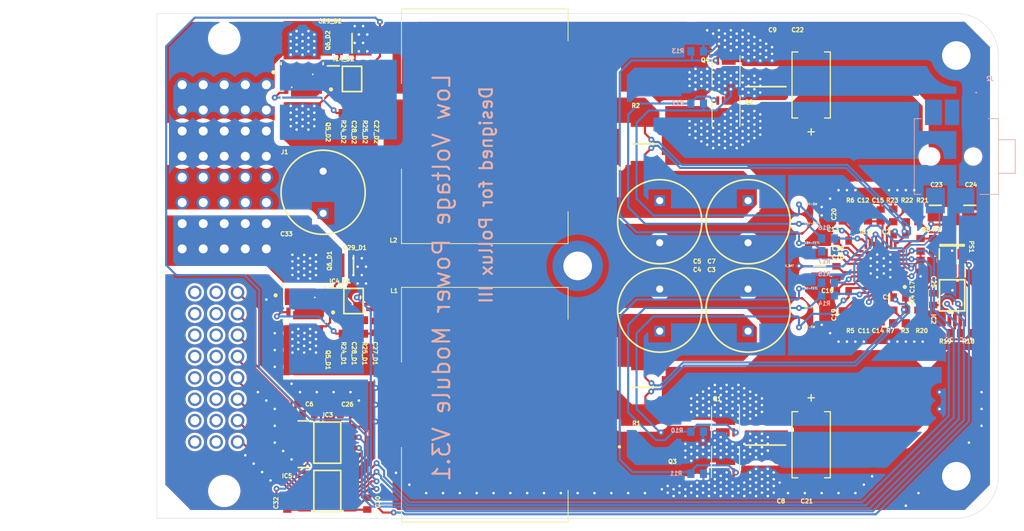
<source format=kicad_pcb>
(kicad_pcb (version 20221018) (generator pcbnew)
  (layers (0 "F.Cu" signal "Top Layer") (31 "B.Cu" signal "Bottom Layer") (34 "B.Paste" user "Bottom Paste") (35 "F.Paste" user "Top Paste") (36 "B.SilkS" user "Bottom Overlay") (37 "F.SilkS" user "Top Overlay") (38 "B.Mask" user "Bottom Solder") (39 "F.Mask" user "Top Solder") (44 "Edge.Cuts" user))
  (net 0 "")
  (net 1 "NetIC5_6")
  (net 2 "NetIC5_5")
  (net 3 "NetIC5_4")
  (net 4 "NetIC5_3")
  (net 5 "NetIC2_8")
  (net 6 "SYNC")
  (net 7 "NetIC4_D2_3")
  (net 8 "NetIC4_D1_3")
  (net 9 "NetC27_D2_2")
  (net 10 "NetC27_D1_2")
  (net 11 "NetC28_D2_1")
  (net 12 "NetC28_D1_1")
  (net 13 "GATE2_D2")
  (net 14 "GATE2_D1")
  (net 15 "GATE1_D2")
  (net 16 "GATE1_D1")
  (net 17 "15V_SHDN")
  (net 18 "15V_OUT")
  (net 19 "5V_SHDN")
  (net 20 "5V_OUT")
  (net 21 "NetIC2_7")
  (net 22 "V_LDO")
  (net 23 "EXT_SDA")
  (net 24 "EXT_SCL")
  (net 25 "EXT_GND")
  (net 26 "EXT_3V3")
  (net 27 "15V_INJ")
  (net 28 "15V_FB")
  (net 29 "5V_INJ")
  (net 30 "5V_FB")
  (net 31 "15V_CTRL")
  (net 32 "5V_CTRL")
  (net 33 "NetIC1_26")
  (net 34 "NetIC1_23")
  (net 35 "NetIC1_19")
  (net 36 "NetIC1_16")
  (net 37 "V_IN")
  (net 38 "RT")
  (net 39 "NetC20_1")
  (net 40 "NetC19_1")
  (net 41 "NetC18_2")
  (net 42 "NetC13_1")
  (net 43 "NetC12_1")
  (net 44 "NetC11_1")
  (net 45 "NetC10_1")
  (net 46 "INTVCC")
  (net 47 "ILIM")
  (net 48 "GND")
  (net 49 "15V_COMP")
  (net 50 "15V")
  (net 51 "15V+")
  (net 52 "15SW")
  (net 53 "15FETL")
  (net 54 "15FETH")
  (net 55 "5V_COMP")
  (net 56 "5V")
  (net 57 "5V+")
  (net 58 "5SW")
  (net 59 "5FETL")
  (net 60 "5FETH")
  (footprint "SamacSys.PcbLib:CAPC1608X95N" (layer "F.Cu") (at 180.00109 99.0036 90)
    (fp_text reference "C20")
    (fp_text value "C0603C104K5RACTU" hide)
  )
  (footprint "SamacSys.PcbLib:CAPPRD500W65D1000H1800" (layer "F.Cu") (at 168.75109 97.2536 -90)
    (fp_text reference "C7")
    (fp_text value "A750MW687M1VAAE018" hide)
  )
  (footprint "SamacSys.PcbLib:RESC1608X50N" (layer "F.Cu") (at 189.25109 107.5036 90)
    (fp_text reference "R4")
    (fp_text value "CRCW060324K9FKTA" hide)
  )
  (footprint "SamacSys.PcbLib:RESC1608X50N" (layer "F.Cu") (at 181.50109 111.0036 90)
    (fp_text reference "R5")
    (fp_text value "CRCW060322K1FKEB" hide)
  )
  (footprint "SamacSys.PcbLib:RESC1608X50N" (layer "F.Cu") (at 189.25109 102.5036 -90)
    (fp_text reference "R8")
    (fp_text value "CRCW06030000ZSTB" hide)
  )
  (footprint "SamacSys.PcbLib:BSZ011NE2LS5IATMA1" (layer "F.Cu") (at 166.12609 82.0536 90)
    (fp_text reference "Q4")
    (fp_text value "BSZ0703LS" hide)
  )
  (footprint "SamacSys.PcbLib:SOT95P237X112-3N" (layer "F.Cu") (at 193.00109 102.5536 90)
    (fp_text reference "PS1")
    (fp_text value "MCP1799T-3302H_TT" hide)
  )
  (footprint "SamacSys.PcbLib:CAPC3216X110N" (layer "F.Cu") (at 191.00109 97.8036 -90)
    (fp_text reference "C23")
    (fp_text value "C1206C105K5RAC" hide)
  )
  (footprint "SamacSys.PcbLib:RESC1608X50N" (layer "F.Cu") (at 189.00109 111.0036 90)
    (fp_text reference "R20")
    (fp_text value "CRCW060322K1FKEB" hide)
  )
  (footprint "SamacSys.PcbLib:SOP65P490X110-8N" (layer "F.Cu") (at 121.86609 109.1786)
    (fp_text reference "IC4_D1")
    (fp_text value "LTC4372CMS8#TRPBF" hide)
  )
  (footprint "SamacSys.PcbLib:RESC1608X50N" (layer "F.Cu") (at 186.00109 99.0036 -90)
    (fp_text reference "R23")
    (fp_text value "CRCW06035K60JNEAC" hide)
  )
  (footprint "2021-05-11_14-36-17.SchLib:CAPMP7.6X4.3_3.1N_KEM" (layer "F.Cu") (at 176.25109 83.5036 90)
    (fp_text reference "C22")
    (fp_text value "T598D336M035ATE065" hide)
  )
  (footprint "SamacSys.PcbLib:CAPC1608X95N" (layer "F.Cu") (at 189.25109 105.0036 90)
    (fp_text reference "C17")
    (fp_text value "C0603C104K5RACTU" hide)
  )
  (footprint "SamacSys.PcbLib:CAPC3225X230N" (layer "F.Cu") (at 121.86609 104.9286 180)
    (fp_text reference "C29_D1")
    (fp_text value "C3225X7R2A106K250AC" hide)
  )
  (footprint "SamacSys.PcbLib:CAPC1608X95N" (layer "F.Cu") (at 190.75109 108.9536 90)
    (fp_text reference "C25")
    (fp_text value "C0603C104K5RACTU" hide)
  )
  (footprint "SamacSys.PcbLib:RESC1608X50N" (layer "F.Cu") (at 194.75109 113.0036)
    (fp_text reference "R18")
    (fp_text value "CRCW06035K60JNEAC" hide)
  )
  (footprint "SamacSys.PcbLib:CAPC1608X95N" (layer "F.Cu") (at 180.00109 111.0036 -90)
    (fp_text reference "C19")
    (fp_text value "C0603C104K5RACTU" hide)
  )
  (footprint "SamacSys.PcbLib:PQ2614BLA1R0K" (layer "F.Cu") (at 139.50109 88.4036 90)
    (fp_text reference "L2")
    (fp_text value "PQ2614BHA-100K" hide)
  )
  (footprint "SamacSys.PcbLib:RESC1608X55N" (layer "F.Cu") (at 120.60109 112.2536 -90)
    (fp_text reference "R24_D1")
    (fp_text value "CRCW060310R0JNEAC" hide)
  )
  (footprint "SamacSys.PcbLib:CAPC1608X95N" (layer "F.Cu") (at 180.00109 108.0036)
    (fp_text reference "C10")
    (fp_text value "C0603C104K5RACTU" hide)
  )
  (footprint "SamacSys.PcbLib:SOP65P490X110-8N" (layer "F.Cu") (at 121.68609 82.7836)
    (fp_text reference "IC4_D2")
    (fp_text value "LTC4372CMS8#TRPBF" hide)
  )
  (footprint "SamacSys.PcbLib:QFN50P500X500X80-33N-D" (layer "F.Cu") (at 184.50109 105.0036 180)
    (fp_text reference "IC1")
    (fp_text value "LTC3892EUH#PBF" hide)
  )
  (footprint "SamacSys.PcbLib:RESC6432X80N" (layer "F.Cu") (at 156.50109 90.5036 -90)
    (fp_text reference "R2")
    (fp_text value "CRF2512-FZ-R005ELF" hide)
  )
  (footprint "SamacSys.PcbLib:CAPC3216X110N" (layer "F.Cu") (at 195.10109 97.8036 -90)
    (fp_text reference "C24")
    (fp_text value "C1206C105K5RAC" hide)
  )
  (footprint "SamacSys.PcbLib:CAPC1608X87N" (layer "F.Cu") (at 184.50109 99.0036 -90)
    (fp_text reference "C15")
    (fp_text value "C0603C151J5GAC" hide)
  )
  (footprint "SamacSys.PcbLib:CAPC3225X230N" (layer "F.Cu") (at 121.68609 78.5336 180)
    (fp_text reference "C29_D2")
    (fp_text value "C3225X7R2A106K250AC" hide)
  )
  (footprint "SamacSys.PcbLib:CAPC1608X95N" (layer "F.Cu") (at 124.40109 86.0036 90)
    (fp_text reference "C27_D2")
    (fp_text value "C0603C104K5RACTU" hide)
  )
  (footprint "Vault:FP-PG-TDSON-8-MFG" (layer "F.Cu") (at 115.75109 79.23601)
    (fp_text reference "Q6_D2")
    (fp_text value "BSC016N06NSATMA1" hide)
  )
  (footprint "SamacSys.PcbLib:CAPC1608X95N" (layer "F.Cu") (at 121.83609 86.0336 90)
    (fp_text reference "C28_D2")
    (fp_text value "C0603C103K5RACTU" hide)
  )
  (footprint "SamacSys.PcbLib:RESC6432X80N" (layer "F.Cu") (at 156.55109 119.4286 90)
    (fp_text reference "R1")
    (fp_text value "CRF2512-FZ-R005ELF" hide)
  )
  (footprint "SamacSys.PcbLib:PQ2614BLA1R0K" (layer "F.Cu") (at 139.50109 121.5036 90)
    (fp_text reference "L1")
    (fp_text value "PQ2614BHA-100K" hide)
  )
  (footprint "Vault:FP-PG-TDSON-8-MFG" (layer "F.Cu") (at 115.78609 86.7786 180)
    (fp_text reference "Q5_D2")
    (fp_text value "BSC016N06NSATMA1" hide)
  )
  (footprint "SamacSys.PcbLib:CAPC1608X87N" (layer "F.Cu") (at 183.00109 99.0036 -90)
    (fp_text reference "C12")
    (fp_text value "C0603C362J5GACTU" hide)
  )
  (footprint "SamacSys.PcbLib:CAPC1608X95N" (layer "F.Cu") (at 186.75109 108.7536)
    (fp_text reference "C1")
    (fp_text value "C0603C102J5RACTU" hide)
  )
  (footprint "SamacSys.PcbLib:RESC1608X55N" (layer "F.Cu") (at 120.58609 86.0336 -90)
    (fp_text reference "R24_D2")
    (fp_text value "CRCW060310R0JNEAC" hide)
  )
  (footprint "SamacSys.PcbLib:BSZ011NE2LS5IATMA1" (layer "F.Cu") (at 166.07078 123.34452 -90)
    (fp_text reference "Q1")
    (fp_text value "BSZ0703LS" hide)
  )
  (footprint "SamacSys.PcbLib:SOP65P640X120-8N" (layer "F.Cu") (at 193.00109 108.5036 -90)
    (fp_text reference "IC2")
    (fp_text value "MCP47FEB02A0-E_ST" hide)
  )
  (footprint "SamacSys.PcbLib:CAPC1608X95N" (layer "F.Cu") (at 114.00109 133.2536 90)
    (fp_text reference "C32")
    (fp_text value "C0603C104K5RACTU" hide)
  )
  (footprint "SamacSys.PcbLib:SOIC127P600X175-8N" (layer "F.Cu") (at 118.75109 126.0036)
    (fp_text reference "IC3")
    (fp_text value "ADUM1251ARZ" hide)
  )
  (footprint "SamacSys.PcbLib:CAPC3316X195N" (layer "F.Cu") (at 177.25109 105.0036 90)
    (fp_text reference "C18")
    (fp_text value "C1206X475M5RACAUTO" hide)
  )
  (footprint "SamacSys.PcbLib:CAPC5750X310N" (layer "F.Cu") (at 170.79578 126.29452 90)
    (fp_text reference "C8")
    (fp_text value "C5750X7S2A106K230KB" hide)
  )
  (footprint "SamacSys.PcbLib:CAPC1608X87N" (layer "F.Cu") (at 183.00109 111.0036 90)
    (fp_text reference "C11")
    (fp_text value "C0603C512J5GACAUTO" hide)
  )
  (footprint "2021-05-11_14-36-17.SchLib:CAPMP7.6X4.3_3.1N_KEM" (layer "F.Cu") (at 176.25109 126.2536 -90)
    (fp_text reference "C21")
    (fp_text value "T598D336M035ATE065" hide)
  )
  (footprint "SamacSys.PcbLib:CAPC1608X95N" (layer "F.Cu") (at 179.25109 105.7536 90)
    (fp_text reference "C16")
    (fp_text value "C0603C104K5RACTU" hide)
  )
  (footprint "SamacSys.PcbLib:CAPPRD500W65D1000H1800" (layer "F.Cu") (at 168.75109 112.7536 90)
    (fp_text reference "C3")
    (fp_text value "A750MW687M1VAAE018" hide)
  )
  (footprint "SamacSys.PcbLib:RESC1608X55N" (layer "F.Cu") (at 187.50109 99.0036 -90)
    (fp_text reference "R22")
    (fp_text value "CRCW0603100KJNEAC" hide)
  )
  (footprint "SamacSys.PcbLib:RESC1608X55N" (layer "F.Cu") (at 123.10109 112.2536 90)
    (fp_text reference "R25_D1")
    (fp_text value "CRCW06031K00FKECC" hide)
  )
  (footprint "SamacSys.PcbLib:RESC1608X50N" (layer "F.Cu") (at 181.50109 99.0036 -90)
    (fp_text reference "R6")
    (fp_text value "CRCW060326K7FKEB" hide)
  )
  (footprint "SamacSys.PcbLib:CAPC1608X95N" (layer "F.Cu") (at 121.00109 122.6036)
    (fp_text reference "C26")
    (fp_text value "C0603C104K5RACTU" hide)
  )
  (footprint "SamacSys.PcbLib:CAPPRD500W65D1000H1800" (layer "F.Cu") (at 158.25109 97.2536 -90)
    (fp_text reference "C5")
    (fp_text value "A750MW687M1VAAE018" hide)
  )
  (footprint "SamacSys.PcbLib:CAPC1608X87N" (layer "F.Cu") (at 184.50109 111.0036 90)
    (fp_text reference "C14")
    (fp_text value "C0603C121J5GACTU" hide)
  )
  (footprint "SamacSys.PcbLib:CAPC1608X95N" (layer "F.Cu") (at 123.50109 133.2536 -90)
    (fp_text reference "C30")
    (fp_text value "C0603C104K5RACTU" hide)
  )
  (footprint "SamacSys.PcbLib:RESC1608X50N" (layer "F.Cu") (at 192.00109 113.0036 180)
    (fp_text reference "R19")
    (fp_text value "CRCW06035K60JNEAC" hide)
  )
  (footprint "SamacSys.PcbLib:CAPC1608X95N" (layer "F.Cu") (at 116.50109 122.6036)
    (fp_text reference "C6")
    (fp_text value "C0603C104K5RACTU" hide)
  )
  (footprint "SamacSys.PcbLib:CAPC1608X95N" (layer "F.Cu") (at 124.35109 112.2536 90)
    (fp_text reference "C27_D1")
    (fp_text value "C0603C104K5RACTU" hide)
  )
  (footprint "SamacSys.PcbLib:CAPC1608X95N" (layer "F.Cu") (at 186.75109 101.2536)
    (fp_text reference "C2")
    (fp_text value "C0603C102J5RACTU" hide)
  )
  (footprint "SamacSys.PcbLib:CAPC1608X95N" (layer "F.Cu") (at 180.00109 102.0036)
    (fp_text reference "C13")
    (fp_text value "C0603C104K5RACTU" hide)
  )
  (footprint "SamacSys.PcbLib:BSZ011NE2LS5IATMA1" (layer "F.Cu") (at 166.07609 128.1036 -90)
    (fp_text reference "Q3")
    (fp_text value "BSZ0703LS" hide)
  )
  (footprint "SamacSys.PcbLib:CAPC1608X95N" (layer "F.Cu") (at 121.85109 112.2536 90)
    (fp_text reference "C28_D1")
    (fp_text value "C0603C103K5RACTU" hide)
  )
  (footprint "SamacSys.PcbLib:RESC1608X55N" (layer "F.Cu") (at 123.15109 86.0036 90)
    (fp_text reference "R25_D2")
    (fp_text value "CRCW06031K00FKECC" hide)
  )
  (footprint "SamacSys.PcbLib:CAPC5750X310N" (layer "F.Cu") (at 170.85109 83.7036 -90)
    (fp_text reference "C9")
    (fp_text value "C5750X7S2A106K230KB" hide)
  )
  (footprint "SamacSys.PcbLib:464373001" (layer "F.Cu") (at 106.50109 77.9786 -90)
    (fp_text reference "J1")
    (fp_text value "46437-3001" hide)
  )
  (footprint "SamacSys.PcbLib:RESC1608X50N" (layer "F.Cu") (at 186.00109 111.0036 90)
    (fp_text reference "R7")
    (fp_text value "CRCW06035K60JNEAC" hide)
  )
  (footprint "SamacSys.PcbLib:CAPPRD500W65D1000H1800" (layer "F.Cu") (at 118.25109 98.7536 90)
    (fp_text reference "C33")
    (fp_text value "A750MW687M1VAAE018" hide)
  )
  (footprint "SamacSys.PcbLib:RESC1608X50N" (layer "F.Cu") (at 189.00109 99.0036 -90)
    (fp_text reference "R21")
    (fp_text value "CRCW060322K1FKEB" hide)
  )
  (footprint "Vault:FP-PG-TDSON-8-MFG" (layer "F.Cu") (at 116.03609 113.2786 180)
    (fp_text reference "Q5_D1")
    (fp_text value "BSC016N06NSATMA1" hide)
  )
  (footprint "SamacSys.PcbLib:SOP64P600X175-16N" (layer "F.Cu") (at 118.75109 131.7536)
    (fp_text reference "IC5")
    (fp_text value "SI8640EB-B-IU" hide)
  )
  (footprint "SamacSys.PcbLib:BSZ011NE2LS5IATMA1" (layer "F.Cu") (at 166.12609 86.8036 90)
    (fp_text reference "Q2")
    (fp_text value "BSZ0703LS" hide)
  )
  (footprint "SamacSys.PcbLib:RESC1608X55N" (layer "F.Cu") (at 187.5011 111.0036 90)
    (fp_text reference "R3")
    (fp_text value "CRCW0603100KJNEAC" hide)
  )
  (footprint "SamacSys.PcbLib:CAPPRD500W65D1000H1800" (layer "F.Cu") (at 158.25109 112.7536 90)
    (fp_text reference "C4")
    (fp_text value "A750MW687M1VAAE018" hide)
  )
  (footprint "SamacSys.PcbLib:RESC1608X50N" (layer "F.Cu") (at 190.75109 102.5036 -90)
    (fp_text reference "R9")
    (fp_text value "CRCW06030000ZSTB" hide)
  )
  (footprint "Vault:FP-PG-TDSON-8-MFG" (layer "F.Cu") (at 116.00109 105.7536)
    (fp_text reference "Q6_D1")
    (fp_text value "BSC016N06NSATMA1" hide)
  )
  (footprint "SamacSys.PcbLib:RESC1608X50N" (layer "B.Cu") (at 178.25109 108.5036 180)
    (fp_text reference "R14")
    (fp_text value "CRCW06030000ZSTB" hide)
  )
  (footprint "SamacSys.PcbLib:RESC1608X50N" (layer "B.Cu") (at 162.70109 79.5036 180)
    (fp_text reference "R13")
    (fp_text value "CRCW060322K1FKEB" hide)
  )
  (footprint "SamacSys.PcbLib:980TR" (layer "B.Cu") (at 194.50609 92.0036 180)
    (fp_text reference "J2")
    (fp_text value "980TR" hide)
  )
  (footprint "SamacSys.PcbLib:RESC1608X50N" (layer "B.Cu") (at 178.25109 103.2536 180)
    (fp_text reference "R17")
    (fp_text value "CRCW06030000ZSTB" hide)
  )
  (footprint "SamacSys.PcbLib:RESC1608X50N" (layer "B.Cu") (at 162.70109 124.7036 180)
    (fp_text reference "R10")
    (fp_text value "CRCW060322K1FKEB" hide)
  )
  (footprint "SamacSys.PcbLib:RESC1608X50N" (layer "B.Cu") (at 178.25109 107.0036 180)
    (fp_text reference "R15")
    (fp_text value "CRCW06030000ZSTB" hide)
  )
  (footprint "SamacSys.PcbLib:RESC1608X50N" (layer "B.Cu") (at 162.70109 129.7036 180)
    (fp_text reference "R11")
    (fp_text value "CRCW060322K1FKEB" hide)
  )
  (footprint "SamacSys.PcbLib:RESC1608X50N" (layer "B.Cu") (at 162.70109 85.7036 180)
    (fp_text reference "R12")
    (fp_text value "CRCW060322K1FKEB" hide)
  )
  (footprint "SamacSys.PcbLib:RESC1608X50N" (layer "B.Cu") (at 178.25109 101.7536 180)
    (fp_text reference "R16")
    (fp_text value "CRCW06030000ZSTB" hide)
  )
  (gr_line (start 198.50111 80.01695) (end 198.50108 130.0036) (stroke (width 0.05)) (layer "Edge.Cuts"))
  (gr_line (start 98.50109 75.0036) (end 193.48776 75.0036) (stroke (width 0.05)) (layer "Edge.Cuts"))
  (gr_line (start 198.50111 80.016947) (end 198.50111 80.01695) (stroke (width 0.05)) (layer "Edge.Cuts"))
  (gr_arc (start 198.50108 130.0036) (mid 197.036614 133.539129) (end 193.501083 135.0036) (stroke (width 0.05)) (layer "Edge.Cuts"))
  (gr_line (start 98.50109 135.0036) (end 98.50109 75.0036) (stroke (width 0.05)) (layer "Edge.Cuts"))
  (gr_arc (start 193.48776 75.0036) (mid 197.032734 76.471968) (end 198.50111 80.016947) (stroke (width 0.05)) (layer "Edge.Cuts"))
  (gr_line (start 193.50108 135.0036) (end 98.50109 135.0036) (stroke (width 0.05)) (layer "Edge.Cuts"))
  (gr_text "Low Voltage Power Module V3.1" (at 133.50109 82.0036 90) (layer "B.SilkS") (effects (font (size 2 2) (thickness 0.254)) (justify left bottom mirror)))
  (gr_text "Designed for Pollux III\n" (at 138.50109 83.50219 90) (layer "B.SilkS") (effects (font (size 1.5 1.5) (thickness 0.254)) (justify left bottom mirror)))
  (gr_text "V_BAT" (at 173.10109 105.13106) (layer "F.SilkS") (effects (font (size 0.25 0.25) (thickness 0.127) bold) (justify left bottom)))
  (gr_text "5V-SW" (at 175.40109 112.39911) (layer "F.SilkS") (effects (font (size 0.25 0.25) (thickness 0.127) bold) (justify left bottom)))
  (gr_text "5V-FETL" (at 175.40109 107.79911) (layer "F.SilkS") (effects (font (size 0.25 0.25) (thickness 0.127) bold) (justify left bottom)))
  (gr_text "15V-SW" (at 175.40109 97.79911) (layer "F.SilkS") (effects (font (size 0.25 0.25) (thickness 0.127) bold) (justify left bottom)))
  (gr_text "5V-FETH" (at 175.40109 110.09911) (layer "F.SilkS") (effects (font (size 0.25 0.25) (thickness 0.127) bold) (justify left bottom)))
  (gr_text "15V-FETL" (at 175.40109 102.39911) (layer "F.SilkS") (effects (font (size 0.25 0.25) (thickness 0.127) bold) (justify left bottom)))
  (gr_text "15V-FETH" (at 175.40109 100.09911) (layer "F.SilkS") (effects (font (size 0.25 0.25) (thickness 0.127) bold) (justify left bottom)))
  (segment (start 108.33959 126.1871) (end 108.83459 126.1871) (width 0.254) (layer "F.Cu") (net 1))
  (segment (start 114.72009 132.0726) (end 114.72009 132.06874) (width 0.254) (layer "F.Cu") (net 1))
  (segment (start 115.96059 132.6151) (end 116.05109 132.7056) (width 0.254) (layer "F.Cu") (net 1))
  (segment (start 114.58595 131.9346) (end 114.72009 132.06874) (width 0.254) (layer "F.Cu") (net 1))
  (segment (start 108.08109 125.9286) (end 108.33959 126.1871) (width 0.254) (layer "F.Cu") (net 1))
  (segment (start 114.72009 132.0726) (end 115.26259 132.6151) (width 0.254) (layer "F.Cu") (net 1))
  (segment (start 115.26259 132.6151) (end 115.96059 132.6151) (width 0.254) (layer "F.Cu") (net 1))
  (segment (start 114.58209 131.9346) (end 114.58595 131.9346) (width 0.254) (layer "F.Cu") (net 1))
  (segment (start 108.83459 126.1871) (end 114.58209 131.9346) (width 0.254) (layer "F.Cu") (net 1))
  (segment (start 109.46409 126.2666) (end 109.46409 124.77161) (width 0.254) (layer "F.Cu") (net 2))
  (segment (start 109.46409 126.2666) (end 115.17859 131.9811) (width 0.254) (layer "F.Cu") (net 2))
  (segment (start 115.96059 131.9811) (end 116.05109 132.0716) (width 0.254) (layer "F.Cu") (net 2))
  (segment (start 108.08109 123.3886) (end 109.46409 124.77161) (width 0.254) (layer "F.Cu") (net 2))
  (segment (start 115.17859 131.9811) (end 115.96059 131.9811) (width 0.254) (layer "F.Cu") (net 2))
  (segment (start 109.82009 126.0226) (end 109.82009 122.5876) (width 0.254) (layer "F.Cu") (net 3))
  (segment (start 109.82009 126.0226) (end 115.14293 131.34544) (width 0.254) (layer "F.Cu") (net 3))
  (segment (start 115.96093 131.34544) (end 116.05109 131.4356) (width 0.254) (layer "F.Cu") (net 3))
  (segment (start 115.14293 131.34544) (end 115.96093 131.34544) (width 0.254) (layer "F.Cu") (net 3))
  (segment (start 108.08109 120.8486) (end 109.82009 122.5876) (width 0.254) (layer "F.Cu") (net 3))
  (segment (start 115.96059 130.7111) (end 116.05109 130.8016) (width 0.254) (layer "F.Cu") (net 4))
  (segment (start 110.17609 125.7786) (end 115.10859 130.7111) (width 0.254) (layer "F.Cu") (net 4))
  (segment (start 110.17609 125.7786) (end 110.17609 120.7286) (width 0.254) (layer "F.Cu") (net 4))
  (segment (start 115.10859 130.7111) (end 115.96059 130.7111) (width 0.254) (layer "F.Cu") (net 4))
  (segment (start 108.08109 118.6336) (end 108.08109 118.3086) (width 0.254) (layer "F.Cu") (net 4))
  (segment (start 108.08109 118.6336) (end 110.17609 120.7286) (width 0.254) (layer "F.Cu") (net 4))
  (segment (start 193.70109 109.62429) (end 193.70109 109.5036) (width 0.254) (layer "F.Cu") (net 5))
  (segment (start 193.97609 111.4416) (end 193.97609 109.89929) (width 0.254) (layer "F.Cu") (net 5))
  (segment (start 193.70109 109.62429) (end 193.97609 109.89929) (width 0.254) (layer "F.Cu") (net 5))
  (segment (start 193.97609 112.9786) (end 193.97609 111.4416) (width 0.254) (layer "F.Cu") (net 5))
  (segment (start 193.97609 112.9786) (end 194.00109 113.0036) (width 0.254) (layer "F.Cu") (net 5))
  (via (at 193.70109 109.5036) (size 0.7) (drill 0.3) (layers "F.Cu" "B.Cu") (net 5))
  (via (at 122.50109 125.3686) (size 0.7) (drill 0.3) (layers "F.Cu" "B.Cu") (net 5))
  (segment (start 128.195 133.7906) (end 183.21409 133.7906) (width 0.254) (layer "B.Cu") (net 5))
  (segment (start 123.20709 132.1096) (end 123.20709 126.0746) (width 0.254) (layer "B.Cu") (net 5))
  (segment (start 123.20709 132.1096) (end 124.34509 133.2476) (width 0.254) (layer "B.Cu") (net 5))
  (segment (start 192.05216 108.59456) (end 192.79205 108.59456) (width 0.254) (layer "B.Cu") (net 5))
  (segment (start 193.80109 123.2036) (end 193.80109 112.0866) (width 0.254) (layer "B.Cu") (net 5))
  (segment (start 124.34509 133.2476) (end 127.65201 133.2476) (width 0.254) (layer "B.Cu") (net 5))
  (segment (start 183.21409 133.7906) (end 193.80109 123.2036) (width 0.254) (layer "B.Cu") (net 5))
  (segment (start 192.79205 108.59456) (end 193.70109 109.5036) (width 0.254) (layer "B.Cu") (net 5))
  (segment (start 122.50109 125.3686) (end 123.20709 126.0746) (width 0.254) (layer "B.Cu") (net 5))
  (segment (start 122.50109 125.3686) (end 122.74809 125.3686) (width 0.254) (layer "B.Cu") (net 5))
  (segment (start 191.49509 109.7806) (end 193.80109 112.0866) (width 0.254) (layer "B.Cu") (net 5))
  (segment (start 127.65201 133.2476) (end 128.195 133.7906) (width 0.254) (layer "B.Cu") (net 5))
  (segment (start 191.49509 109.7806) (end 191.49509 109.15163) (width 0.254) (layer "B.Cu") (net 5))
  (segment (start 191.49509 109.15163) (end 192.05216 108.59456) (width 0.254) (layer "B.Cu") (net 5))
  (segment (start 186.95109 106.2536) (end 186.9761 106.2286) (width 0.2) (layer "F.Cu") (net 6))
  (segment (start 186.9761 106.2286) (end 188.17609 106.2286) (width 0.2) (layer "F.Cu") (net 6))
  (via (at 188.17609 106.2286) (size 0.7) (drill 0.3) (layers "F.Cu" "B.Cu") (net 6))
  (segment (start 188.67929 105.7254) (end 188.67929 104.9118) (width 0.2) (layer "B.Cu") (net 6))
  (segment (start 187.56305 103.01664) (end 188.07609 102.5036) (width 0.2) (layer "B.Cu") (net 6))
  (segment (start 188.17609 106.2286) (end 188.67929 105.7254) (width 0.2) (layer "B.Cu") (net 6))
  (segment (start 187.74325 104.7536) (end 188.52109 104.7536) (width 0.2) (layer "B.Cu") (net 6))
  (segment (start 188.07609 102.5036) (end 189.70109 102.5036) (width 0.2) (layer "B.Cu") (net 6))
  (segment (start 189.70109 102.5036) (end 191.50109 100.7036) (width 0.2) (layer "B.Cu") (net 6))
  (segment (start 191.01109 97.2486) (end 191.50109 97.7386) (width 0.2) (layer "B.Cu") (net 6))
  (segment (start 188.52109 104.7536) (end 188.67929 104.9118) (width 0.2) (layer "B.Cu") (net 6))
  (segment (start 187.56305 104.5734) (end 187.74325 104.7536) (width 0.2) (layer "B.Cu") (net 6))
  (segment (start 191.50109 100.7036) (end 191.50109 97.7386) (width 0.2) (layer "B.Cu") (net 6))
  (segment (start 187.56305 104.5734) (end 187.56305 103.01664) (width 0.2) (layer "B.Cu") (net 6))
  (segment (start 117.97409 83.5151) (end 118.38059 83.1086) (width 0.254) (layer "F.Cu") (net 7))
  (segment (start 116.50109 84.0036) (end 117.55109 84.0036) (width 0.254) (layer "F.Cu") (net 7))
  (segment (start 117.55109 84.0036) (end 117.97409 83.5806) (width 0.254) (layer "F.Cu") (net 7))
  (segment (start 117.97409 83.5806) (end 117.97409 83.5151) (width 0.254) (layer "F.Cu") (net 7))
  (segment (start 118.38059 83.1086) (end 119.47409 83.1086) (width 0.254) (layer "F.Cu") (net 7))
  (segment (start 117.80109 110.5036) (end 118.22409 110.0806) (width 0.254) (layer "F.Cu") (net 8))
  (segment (start 118.22409 109.8401) (end 118.56059 109.5036) (width 0.254) (layer "F.Cu") (net 8))
  (segment (start 118.22409 110.0806) (end 118.22409 109.8401) (width 0.254) (layer "F.Cu") (net 8))
  (segment (start 116.75109 110.5036) (end 117.80109 110.5036) (width 0.254) (layer "F.Cu") (net 8))
  (segment (start 118.56059 109.5036) (end 119.65409 109.5036) (width 0.254) (layer "F.Cu") (net 8))
  (segment (start 124.03809 85.0406) (end 124.03809 84.9406) (width 0.254) (layer "F.Cu") (net 9))
  (segment (start 124.03809 85.0406) (end 124.30109 85.3036) (width 0.254) (layer "F.Cu") (net 9))
  (segment (start 123.89809 84.8006) (end 123.89809 83.7586) (width 0.254) (layer "F.Cu") (net 9))
  (segment (start 123.89809 84.8006) (end 124.03809 84.9406) (width 0.254) (layer "F.Cu") (net 9))
  (segment (start 124.30109 85.3036) (end 124.40109 85.3036) (width 0.254) (layer "F.Cu") (net 9))
  (segment (start 124.35109 111.5536) (end 124.35109 110.2516) (width 0.254) (layer "F.Cu") (net 10))
  (segment (start 124.25309 110.1536) (end 124.35109 110.2516) (width 0.254) (layer "F.Cu") (net 10))
  (segment (start 124.07809 110.1536) (end 124.25309 110.1536) (width 0.254) (layer "F.Cu") (net 10))
  (segment (start 123.12609 85.2036) (end 123.15109 85.2036) (width 0.254) (layer "F.Cu") (net 11))
  (segment (start 121.83609 86.7336) (end 121.93609 86.7336) (width 0.254) (layer "F.Cu") (net 11))
  (segment (start 122.19909 86.3706) (end 122.77809 85.7916) (width 0.254) (layer "F.Cu") (net 11))
  (segment (start 122.77809 85.7916) (end 122.77809 85.5516) (width 0.254) (layer "F.Cu") (net 11))
  (segment (start 122.77809 85.5516) (end 123.12609 85.2036) (width 0.254) (layer "F.Cu") (net 11))
  (segment (start 122.19909 86.4706) (end 122.19909 86.3706) (width 0.254) (layer "F.Cu") (net 11))
  (segment (start 121.93609 86.7336) (end 122.19909 86.4706) (width 0.254) (layer "F.Cu") (net 11))
  (segment (start 122.72809 112.0766) (end 122.72809 111.8016) (width 0.254) (layer "F.Cu") (net 12))
  (segment (start 122.21409 112.5906) (end 122.72809 112.0766) (width 0.254) (layer "F.Cu") (net 12))
  (segment (start 123.07609 111.4536) (end 123.10109 111.4536) (width 0.254) (layer "F.Cu") (net 12))
  (segment (start 121.95109 112.9536) (end 122.21409 112.6906) (width 0.254) (layer "F.Cu") (net 12))
  (segment (start 122.72809 111.8016) (end 123.07609 111.4536) (width 0.254) (layer "F.Cu") (net 12))
  (segment (start 121.85109 112.9536) (end 121.95109 112.9536) (width 0.254) (layer "F.Cu") (net 12))
  (segment (start 122.21409 112.6906) (end 122.21409 112.5906) (width 0.254) (layer "F.Cu") (net 12))
  (segment (start 118.45609 82.4586) (end 120.7061 82.4586) (width 0.254) (layer "F.Cu") (net 13))
  (segment (start 117.65609 82.01101) (end 117.65609 81.7786) (width 0.254) (layer "F.Cu") (net 13))
  (segment (start 121.33609 85.2336) (end 121.73609 85.2336) (width 0.254) (layer "F.Cu") (net 13))
  (segment (start 120.58609 85.2336) (end 121.33609 85.2336) (width 0.254) (layer "F.Cu") (net 13))
  (segment (start 117.65609 82.01101) (end 117.77909 82.13401) (width 0.254) (layer "F.Cu") (net 13))
  (segment (start 121.33609 85.2336) (end 121.33609 83.0886) (width 0.254) (layer "F.Cu") (net 13))
  (segment (start 120.7061 82.4586) (end 121.33609 83.0886) (width 0.254) (layer "F.Cu") (net 13))
  (segment (start 121.73609 85.2336) (end 121.83609 85.3336) (width 0.254) (layer "F.Cu") (net 13))
  (segment (start 117.77909 82.13401) (end 118.1315 82.13401) (width 0.254) (layer "F.Cu") (net 13))
  (segment (start 118.1315 82.13401) (end 118.45609 82.4586) (width 0.254) (layer "F.Cu") (net 13))
  (segment (start 121.50109 111.3036) (end 121.65109 111.4536) (width 0.254) (layer "F.Cu") (net 14))
  (segment (start 119.75209 108.9516) (end 120.94909 108.9516) (width 0.254) (layer "F.Cu") (net 14))
  (segment (start 118.53709 108.5286) (end 118.76409 108.7556) (width 0.254) (layer "F.Cu") (net 14))
  (segment (start 121.65109 111.4536) (end 121.75109 111.5536) (width 0.254) (layer "F.Cu") (net 14))
  (segment (start 119.55609 108.7556) (end 119.65409 108.8536) (width 0.254) (layer "F.Cu") (net 14))
  (segment (start 121.50109 111.3036) (end 121.50109 109.5036) (width 0.254) (layer "F.Cu") (net 14))
  (segment (start 118.76409 108.7556) (end 119.55609 108.7556) (width 0.254) (layer "F.Cu") (net 14))
  (segment (start 117.90609 108.5286) (end 118.53709 108.5286) (width 0.254) (layer "F.Cu") (net 14))
  (segment (start 121.75109 111.5536) (end 121.85109 111.5536) (width 0.254) (layer "F.Cu") (net 14))
  (segment (start 120.60109 111.4536) (end 121.65109 111.4536) (width 0.254) (layer "F.Cu") (net 14))
  (segment (start 120.94909 108.9516) (end 121.50109 109.5036) (width 0.254) (layer "F.Cu") (net 14))
  (segment (start 119.65409 108.8536) (end 119.75209 108.9516) (width 0.254) (layer "F.Cu") (net 14))
  (segment (start 113.07809 84.4266) (end 113.75809 84.4266) (width 0.254) (layer "F.Cu") (net 15))
  (segment (start 119.50109 86.5036) (end 119.83109 86.8336) (width 0.254) (layer "F.Cu") (net 15))
  (segment (start 113.75809 84.4266) (end 113.88109 84.3036) (width 0.254) (layer "F.Cu") (net 15))
  (segment (start 113.88109 84.3036) (end 113.88109 84.0036) (width 0.254) (layer "F.Cu") (net 15))
  (segment (start 119.83109 86.8336) (end 120.58609 86.8336) (width 0.254) (layer "F.Cu") (net 15))
  (segment (start 112.50109 85.0036) (end 113.07809 84.4266) (width 0.254) (layer "F.Cu") (net 15))
  (via (at 112.50109 85.0036) (size 0.7) (drill 0.3) (layers "F.Cu" "B.Cu") (net 15))
  (via (at 119.50109 86.5036) (size 0.7) (drill 0.3) (layers "F.Cu" "B.Cu") (net 15))
  (segment (start 112.50109 85.0036) (end 118.00109 85.0036) (width 0.254) (layer "B.Cu") (net 15))
  (segment (start 118.00109 85.0036) (end 119.50109 86.5036) (width 0.254) (layer "B.Cu") (net 15))
  (segment (start 119.50109 112.7536) (end 119.80109 113.0536) (width 0.254) (layer "F.Cu") (net 16))
  (segment (start 119.80109 113.0536) (end 120.60109 113.0536) (width 0.254) (layer "F.Cu") (net 16))
  (segment (start 112.75109 111.0036) (end 113.25109 110.5036) (width 0.254) (layer "F.Cu") (net 16))
  (segment (start 113.25109 110.5036) (end 114.13109 110.5036) (width 0.254) (layer "F.Cu") (net 16))
  (via (at 119.50109 112.7536) (size 0.7) (drill 0.3) (layers "F.Cu" "B.Cu") (net 16))
  (via (at 112.75109 111.0036) (size 0.7) (drill 0.3) (layers "F.Cu" "B.Cu") (net 16))
  (segment (start 117.75109 111.0036) (end 119.50109 112.7536) (width 0.254) (layer "B.Cu") (net 16))
  (segment (start 112.75109 111.0036) (end 117.75109 111.0036) (width 0.254) (layer "B.Cu") (net 16))
  (segment (start 122.78209 132.06874) (end 122.99723 131.8536) (width 0.254) (layer "F.Cu") (net 17))
  (segment (start 123.65109 131.5036) (end 124.60109 131.5036) (width 0.254) (layer "F.Cu") (net 17))
  (segment (start 125.00109 80.0996) (end 125.00109 76.0036) (width 0.254) (layer "F.Cu") (net 17))
  (segment (start 121.54159 132.6151) (end 122.23856 132.6151) (width 0.254) (layer "F.Cu") (net 17))
  (segment (start 121.45109 132.7056) (end 121.54159 132.6151) (width 0.254) (layer "F.Cu") (net 17))
  (segment (start 122.99723 131.8536) (end 123.30109 131.8536) (width 0.254) (layer "F.Cu") (net 17))
  (segment (start 122.23856 132.6151) (end 122.78209 132.07157) (width 0.254) (layer "F.Cu") (net 17))
  (segment (start 123.30109 131.8536) (end 123.65109 131.5036) (width 0.254) (layer "F.Cu") (net 17))
  (segment (start 123.89809 81.2026) (end 125.00109 80.0996) (width 0.254) (layer "F.Cu") (net 17))
  (segment (start 123.89809 81.8086) (end 123.89809 81.2026) (width 0.254) (layer "F.Cu") (net 17))
  (segment (start 122.78209 132.07157) (end 122.78209 132.06874) (width 0.254) (layer "F.Cu") (net 17))
  (via (at 124.60109 131.5036) (size 0.7) (drill 0.3) (layers "F.Cu" "B.Cu") (net 17))
  (via (at 125.00109 76.0036) (size 0.7) (drill 0.3) (layers "F.Cu" "B.Cu") (net 17))
  (segment (start 124.50109 131.5036) (end 124.60109 131.5036) (width 0.254) (layer "B.Cu") (net 17))
  (segment (start 110.64709 117.1496) (end 110.64709 107.8496) (width 0.254) (layer "B.Cu") (net 17))
  (segment (start 124.9673 76.0036) (end 125.00109 76.0036) (width 0.254) (layer "B.Cu") (net 17))
  (segment (start 121.4491 123.2536) (end 123.56309 125.36759) (width 0.254) (layer "B.Cu") (net 17))
  (segment (start 110.64709 117.1496) (end 116.75109 123.2536) (width 0.254) (layer "B.Cu") (net 17))
  (segment (start 99.60109 104.9036) (end 99.60109 78.9036) (width 0.254) (layer "B.Cu") (net 17))
  (segment (start 99.60109 78.9036) (end 103.00109 75.5036) (width 0.254) (layer "B.Cu") (net 17))
  (segment (start 123.56309 130.5656) (end 123.56309 125.36759) (width 0.254) (layer "B.Cu") (net 17))
  (segment (start 116.75109 123.2536) (end 121.4491 123.2536) (width 0.254) (layer "B.Cu") (net 17))
  (segment (start 124.4673 75.5036) (end 124.9673 76.0036) (width 0.254) (layer "B.Cu") (net 17))
  (segment (start 108.90109 106.1036) (end 110.64709 107.8496) (width 0.254) (layer "B.Cu") (net 17))
  (segment (start 99.60109 104.9036) (end 100.80109 106.1036) (width 0.254) (layer "B.Cu") (net 17))
  (segment (start 123.56309 130.5656) (end 124.50109 131.5036) (width 0.254) (layer "B.Cu") (net 17))
  (segment (start 103.00109 75.5036) (end 124.4673 75.5036) (width 0.254) (layer "B.Cu") (net 17))
  (segment (start 100.80109 106.1036) (end 108.90109 106.1036) (width 0.254) (layer "B.Cu") (net 17))
  (segment (start 119.47409 81.8086) (end 119.96159 81.8086) (width 0.254) (layer "F.Cu") (net 18))
  (segment (start 120.05959 81.7106) (end 120.05959 80.80685) (width 0.254) (layer "F.Cu") (net 18))
  (segment (start 120.05959 80.80685) (end 120.14609 80.72035) (width 0.254) (layer "F.Cu") (net 18))
  (segment (start 119.96159 81.8086) (end 120.05959 81.7106) (width 0.254) (layer "F.Cu") (net 18))
  (segment (start 120.14609 80.72035) (end 120.14609 78.5336) (width 0.254) (layer "F.Cu") (net 18))
  (via (at 116.50109 77.9036) (size 0.7) (drill 0.3) (layers "F.Cu" "B.Cu") (net 18))
  (via (at 116.50109 77.10361) (size 0.7) (drill 0.3) (layers "F.Cu" "B.Cu") (net 18))
  (via (at 116.50109 78.7036) (size 0.7) (drill 0.3) (layers "F.Cu" "B.Cu") (net 18))
  (via (at 115.80109 79.9036) (size 0.7) (drill 0.3) (layers "F.Cu" "B.Cu") (net 18))
  (via (at 117.20109 77.50361) (size 0.7) (drill 0.3) (layers "F.Cu" "B.Cu") (net 18))
  (via (at 114.4011 78.3036) (size 0.7) (drill 0.3) (layers "F.Cu" "B.Cu") (net 18))
  (via (at 115.1011 77.10361) (size 0.7) (drill 0.3) (layers "F.Cu" "B.Cu") (net 18))
  (via (at 117.20109 79.9036) (size 0.7) (drill 0.3) (layers "F.Cu" "B.Cu") (net 18))
  (via (at 115.1011 79.5036) (size 0.7) (drill 0.3) (layers "F.Cu" "B.Cu") (net 18))
  (via (at 117.20109 78.3036) (size 0.7) (drill 0.3) (layers "F.Cu" "B.Cu") (net 18))
  (via (at 115.80109 79.1036) (size 0.7) (drill 0.3) (layers "F.Cu" "B.Cu") (net 18))
  (via (at 115.80109 77.50361) (size 0.7) (drill 0.3) (layers "F.Cu" "B.Cu") (net 18))
  (via (at 117.20109 79.1036) (size 0.7) (drill 0.3) (layers "F.Cu" "B.Cu") (net 18))
  (via (at 116.50109 79.5036) (size 0.7) (drill 0.3) (layers "F.Cu" "B.Cu") (net 18))
  (via (at 115.1011 77.9036) (size 0.7) (drill 0.3) (layers "F.Cu" "B.Cu") (net 18))
  (via (at 115.1011 78.7036) (size 0.7) (drill 0.3) (layers "F.Cu" "B.Cu") (net 18))
  (via (at 114.4011 77.50361) (size 0.7) (drill 0.3) (layers "F.Cu" "B.Cu") (net 18))
  (via (at 114.4011 79.1036) (size 0.7) (drill 0.3) (layers "F.Cu" "B.Cu") (net 18))
  (via (at 115.80109 78.3036) (size 0.7) (drill 0.3) (layers "F.Cu" "B.Cu") (net 18))
  (via (at 114.4011 79.9036) (size 0.7) (drill 0.3) (layers "F.Cu" "B.Cu") (net 18))
  (segment (start 122.94261 131.40759) (end 123.1971 131.40759) (width 0.254) (layer "F.Cu") (net 19))
  (segment (start 121.45109 132.0716) (end 121.54159 131.9811) (width 0.254) (layer "F.Cu") (net 19))
  (segment (start 122.25109 108.7536) (end 122.80109 108.2036) (width 0.254) (layer "F.Cu") (net 19))
  (segment (start 124.00109 130.6036) (end 124.60109 130.6036) (width 0.254) (layer "F.Cu") (net 19))
  (segment (start 123.1971 131.40759) (end 124.00109 130.6036) (width 0.254) (layer "F.Cu") (net 19))
  (segment (start 121.54159 131.9811) (end 122.36628 131.9811) (width 0.254) (layer "F.Cu") (net 19))
  (segment (start 122.83461 131.5156) (end 122.94261 131.40759) (width 0.254) (layer "F.Cu") (net 19))
  (segment (start 122.36628 131.9811) (end 122.83178 131.5156) (width 0.254) (layer "F.Cu") (net 19))
  (segment (start 122.80109 108.2036) (end 124.07809 108.2036) (width 0.254) (layer "F.Cu") (net 19))
  (segment (start 122.83178 131.5156) (end 122.83461 131.5156) (width 0.254) (layer "F.Cu") (net 19))
  (via (at 124.60109 130.6036) (size 0.7) (drill 0.3) (layers "F.Cu" "B.Cu") (net 19))
  (via (at 122.25109 108.7536) (size 0.7) (drill 0.3) (layers "F.Cu" "B.Cu") (net 19))
  (segment (start 122.25109 108.7536) (end 123.91909 110.42159) (width 0.254) (layer "B.Cu") (net 19))
  (segment (start 123.91909 129.86514) (end 124.60109 130.54715) (width 0.254) (layer "B.Cu") (net 19))
  (segment (start 123.91909 129.86514) (end 123.91909 110.42159) (width 0.254) (layer "B.Cu") (net 19))
  (segment (start 124.60109 130.6036) (end 124.60109 130.54715) (width 0.254) (layer "B.Cu") (net 19))
  (segment (start 119.65409 108.2036) (end 119.65409 107.3281) (width 0.254) (layer "F.Cu") (net 20))
  (segment (start 119.99309 105.2616) (end 120.32609 104.9286) (width 0.254) (layer "F.Cu") (net 20))
  (segment (start 119.65409 107.3281) (end 119.99309 106.9891) (width 0.254) (layer "F.Cu") (net 20))
  (segment (start 119.99309 106.9891) (end 119.99309 105.2616) (width 0.254) (layer "F.Cu") (net 20))
  (via (at 116.70109 104.9036) (size 0.7) (drill 0.3) (layers "F.Cu" "B.Cu") (net 20))
  (via (at 116.70109 105.7036) (size 0.7) (drill 0.3) (layers "F.Cu" "B.Cu") (net 20))
  (via (at 117.40109 105.3036) (size 0.7) (drill 0.3) (layers "F.Cu" "B.Cu") (net 20))
  (via (at 114.60002 104.4726) (size 0.7) (drill 0.3) (layers "F.Cu" "B.Cu") (net 20))
  (via (at 115.30109 105.7036) (size 0.7) (drill 0.3) (layers "F.Cu" "B.Cu") (net 20))
  (via (at 116.70109 104.1036) (size 0.7) (drill 0.3) (layers "F.Cu" "B.Cu") (net 20))
  (via (at 116.70109 106.5036) (size 0.7) (drill 0.3) (layers "F.Cu" "B.Cu") (net 20))
  (via (at 115.30109 106.5036) (size 0.7) (drill 0.3) (layers "F.Cu" "B.Cu") (net 20))
  (via (at 115.30109 104.9036) (size 0.7) (drill 0.3) (layers "F.Cu" "B.Cu") (net 20))
  (via (at 114.60002 105.2726) (size 0.7) (drill 0.3) (layers "F.Cu" "B.Cu") (net 20))
  (via (at 116.00109 103.7036) (size 0.7) (drill 0.3) (layers "F.Cu" "B.Cu") (net 20))
  (via (at 116.00109 106.1036) (size 0.7) (drill 0.3) (layers "F.Cu" "B.Cu") (net 20))
  (via (at 117.40109 103.7036) (size 0.7) (drill 0.3) (layers "F.Cu" "B.Cu") (net 20))
  (via (at 117.40109 104.5036) (size 0.7) (drill 0.3) (layers "F.Cu" "B.Cu") (net 20))
  (via (at 116.00109 105.3036) (size 0.7) (drill 0.3) (layers "F.Cu" "B.Cu") (net 20))
  (via (at 116.00109 104.5036) (size 0.7) (drill 0.3) (layers "F.Cu" "B.Cu") (net 20))
  (via (at 117.40109 106.1036) (size 0.7) (drill 0.3) (layers "F.Cu" "B.Cu") (net 20))
  (via (at 114.60002 103.6726) (size 0.7) (drill 0.3) (layers "F.Cu" "B.Cu") (net 20))
  (via (at 114.60002 106.0726) (size 0.7) (drill 0.3) (layers "F.Cu" "B.Cu") (net 20))
  (via (at 115.30109 104.1036) (size 0.7) (drill 0.3) (layers "F.Cu" "B.Cu") (net 20))
  (segment (start 193.32609 111.4416) (end 193.32609 110.4286) (width 0.254) (layer "F.Cu") (net 21))
  (segment (start 192.7511 113.0036) (end 192.7511 112.9286) (width 0.254) (layer "F.Cu") (net 21))
  (segment (start 193.32609 112.4286) (end 193.32609 111.4416) (width 0.254) (layer "F.Cu") (net 21))
  (segment (start 193.0491 112.6306) (end 193.1241 112.6306) (width 0.254) (layer "F.Cu") (net 21))
  (segment (start 192.7511 112.9286) (end 193.0491 112.6306) (width 0.254) (layer "F.Cu") (net 21))
  (segment (start 193.1241 112.6306) (end 193.32609 112.4286) (width 0.254) (layer "F.Cu") (net 21))
  (segment (start 192.40109 109.5036) (end 193.32609 110.4286) (width 0.254) (layer "F.Cu") (net 21))
  (via (at 122.50109 126.6386) (size 0.7) (drill 0.3) (layers "F.Cu" "B.Cu") (net 21))
  (via (at 192.40109 109.5036) (size 0.7) (drill 0.3) (layers "F.Cu" "B.Cu") (net 21))
  (segment (start 194.40109 123.3286) (end 194.40109 111.5036) (width 0.254) (layer "B.Cu") (net 21))
  (segment (start 183.56609 134.1636) (end 194.40109 123.3286) (width 0.254) (layer "B.Cu") (net 21))
  (segment (start 122.50109 126.66039) (end 122.50109 126.6386) (width 0.254) (layer "B.Cu") (net 21))
  (segment (start 122.85109 132.4536) (end 124.00109 133.6036) (width 0.254) (layer "B.Cu") (net 21))
  (segment (start 127.50455 133.6036) (end 128.06455 134.1636) (width 0.254) (layer "B.Cu") (net 21))
  (segment (start 124.00109 133.6036) (end 127.50455 133.6036) (width 0.254) (layer "B.Cu") (net 21))
  (segment (start 122.50109 126.66039) (end 122.85109 127.01039) (width 0.254) (layer "B.Cu") (net 21))
  (segment (start 122.85109 132.4536) (end 122.85109 127.01039) (width 0.254) (layer "B.Cu") (net 21))
  (segment (start 192.40109 109.5036) (end 194.40109 111.5036) (width 0.254) (layer "B.Cu") (net 21))
  (segment (start 128.06455 134.1636) (end 183.56609 134.1636) (width 0.254) (layer "B.Cu") (net 21))
  (segment (start 193.97609 106.35481) (end 193.97609 106.0781) (width 0.254) (layer "F.Cu") (net 22))
  (segment (start 193.95109 103.9036) (end 193.95109 103.3036) (width 0.254) (layer "F.Cu") (net 22))
  (segment (start 122.61309 133.3416) (end 123.40109 132.5536) (width 0.254) (layer "F.Cu") (net 22))
  (segment (start 193.97609 106.0781) (end 193.97609 105.5656) (width 0.254) (layer "F.Cu") (net 22))
  (segment (start 193.7008 106.5321) (end 193.87809 106.35481) (width 0.254) (layer "F.Cu") (net 22))
  (segment (start 194.43109 102.95681) (end 194.43109 99.3336) (width 0.254) (layer "F.Cu") (net 22))
  (segment (start 195.00109 113.25244) (end 195.00109 107.5036) (width 0.254) (layer "F.Cu") (net 22))
  (segment (start 120.47209 129.82489) (end 120.67488 129.6221) (width 0.254) (layer "F.Cu") (net 22))
  (segment (start 121.46309 124.0986) (end 122.79609 124.0986) (width 0.254) (layer "F.Cu") (net 22))
  (segment (start 193.96359 103.9161) (end 194.95109 104.9036) (width 0.254) (layer "F.Cu") (net 22))
  (segment (start 122.79609 124.0986) (end 123.30109 124.6036) (width 0.254) (layer "F.Cu") (net 22))
  (segment (start 121.45109 133.3416) (end 122.61309 133.3416) (width 0.254) (layer "F.Cu") (net 22))
  (segment (start 193.97609 106.4786) (end 195.00109 107.5036) (width 0.254) (layer "F.Cu") (net 22))
  (segment (start 193.96359 105.5531) (end 193.96359 103.9161) (width 0.254) (layer "F.Cu") (net 22))
  (segment (start 190.75109 108.2536) (end 191.70259 108.2536) (width 0.254) (layer "F.Cu") (net 22))
  (segment (start 194.95109 104.9036) (end 195.00109 104.9036) (width 0.254) (layer "F.Cu") (net 22))
  (segment (start 191.70259 108.2536) (end 193.42409 106.5321) (width 0.254) (layer "F.Cu") (net 22))
  (segment (start 121.36059 129.6221) (end 121.45109 129.5316) (width 0.254) (layer "F.Cu") (net 22))
  (segment (start 121.46309 122.8416) (end 121.70109 122.6036) (width 0.254) (layer "F.Cu") (net 22))
  (segment (start 122.07409 128.7806) (end 123.30109 127.5536) (width 0.254) (layer "F.Cu") (net 22))
  (segment (start 191.5011 113.3286) (end 191.90509 113.7326) (width 0.254) (layer "F.Cu") (net 22))
  (segment (start 120.67488 129.6221) (end 121.36059 129.6221) (width 0.254) (layer "F.Cu") (net 22))
  (segment (start 194.2823 103.1056) (end 194.43109 102.95681) (width 0.254) (layer "F.Cu") (net 22))
  (segment (start 120.67488 133.2511) (end 121.36059 133.2511) (width 0.254) (layer "F.Cu") (net 22))
  (segment (start 121.45109 129.5316) (end 121.98359 129.5316) (width 0.254) (layer "F.Cu") (net 22))
  (segment (start 121.36059 133.2511) (end 121.45109 133.3416) (width 0.254) (layer "F.Cu") (net 22))
  (segment (start 123.50109 132.5536) (end 123.60109 132.5536) (width 0.254) (layer "F.Cu") (net 22))
  (segment (start 123.40109 132.5536) (end 123.50109 132.5536) (width 0.254) (layer "F.Cu") (net 22))
  (segment (start 193.42409 106.5321) (end 193.7008 106.5321) (width 0.254) (layer "F.Cu") (net 22))
  (segment (start 122.07409 129.4411) (end 122.07409 128.7806) (width 0.254) (layer "F.Cu") (net 22))
  (segment (start 193.97609 106.4786) (end 193.97609 106.35481) (width 0.254) (layer "F.Cu") (net 22))
  (segment (start 194.14909 103.1056) (end 194.2823 103.1056) (width 0.254) (layer "F.Cu") (net 22))
  (segment (start 121.50609 122.5086) (end 121.60109 122.6036) (width 0.254) (layer "F.Cu") (net 22))
  (segment (start 121.46309 124.0986) (end 121.46309 122.8416) (width 0.254) (layer "F.Cu") (net 22))
  (segment (start 125.36109 134.3136) (end 126.63463 134.3136) (width 0.254) (layer "F.Cu") (net 22))
  (segment (start 193.95109 103.9036) (end 193.96359 103.9161) (width 0.254) (layer "F.Cu") (net 22))
  (segment (start 121.98359 129.5316) (end 122.07409 129.4411) (width 0.254) (layer "F.Cu") (net 22))
  (segment (start 191.90509 113.7326) (end 194.52093 113.7326) (width 0.254) (layer "F.Cu") (net 22))
  (segment (start 120.47209 133.04831) (end 120.67488 133.2511) (width 0.254) (layer "F.Cu") (net 22))
  (segment (start 191.00109 113.3286) (end 191.5011 113.3286) (width 0.254) (layer "F.Cu") (net 22))
  (segment (start 191.22569 112.9782) (end 191.25109 113.0036) (width 0.254) (layer "F.Cu") (net 22))
  (segment (start 120.47209 133.04831) (end 120.47209 129.82489) (width 0.254) (layer "F.Cu") (net 22))
  (segment (start 193.95109 103.3036) (end 194.14909 103.1056) (width 0.254) (layer "F.Cu") (net 22))
  (segment (start 123.60109 132.5536) (end 125.36109 134.3136) (width 0.254) (layer "F.Cu") (net 22))
  (segment (start 194.52093 113.7326) (end 195.00109 113.25244) (width 0.254) (layer "F.Cu") (net 22))
  (segment (start 123.30109 127.5536) (end 123.30109 124.6036) (width 0.254) (layer "F.Cu") (net 22))
  (via (at 195.00109 104.9036) (size 0.7) (drill 0.3) (layers "F.Cu" "B.Cu") (net 22))
  (via (at 126.63463 134.3136) (size 0.7) (drill 0.3) (layers "F.Cu" "B.Cu") (net 22))
  (segment (start 195.00109 123.4536) (end 195.00109 104.9036) (width 0.254) (layer "B.Cu") (net 22))
  (segment (start 127.91709 134.5196) (end 183.93509 134.5196) (width 0.254) (layer "B.Cu") (net 22))
  (segment (start 183.93509 134.5196) (end 195.00109 123.4536) (width 0.254) (layer "B.Cu") (net 22))
  (segment (start 127.71109 134.3136) (end 127.91709 134.5196) (width 0.254) (layer "B.Cu") (net 22))
  (segment (start 126.63463 134.3136) (end 127.71109 134.3136) (width 0.254) (layer "B.Cu") (net 22))
  (segment (start 114.13809 123.90509) (end 114.13809 121.14405) (width 0.254) (layer "F.Cu") (net 23))
  (segment (start 114.13809 123.90509) (end 115.60159 125.3686) (width 0.254) (layer "F.Cu") (net 23))
  (segment (start 109.85709 116.86305) (end 114.13809 121.14405) (width 0.254) (layer "F.Cu") (net 23))
  (segment (start 108.08109 110.6886) (end 109.85709 112.4646) (width 0.254) (layer "F.Cu") (net 23))
  (segment (start 115.60159 125.3686) (end 116.03909 125.3686) (width 0.254) (layer "F.Cu") (net 23))
  (segment (start 109.85709 116.86305) (end 109.85709 112.4646) (width 0.254) (layer "F.Cu") (net 23))
  (segment (start 115.60159 126.6386) (end 116.03909 126.6386) (width 0.254) (layer "F.Cu") (net 24))
  (segment (start 113.78209 124.8191) (end 115.60159 126.6386) (width 0.254) (layer "F.Cu") (net 24))
  (segment (start 113.78209 124.8191) (end 113.78209 121.29151) (width 0.254) (layer "F.Cu") (net 24))
  (segment (start 109.50109 117.01051) (end 113.78209 121.29151) (width 0.254) (layer "F.Cu") (net 24))
  (segment (start 108.08109 113.2286) (end 109.50109 114.6486) (width 0.254) (layer "F.Cu") (net 24))
  (segment (start 109.50109 117.01051) (end 109.50109 114.6486) (width 0.254) (layer "F.Cu") (net 24))
  (segment (start 114.00109 133.9536) (end 114.02309 133.9756) (width 0.254) (layer "F.Cu") (net 25))
  (segment (start 116.47659 127.9086) (end 117.14509 127.24009) (width 0.254) (layer "F.Cu") (net 25))
  (segment (start 108.08109 116.09396) (end 113.42609 121.43896) (width 0.254) (layer "F.Cu") (net 25))
  (segment (start 114.02309 133.9756) (end 116.05109 133.9756) (width 0.254) (layer "F.Cu") (net 25))
  (segment (start 115.96059 130.0751) (end 116.05109 130.1656) (width 0.254) (layer "F.Cu") (net 25))
  (segment (start 115.05141 129.92631) (end 115.05141 129.21328) (width 0.254) (layer "F.Cu") (net 25))
  (segment (start 115.2002 130.0751) (end 115.96059 130.0751) (width 0.254) (layer "F.Cu") (net 25))
  (segment (start 112.70109 132.7536) (end 113.90109 133.9536) (width 0.254) (layer "F.Cu") (net 25))
  (segment (start 108.08109 116.09396) (end 108.08109 115.7686) (width 0.254) (layer "F.Cu") (net 25))
  (segment (start 115.30609 128.95239) (end 115.45488 128.8036) (width 0.254) (layer "F.Cu") (net 25))
  (segment (start 113.90109 133.9536) (end 114.00109 133.9536) (width 0.254) (layer "F.Cu") (net 25))
  (segment (start 115.05141 129.92631) (end 115.2002 130.0751) (width 0.254) (layer "F.Cu") (net 25))
  (segment (start 116.03909 127.9086) (end 116.20309 127.9086) (width 0.254) (layer "F.Cu") (net 25))
  (segment (start 113.42609 125.7331) (end 113.42609 121.43896) (width 0.254) (layer "F.Cu") (net 25))
  (segment (start 112.70109 132.7536) (end 112.70109 131.5036) (width 0.254) (layer "F.Cu") (net 25))
  (segment (start 117.20109 123.75414) (end 117.20109 122.6036) (width 0.254) (layer "F.Cu") (net 25))
  (segment (start 115.30609 128.9586) (end 115.30609 128.95239) (width 0.254) (layer "F.Cu") (net 25))
  (segment (start 116.40109 128.8036) (end 116.40109 128.1066) (width 0.254) (layer "F.Cu") (net 25))
  (segment (start 117.14509 127.24009) (end 117.14509 123.81014) (width 0.254) (layer "F.Cu") (net 25))
  (segment (start 117.14509 123.81014) (end 117.20109 123.75414) (width 0.254) (layer "F.Cu") (net 25))
  (segment (start 116.20309 127.9086) (end 116.40109 128.1066) (width 0.254) (layer "F.Cu") (net 25))
  (segment (start 113.42609 125.7331) (end 115.60159 127.9086) (width 0.254) (layer "F.Cu") (net 25))
  (segment (start 115.05141 129.21328) (end 115.30609 128.9586) (width 0.254) (layer "F.Cu") (net 25))
  (segment (start 116.20309 127.9086) (end 116.47659 127.9086) (width 0.254) (layer "F.Cu") (net 25))
  (segment (start 115.45488 128.8036) (end 116.40109 128.8036) (width 0.254) (layer "F.Cu") (net 25))
  (segment (start 115.60159 127.9086) (end 116.03909 127.9086) (width 0.254) (layer "F.Cu") (net 25))
  (via (at 112.70846 131.47756) (size 0.7) (drill 0.3) (layers "F.Cu" "B.Cu") (net 25))
  (via (at 116.40109 128.8036) (size 0.7) (drill 0.3) (layers "F.Cu" "B.Cu") (net 25))
  (segment (start 113.72713 131.47756) (end 116.40109 128.8036) (width 0.254) (layer "B.Cu") (net 25))
  (segment (start 112.70846 131.47756) (end 113.72713 131.47756) (width 0.254) (layer "B.Cu") (net 25))
  (segment (start 116.14159 133.2511) (end 116.79694 133.2511) (width 0.254) (layer "F.Cu") (net 26))
  (segment (start 116.88907 129.71224) (end 117.03008 129.85325) (width 0.254) (layer "F.Cu") (net 26))
  (segment (start 115.80109 122.6036) (end 116.03909 122.8416) (width 0.254) (layer "F.Cu") (net 26))
  (segment (start 118.00109 123.4576) (end 118.00109 122.08148) (width 0.254) (layer "F.Cu") (net 26))
  (segment (start 117.03008 132.39323) (end 117.03009 132.39324) (width 0.254) (layer "F.Cu") (net 26))
  (segment (start 116.79694 133.2511) (end 117.03009 133.01795) (width 0.254) (layer "F.Cu") (net 26))
  (segment (start 117.50109 129.38107) (end 117.50109 123.9576) (width 0.254) (layer "F.Cu") (net 26))
  (segment (start 116.14159 129.6221) (end 116.79612 129.6221) (width 0.254) (layer "F.Cu") (net 26))
  (segment (start 117.0295 129.85266) (end 117.50109 129.38107) (width 0.254) (layer "F.Cu") (net 26))
  (segment (start 114.49409 122.99109) (end 115.60159 124.0986) (width 0.254) (layer "F.Cu") (net 26))
  (segment (start 117.62321 121.7036) (end 118.00109 122.08148) (width 0.254) (layer "F.Cu") (net 26))
  (segment (start 114.10109 132.5536) (end 114.88909 133.3416) (width 0.254) (layer "F.Cu") (net 26))
  (segment (start 114.88909 133.3416) (end 116.05109 133.3416) (width 0.254) (layer "F.Cu") (net 26))
  (segment (start 116.05109 129.5316) (end 116.14159 129.6221) (width 0.254) (layer "F.Cu") (net 26))
  (segment (start 114.00109 132.5536) (end 114.10109 132.5536) (width 0.254) (layer "F.Cu") (net 26))
  (segment (start 115.80109 122.5036) (end 116.60109 121.7036) (width 0.254) (layer "F.Cu") (net 26))
  (segment (start 116.79612 129.6221) (end 116.88626 129.71224) (width 0.254) (layer "F.Cu") (net 26))
  (segment (start 115.80109 122.6036) (end 115.80109 122.5036) (width 0.254) (layer "F.Cu") (net 26))
  (segment (start 116.60109 121.7036) (end 117.62321 121.7036) (width 0.254) (layer "F.Cu") (net 26))
  (segment (start 116.88626 129.71224) (end 116.88907 129.71224) (width 0.254) (layer "F.Cu") (net 26))
  (segment (start 117.03009 133.01795) (end 117.03009 132.39324) (width 0.254) (layer "F.Cu") (net 26))
  (segment (start 114.49409 122.99109) (end 114.49409 120.99659) (width 0.254) (layer "F.Cu") (net 26))
  (segment (start 108.08109 108.1286) (end 110.21309 110.2606) (width 0.254) (layer "F.Cu") (net 26))
  (segment (start 116.05109 133.3416) (end 116.14159 133.2511) (width 0.254) (layer "F.Cu") (net 26))
  (segment (start 116.03909 124.0986) (end 116.03909 122.8416) (width 0.254) (layer "F.Cu") (net 26))
  (segment (start 115.60159 124.0986) (end 116.03909 124.0986) (width 0.254) (layer "F.Cu") (net 26))
  (segment (start 110.21309 116.71559) (end 114.49409 120.99659) (width 0.254) (layer "F.Cu") (net 26))
  (segment (start 117.03008 132.39323) (end 117.03008 129.85325) (width 0.254) (layer "F.Cu") (net 26))
  (segment (start 117.50109 123.9576) (end 118.00109 123.4576) (width 0.254) (layer "F.Cu") (net 26))
  (segment (start 110.21309 116.71559) (end 110.21309 110.2606) (width 0.254) (layer "F.Cu") (net 26))
  (segment (start 191.47609 102.40757) (end 191.80109 102.08257) (width 0.254) (layer "F.Cu") (net 27))
  (segment (start 191.47609 104.5031) (end 191.47609 103.77746) (width 0.254) (layer "F.Cu") (net 27))
  (segment (start 190.32609 101.0036) (end 191.42609 101.0036) (width 0.254) (layer "F.Cu") (net 27))
  (segment (start 189.0761 99.7536) (end 190.32609 101.0036) (width 0.254) (layer "F.Cu") (net 27))
  (segment (start 191.47609 102.72974) (end 191.47609 102.40757) (width 0.254) (layer "F.Cu") (net 27))
  (segment (start 191.47609 102.72974) (end 191.48009 102.73375) (width 0.254) (layer "F.Cu") (net 27))
  (segment (start 191.47609 103.77746) (end 191.48009 103.77346) (width 0.254) (layer "F.Cu") (net 27))
  (segment (start 191.42609 101.0036) (end 191.80109 101.37859) (width 0.254) (layer "F.Cu") (net 27))
  (segment (start 191.80109 102.08257) (end 191.80109 101.37859) (width 0.254) (layer "F.Cu") (net 27))
  (segment (start 191.48009 103.77346) (end 191.48009 102.73375) (width 0.254) (layer "F.Cu") (net 27))
  (segment (start 191.47609 104.5031) (end 192.02609 105.0531) (width 0.254) (layer "F.Cu") (net 27))
  (segment (start 189.00109 99.7536) (end 189.0761 99.7536) (width 0.254) (layer "F.Cu") (net 27))
  (segment (start 192.02609 105.5656) (end 192.02609 105.0531) (width 0.254) (layer "F.Cu") (net 27))
  (segment (start 185.92609 99.7536) (end 186.00109 99.7536) (width 0.254) (layer "F.Cu") (net 28))
  (segment (start 187.5511 98.2536) (end 189.00109 98.2536) (width 0.254) (layer "F.Cu") (net 28))
  (segment (start 187.50109 98.2036) (end 187.5511 98.2536) (width 0.254) (layer "F.Cu") (net 28))
  (segment (start 187.50109 98.3286) (end 187.50109 98.2036) (width 0.254) (layer "F.Cu") (net 28))
  (segment (start 185.25109 100.4286) (end 185.92609 99.7536) (width 0.254) (layer "F.Cu") (net 28))
  (segment (start 186.00109 99.7536) (end 186.07609 99.7536) (width 0.254) (layer "F.Cu") (net 28))
  (segment (start 186.07609 99.7536) (end 187.50109 98.3286) (width 0.254) (layer "F.Cu") (net 28))
  (segment (start 185.25109 102.5536) (end 185.25109 100.4286) (width 0.254) (layer "F.Cu") (net 28))
  (segment (start 190.16907 107.6346) (end 190.69232 107.11135) (width 0.254) (layer "F.Cu") (net 29))
  (segment (start 192.57809 106.3516) (end 192.57809 105.6636) (width 0.254) (layer "F.Cu") (net 29))
  (segment (start 190.03209 109.2976) (end 190.03209 107.76874) (width 0.254) (layer "F.Cu") (net 29))
  (segment (start 189.0761 110.2536) (end 190.03209 109.2976) (width 0.254) (layer "F.Cu") (net 29))
  (segment (start 192.52609 106.4036) (end 192.57809 106.3516) (width 0.254) (layer "F.Cu") (net 29))
  (segment (start 190.69232 107.11135) (end 191.81834 107.11135) (width 0.254) (layer "F.Cu") (net 29))
  (segment (start 192.57809 105.6636) (end 192.67609 105.5656) (width 0.254) (layer "F.Cu") (net 29))
  (segment (start 191.81834 107.11135) (end 192.52609 106.4036) (width 0.254) (layer "F.Cu") (net 29))
  (segment (start 192.52609 106.4036) (end 192.52609 106.4036) (width 0.254) (layer "F.Cu") (net 29))
  (segment (start 190.16624 107.6346) (end 190.16907 107.6346) (width 0.254) (layer "F.Cu") (net 29))
  (segment (start 190.03209 107.76874) (end 190.16624 107.6346) (width 0.254) (layer "F.Cu") (net 29))
  (segment (start 189.00109 110.2536) (end 189.0761 110.2536) (width 0.254) (layer "F.Cu") (net 29))
  (segment (start 185.25109 109.5786) (end 185.25109 107.4536) (width 0.254) (layer "F.Cu") (net 30))
  (segment (start 186.37409 110.6266) (end 186.37409 110.5516) (width 0.254) (layer "F.Cu") (net 30))
  (segment (start 187.12809 111.4556) (end 187.47609 111.8036) (width 0.254) (layer "F.Cu") (net 30))
  (segment (start 185.25109 109.5786) (end 185.92609 110.2536) (width 0.254) (layer "F.Cu") (net 30))
  (segment (start 186.00109 110.2536) (end 186.07609 110.2536) (width 0.254) (layer "F.Cu") (net 30))
  (segment (start 186.07609 110.2536) (end 186.37409 110.5516) (width 0.254) (layer "F.Cu") (net 30))
  (segment (start 185.92609 110.2536) (end 186.00109 110.2536) (width 0.254) (layer "F.Cu") (net 30))
  (segment (start 187.5011 111.8036) (end 188.9511 111.8036) (width 0.254) (layer "F.Cu") (net 30))
  (segment (start 187.12809 111.4556) (end 187.12809 111.3806) (width 0.254) (layer "F.Cu") (net 30))
  (segment (start 188.9511 111.8036) (end 189.00109 111.7536) (width 0.254) (layer "F.Cu") (net 30))
  (segment (start 186.37409 110.6266) (end 187.12809 111.3806) (width 0.254) (layer "F.Cu") (net 30))
  (segment (start 187.67609 103.7306) (end 188.20109 103.2056) (width 0.254) (layer "F.Cu") (net 31))
  (segment (start 121.54159 131.3451) (end 122.49883 131.3451) (width 0.254) (layer "F.Cu") (net 31))
  (segment (start 186.95109 103.7536) (end 186.97409 103.7306) (width 0.254) (layer "F.Cu") (net 31))
  (segment (start 122.49883 131.3451) (end 122.68432 131.1596) (width 0.254) (layer "F.Cu") (net 31))
  (segment (start 122.68715 131.1596) (end 122.79516 131.05159) (width 0.254) (layer "F.Cu") (net 31))
  (segment (start 186.97409 103.7306) (end 187.67609 103.7306) (width 0.254) (layer "F.Cu") (net 31))
  (segment (start 121.45109 131.4356) (end 121.54159 131.3451) (width 0.254) (layer "F.Cu") (net 31))
  (segment (start 123.02691 131.05159) (end 124.60507 129.47344) (width 0.254) (layer "F.Cu") (net 31))
  (segment (start 122.68432 131.1596) (end 122.68715 131.1596) (width 0.254) (layer "F.Cu") (net 31))
  (segment (start 122.79516 131.05159) (end 123.02691 131.05159) (width 0.254) (layer "F.Cu") (net 31))
  (via (at 188.20109 103.2056) (size 0.7) (drill 0.3) (layers "F.Cu" "B.Cu") (net 31))
  (via (at 124.60507 129.47344) (size 0.7) (drill 0.3) (layers "F.Cu" "B.Cu") (net 31))
  (segment (start 189.90109 103.2036) (end 190.85109 104.1536) (width 0.254) (layer "B.Cu") (net 31))
  (segment (start 125.14509 130.23723) (end 128.34246 133.4346) (width 0.254) (layer "B.Cu") (net 31))
  (segment (start 128.34246 133.4346) (end 182.77009 133.4346) (width 0.254) (layer "B.Cu") (net 31))
  (segment (start 188.20309 103.2036) (end 189.90109 103.2036) (width 0.254) (layer "B.Cu") (net 31))
  (segment (start 193.20109 123.0036) (end 193.20109 112.6036) (width 0.254) (layer "B.Cu") (net 31))
  (segment (start 125.14509 130.23723) (end 125.14509 130.01346) (width 0.254) (layer "B.Cu") (net 31))
  (segment (start 182.77009 133.4346) (end 193.20109 123.0036) (width 0.254) (layer "B.Cu") (net 31))
  (segment (start 190.85109 110.2536) (end 190.85109 104.1536) (width 0.254) (layer "B.Cu") (net 31))
  (segment (start 190.85109 110.2536) (end 193.20109 112.6036) (width 0.254) (layer "B.Cu") (net 31))
  (segment (start 188.20109 103.2056) (end 188.20309 103.2036) (width 0.254) (layer "B.Cu") (net 31))
  (segment (start 124.60507 129.47344) (end 125.14509 130.01346) (width 0.254) (layer "B.Cu") (net 31))
  (segment (start 121.45109 130.8016) (end 121.54159 130.7111) (width 0.254) (layer "F.Cu") (net 32))
  (segment (start 186.95109 104.2536) (end 186.97409 104.2306) (width 0.254) (layer "F.Cu") (net 32))
  (segment (start 122.3091 130.69559) (end 122.7591 130.69559) (width 0.254) (layer "F.Cu") (net 32))
  (segment (start 188.14709 104.2306) (end 188.1761 104.2016) (width 0.254) (layer "F.Cu") (net 32))
  (segment (start 122.29359 130.7111) (end 122.3091 130.69559) (width 0.254) (layer "F.Cu") (net 32))
  (segment (start 123.90109 129.1508) (end 124.60507 128.44683) (width 0.254) (layer "F.Cu") (net 32))
  (segment (start 186.97409 104.2306) (end 188.14709 104.2306) (width 0.254) (layer "F.Cu") (net 32))
  (segment (start 122.7591 130.69559) (end 123.90109 129.5536) (width 0.254) (layer "F.Cu") (net 32))
  (segment (start 123.90109 129.5536) (end 123.90109 129.1508) (width 0.254) (layer "F.Cu") (net 32))
  (segment (start 121.54159 130.7111) (end 122.29359 130.7111) (width 0.254) (layer "F.Cu") (net 32))
  (via (at 188.1761 104.2016) (size 0.7) (drill 0.3) (layers "F.Cu" "B.Cu") (net 32))
  (via (at 124.60507 128.44683) (size 0.7) (drill 0.3) (layers "F.Cu" "B.Cu") (net 32))
  (segment (start 125.50109 130.0786) (end 128.50109 133.0786) (width 0.254) (layer "B.Cu") (net 32))
  (segment (start 124.60507 128.44683) (end 125.50109 129.34285) (width 0.254) (layer "B.Cu") (net 32))
  (segment (start 188.92356 104.2036) (end 189.0341 104.31414) (width 0.254) (layer "B.Cu") (net 32))
  (segment (start 190.49509 110.7846) (end 192.60109 112.8906) (width 0.254) (layer "B.Cu") (net 32))
  (segment (start 190.49509 110.7846) (end 190.49509 105.0976) (width 0.254) (layer "B.Cu") (net 32))
  (segment (start 188.1781 104.2036) (end 188.92356 104.2036) (width 0.254) (layer "B.Cu") (net 32))
  (segment (start 188.1761 104.2016) (end 188.1781 104.2036) (width 0.254) (layer "B.Cu") (net 32))
  (segment (start 182.32609 133.0786) (end 192.60109 122.8036) (width 0.254) (layer "B.Cu") (net 32))
  (segment (start 192.60109 122.8036) (end 192.60109 112.8906) (width 0.254) (layer "B.Cu") (net 32))
  (segment (start 189.71163 104.31414) (end 190.49509 105.0976) (width 0.254) (layer "B.Cu") (net 32))
  (segment (start 124.60507 128.44683) (end 124.60507 128.44683) (width 0.254) (layer "B.Cu") (net 32))
  (segment (start 128.50109 133.0786) (end 182.32609 133.0786) (width 0.254) (layer "B.Cu") (net 32))
  (segment (start 189.0341 104.31414) (end 189.71163 104.31414) (width 0.254) (layer "B.Cu") (net 32))
  (segment (start 125.50109 130.0786) (end 125.50109 129.34285) (width 0.254) (layer "B.Cu") (net 32))
  (segment (start 182.31978 108.2056) (end 183.03654 108.2056) (width 0.254) (layer "F.Cu") (net 33))
  (segment (start 183.22809 108.01405) (end 183.22809 107.4766) (width 0.254) (layer "F.Cu") (net 33))
  (segment (start 182.12178 108.4036) (end 182.31978 108.2056) (width 0.254) (layer "F.Cu") (net 33))
  (segment (start 183.03654 108.2056) (end 183.22809 108.01405) (width 0.254) (layer "F.Cu") (net 33))
  (segment (start 182.00109 108.4036) (end 182.12178 108.4036) (width 0.254) (layer "F.Cu") (net 33))
  (segment (start 183.22809 107.4766) (end 183.25109 107.4536) (width 0.254) (layer "F.Cu") (net 33))
  (via (at 182.00109 108.4036) (size 0.7) (drill 0.3) (layers "F.Cu" "B.Cu") (net 33))
  (segment (start 179.00109 108.5036) (end 179.17809 108.3266) (width 0.254) (layer "B.Cu") (net 33))
  (segment (start 181.92409 108.3266) (end 182.00109 108.4036) (width 0.254) (layer "B.Cu") (net 33))
  (segment (start 179.17809 108.3266) (end 181.92409 108.3266) (width 0.254) (layer "B.Cu") (net 33))
  (segment (start 180.7431 106.5996) (end 181.08909 106.2536) (width 0.254) (layer "F.Cu") (net 34))
  (segment (start 181.08909 106.2536) (end 182.05109 106.2536) (width 0.254) (layer "F.Cu") (net 34))
  (segment (start 180.7173 106.5996) (end 180.7431 106.5996) (width 0.254) (layer "F.Cu") (net 34))
  (via (at 180.7173 106.5996) (size 0.7) (drill 0.3) (layers "F.Cu" "B.Cu") (net 34))
  (segment (start 179.00109 107.0036) (end 180.20261 107.0036) (width 0.254) (layer "B.Cu") (net 34))
  (segment (start 180.60661 106.5996) (end 180.7173 106.5996) (width 0.254) (layer "B.Cu") (net 34))
  (segment (start 180.20261 107.0036) (end 180.60661 106.5996) (width 0.254) (layer "B.Cu") (net 34))
  (segment (start 180.37246 103.57428) (end 181.05178 104.2536) (width 0.254) (layer "F.Cu") (net 35))
  (segment (start 180.37246 103.57428) (end 180.37246 103.45881) (width 0.254) (layer "F.Cu") (net 35))
  (segment (start 181.05178 104.2536) (end 182.05109 104.2536) (width 0.254) (layer "F.Cu") (net 35))
  (via (at 180.37246 103.45881) (size 0.7) (drill 0.3) (layers "F.Cu" "B.Cu") (net 35))
  (segment (start 180.25178 103.45881) (end 180.37246 103.45881) (width 0.254) (layer "B.Cu") (net 35))
  (segment (start 179.00109 103.2536) (end 180.04656 103.2536) (width 0.254) (layer "B.Cu") (net 35))
  (segment (start 180.04656 103.2536) (end 180.25178 103.45881) (width 0.254) (layer "B.Cu") (net 35))
  (segment (start 182.31143 101.83894) (end 182.75109 102.2786) (width 0.254) (layer "F.Cu") (net 36))
  (segment (start 181.75109 101.7536) (end 181.83643 101.83894) (width 0.254) (layer "F.Cu") (net 36))
  (segment (start 182.75109 102.5536) (end 182.75109 102.2786) (width 0.254) (layer "F.Cu") (net 36))
  (segment (start 181.83643 101.83894) (end 182.31143 101.83894) (width 0.254) (layer "F.Cu") (net 36))
  (via (at 181.75109 101.7536) (size 0.7) (drill 0.3) (layers "F.Cu" "B.Cu") (net 36))
  (segment (start 179.00109 101.7536) (end 181.75109 101.7536) (width 0.254) (layer "B.Cu") (net 36))
  (segment (start 190.50109 100.0036) (end 190.5921 100.0946) (width 0.254) (layer "F.Cu") (net 37))
  (segment (start 190.91809 98.8206) (end 191.30109 99.2036) (width 0.254) (layer "F.Cu") (net 37))
  (segment (start 180.0511 105.7536) (end 182.05109 105.7536) (width 0.254) (layer "F.Cu") (net 37))
  (segment (start 191.89209 100.0946) (end 193.00109 101.2036) (width 0.254) (layer "F.Cu") (net 37))
  (segment (start 190.5921 100.0946) (end 191.89209 100.0946) (width 0.254) (layer "F.Cu") (net 37))
  (segment (start 190.50109 100.0036) (end 190.50109 100.0036) (width 0.254) (layer "F.Cu") (net 37))
  (segment (start 174.80109 105.0036) (end 174.85109 105.0536) (width 0.254) (layer "F.Cu") (net 37))
  (segment (start 179.35109 105.0536) (end 180.0511 105.7536) (width 0.254) (layer "F.Cu") (net 37))
  (segment (start 190.50109 100.0036) (end 190.50109 99.5866) (width 0.254) (layer "F.Cu") (net 37))
  (segment (start 174.85109 105.0536) (end 179.35109 105.0536) (width 0.254) (layer "F.Cu") (net 37))
  (segment (start 193.00109 101.5036) (end 193.00109 101.2036) (width 0.254) (layer "F.Cu") (net 37))
  (segment (start 190.50109 99.5866) (end 190.88409 99.2036) (width 0.254) (layer "F.Cu") (net 37))
  (segment (start 190.50109 100.0036) (end 190.50109 100.0036) (width 0.254) (layer "F.Cu") (net 37))
  (segment (start 190.88409 99.2036) (end 191.30109 99.2036) (width 0.254) (layer "F.Cu") (net 37))
  (via (at 166.90109 120.35361) (size 0.7) (drill 0.3) (layers "F.Cu" "B.Cu") (net 37))
  (via (at 169.50109 86.6036) (size 0.7) (drill 0.3) (layers "F.Cu" "B.Cu") (net 37))
  (via (at 163.20109 90.2036) (size 0.7) (drill 0.3) (layers "F.Cu" "B.Cu") (net 37))
  (via (at 162.7011 121.1536) (size 0.7) (drill 0.3) (layers "F.Cu" "B.Cu") (net 37))
  (via locked (at 148.50109 105.0036) (size 6) (drill 3.4) (layers "F.Cu" "B.Cu") (net 37))
  (via (at 165.30109 88.2036) (size 0.7) (drill 0.3) (layers "F.Cu" "B.Cu") (net 37))
  (via (at 167.40109 90.2036) (size 0.7) (drill 0.3) (layers "F.Cu" "B.Cu") (net 37))
  (via (at 164.60109 90.2036) (size 0.7) (drill 0.3) (layers "F.Cu" "B.Cu") (net 37))
  (via (at 169.50109 89.8036) (size 0.7) (drill 0.3) (layers "F.Cu" "B.Cu") (net 37))
  (via (at 163.4011 120.75361) (size 0.7) (drill 0.3) (layers "F.Cu" "B.Cu") (net 37))
  (via (at 170.40109 122.3536) (size 0.7) (drill 0.3) (layers "F.Cu" "B.Cu") (net 37))
  (via (at 164.10109 121.9536) (size 0.7) (drill 0.3) (layers "F.Cu" "B.Cu") (net 37))
  (via (at 163.4011 119.95361) (size 0.7) (drill 0.3) (layers "F.Cu" "B.Cu") (net 37))
  (via (at 163.90109 89.8036) (size 0.7) (drill 0.3) (layers "F.Cu" "B.Cu") (net 37))
  (via (at 167.40109 88.6036) (size 0.7) (drill 0.3) (layers "F.Cu" "B.Cu") (net 37))
  (via (at 168.80109 87.8036) (size 0.7) (drill 0.3) (layers "F.Cu" "B.Cu") (net 37))
  (via (at 165.50109 121.9536) (size 0.7) (drill 0.3) (layers "F.Cu" "B.Cu") (net 37))
  (via (at 169.50109 87.4036) (size 0.7) (drill 0.3) (layers "F.Cu" "B.Cu") (net 37))
  (via (at 163.90109 90.60359) (size 0.7) (drill 0.3) (layers "F.Cu" "B.Cu") (net 37))
  (via (at 166.20109 119.95361) (size 0.7) (drill 0.3) (layers "F.Cu" "B.Cu") (net 37))
  (via (at 169.70109 122.7536) (size 0.7) (drill 0.3) (layers "F.Cu" "B.Cu") (net 37))
  (via (at 168.30109 119.55361) (size 0.7) (drill 0.3) (layers "F.Cu" "B.Cu") (net 37))
  (via (at 164.10109 121.1536) (size 0.7) (drill 0.3) (layers "F.Cu" "B.Cu") (net 37))
  (via (at 164.60109 87.8036) (size 0.7) (drill 0.3) (layers "F.Cu" "B.Cu") (net 37))
  (via (at 164.60109 88.6036) (size 0.7) (drill 0.3) (layers "F.Cu" "B.Cu") (net 37))
  (via (at 162.7011 120.35361) (size 0.7) (drill 0.3) (layers "F.Cu" "B.Cu") (net 37))
  (via (at 167.60109 123.1536) (size 0.7) (drill 0.3) (layers "F.Cu" "B.Cu") (net 37))
  (via (at 164.80109 120.75361) (size 0.7) (drill 0.3) (layers "F.Cu" "B.Cu") (net 37))
  (via (at 165.50109 122.7536) (size 0.7) (drill 0.3) (layers "F.Cu" "B.Cu") (net 37))
  (via (at 168.10109 86.6036) (size 0.7) (drill 0.3) (layers "F.Cu" "B.Cu") (net 37))
  (via (at 165.30109 89.0036) (size 0.7) (drill 0.3) (layers "F.Cu" "B.Cu") (net 37))
  (via (at 163.20109 87.8036) (size 0.7) (drill 0.3) (layers "F.Cu" "B.Cu") (net 37))
  (via (at 166.70109 88.2036) (size 0.7) (drill 0.3) (layers "F.Cu" "B.Cu") (net 37))
  (via (at 168.10109 90.60359) (size 0.7) (drill 0.3) (layers "F.Cu" "B.Cu") (net 37))
  (via (at 169.70109 120.35361) (size 0.7) (drill 0.3) (layers "F.Cu" "B.Cu") (net 37))
  (via (at 163.4011 122.3536) (size 0.7) (drill 0.3) (layers "F.Cu" "B.Cu") (net 37))
  (via (at 170.40109 121.5536) (size 0.7) (drill 0.3) (layers "F.Cu" "B.Cu") (net 37))
  (via (at 166.20109 121.5536) (size 0.7) (drill 0.3) (layers "F.Cu" "B.Cu") (net 37))
  (via (at 166.00109 90.2036) (size 0.7) (drill 0.3) (layers "F.Cu" "B.Cu") (net 37))
  (via (at 165.50109 121.1536) (size 0.7) (drill 0.3) (layers "F.Cu" "B.Cu") (net 37))
  (via (at 167.40109 87.8036) (size 0.7) (drill 0.3) (layers "F.Cu" "B.Cu") (net 37))
  (via (at 162.0011 122.3536) (size 0.7) (drill 0.3) (layers "F.Cu" "B.Cu") (net 37))
  (via (at 166.70109 87.4036) (size 0.7) (drill 0.3) (layers "F.Cu" "B.Cu") (net 37))
  (via (at 168.30109 121.1536) (size 0.7) (drill 0.3) (layers "F.Cu" "B.Cu") (net 37))
  (via (at 166.90109 122.7536) (size 0.7) (drill 0.3) (layers "F.Cu" "B.Cu") (net 37))
  (via (at 167.60109 119.15361) (size 0.7) (drill 0.3) (layers "F.Cu" "B.Cu") (net 37))
  (via (at 166.70109 86.6036) (size 0.7) (drill 0.3) (layers "F.Cu" "B.Cu") (net 37))
  (via (at 170.20108 87.0036) (size 0.7) (drill 0.3) (layers "F.Cu" "B.Cu") (net 37))
  (via (at 161.8011 88.6036) (size 0.7) (drill 0.3) (layers "F.Cu" "B.Cu") (net 37))
  (via (at 164.10109 122.7536) (size 0.7) (drill 0.3) (layers "F.Cu" "B.Cu") (net 37))
  (via (at 162.50109 89.0036) (size 0.7) (drill 0.3) (layers "F.Cu" "B.Cu") (net 37))
  (via (at 166.00109 87.0036) (size 0.7) (drill 0.3) (layers "F.Cu" "B.Cu") (net 37))
  (via (at 166.20109 119.15361) (size 0.7) (drill 0.3) (layers "F.Cu" "B.Cu") (net 37))
  (via (at 169.00109 122.3536) (size 0.7) (drill 0.3) (layers "F.Cu" "B.Cu") (net 37))
  (via (at 168.80109 88.6036) (size 0.7) (drill 0.3) (layers "F.Cu" "B.Cu") (net 37))
  (via (at 166.00109 89.4036) (size 0.7) (drill 0.3) (layers "F.Cu" "B.Cu") (net 37))
  (via (at 166.20109 122.3536) (size 0.7) (drill 0.3) (layers "F.Cu" "B.Cu") (net 37))
  (via (at 167.60109 122.3536) (size 0.7) (drill 0.3) (layers "F.Cu" "B.Cu") (net 37))
  (via (at 168.80109 87.0036) (size 0.7) (drill 0.3) (layers "F.Cu" "B.Cu") (net 37))
  (via (at 167.60109 120.75361) (size 0.7) (drill 0.3) (layers "F.Cu" "B.Cu") (net 37))
  (via (at 167.40109 91.00359) (size 0.7) (drill 0.3) (layers "F.Cu" "B.Cu") (net 37))
  (via (at 166.00109 88.6036) (size 0.7) (drill 0.3) (layers "F.Cu" "B.Cu") (net 37))
  (via (at 170.20108 89.4036) (size 0.7) (drill 0.3) (layers "F.Cu" "B.Cu") (net 37))
  (via (at 169.00109 121.5536) (size 0.7) (drill 0.3) (layers "F.Cu" "B.Cu") (net 37))
  (via (at 166.90109 121.1536) (size 0.7) (drill 0.3) (layers "F.Cu" "B.Cu") (net 37))
  (via (at 169.00109 119.95361) (size 0.7) (drill 0.3) (layers "F.Cu" "B.Cu") (net 37))
  (via (at 166.90109 119.55361) (size 0.7) (drill 0.3) (layers "F.Cu" "B.Cu") (net 37))
  (via (at 168.80109 90.2036) (size 0.7) (drill 0.3) (layers "F.Cu" "B.Cu") (net 37))
  (via (at 165.50109 120.35361) (size 0.7) (drill 0.3) (layers "F.Cu" "B.Cu") (net 37))
  (via (at 161.8011 87.8036) (size 0.7) (drill 0.3) (layers "F.Cu" "B.Cu") (net 37))
  (via (at 164.10109 120.35361) (size 0.7) (drill 0.3) (layers "F.Cu" "B.Cu") (net 37))
  (via (at 164.10109 119.55361) (size 0.7) (drill 0.3) (layers "F.Cu" "B.Cu") (net 37))
  (via (at 165.30109 90.60359) (size 0.7) (drill 0.3) (layers "F.Cu" "B.Cu") (net 37))
  (via (at 164.80109 122.3536) (size 0.7) (drill 0.3) (layers "F.Cu" "B.Cu") (net 37))
  (via (at 166.00109 87.8036) (size 0.7) (drill 0.3) (layers "F.Cu" "B.Cu") (net 37))
  (via (at 169.00109 123.1536) (size 0.7) (drill 0.3) (layers "F.Cu" "B.Cu") (net 37))
  (via (at 168.10109 87.4036) (size 0.7) (drill 0.3) (layers "F.Cu" "B.Cu") (net 37))
  (via (at 167.40109 87.0036) (size 0.7) (drill 0.3) (layers "F.Cu" "B.Cu") (net 37))
  (via (at 165.50109 119.55361) (size 0.7) (drill 0.3) (layers "F.Cu" "B.Cu") (net 37))
  (via (at 169.70109 121.9536) (size 0.7) (drill 0.3) (layers "F.Cu" "B.Cu") (net 37))
  (via (at 168.10109 89.0036) (size 0.7) (drill 0.3) (layers "F.Cu" "B.Cu") (net 37))
  (via (at 164.80109 119.15361) (size 0.7) (drill 0.3) (layers "F.Cu" "B.Cu") (net 37))
  (via (at 168.30109 122.7536) (size 0.7) (drill 0.3) (layers "F.Cu" "B.Cu") (net 37))
  (via (at 164.60109 89.4036) (size 0.7) (drill 0.3) (layers "F.Cu" "B.Cu") (net 37))
  (via (at 170.40109 120.75361) (size 0.7) (drill 0.3) (layers "F.Cu" "B.Cu") (net 37))
  (via (at 164.80109 121.5536) (size 0.7) (drill 0.3) (layers "F.Cu" "B.Cu") (net 37))
  (via (at 169.50109 88.2036) (size 0.7) (drill 0.3) (layers "F.Cu" "B.Cu") (net 37))
  (via (at 168.30109 121.9536) (size 0.7) (drill 0.3) (layers "F.Cu" "B.Cu") (net 37))
  (via (at 163.20109 89.4036) (size 0.7) (drill 0.3) (layers "F.Cu" "B.Cu") (net 37))
  (via (at 174.80109 105.0036) (size 0.7) (drill 0.3) (layers "F.Cu" "B.Cu") (net 37))
  (via (at 163.4011 121.5536) (size 0.7) (drill 0.3) (layers "F.Cu" "B.Cu") (net 37))
  (via (at 168.30109 120.35361) (size 0.7) (drill 0.3) (layers "F.Cu" "B.Cu") (net 37))
  (via (at 163.20109 88.6036) (size 0.7) (drill 0.3) (layers "F.Cu" "B.Cu") (net 37))
  (via (at 168.80109 89.4036) (size 0.7) (drill 0.3) (layers "F.Cu" "B.Cu") (net 37))
  (via (at 161.8011 89.4036) (size 0.7) (drill 0.3) (layers "F.Cu" "B.Cu") (net 37))
  (via (at 164.80109 119.95361) (size 0.7) (drill 0.3) (layers "F.Cu" "B.Cu") (net 37))
  (via (at 168.10109 89.8036) (size 0.7) (drill 0.3) (layers "F.Cu" "B.Cu") (net 37))
  (via (at 163.90109 88.2036) (size 0.7) (drill 0.3) (layers "F.Cu" "B.Cu") (net 37))
  (via (at 169.00109 120.75361) (size 0.7) (drill 0.3) (layers "F.Cu" "B.Cu") (net 37))
  (via (at 162.50109 88.2036) (size 0.7) (drill 0.3) (layers "F.Cu" "B.Cu") (net 37))
  (via (at 169.70109 121.1536) (size 0.7) (drill 0.3) (layers "F.Cu" "B.Cu") (net 37))
  (via (at 167.60109 119.95361) (size 0.7) (drill 0.3) (layers "F.Cu" "B.Cu") (net 37))
  (via (at 167.40109 89.4036) (size 0.7) (drill 0.3) (layers "F.Cu" "B.Cu") (net 37))
  (via (at 166.70109 90.60359) (size 0.7) (drill 0.3) (layers "F.Cu" "B.Cu") (net 37))
  (via (at 162.7011 121.9536) (size 0.7) (drill 0.3) (layers "F.Cu" "B.Cu") (net 37))
  (via (at 190.50109 100.0036) (size 0.7) (drill 0.3) (layers "F.Cu" "B.Cu") (net 37))
  (via (at 162.50109 89.8036) (size 0.7) (drill 0.3) (layers "F.Cu" "B.Cu") (net 37))
  (via (at 166.90109 121.9536) (size 0.7) (drill 0.3) (layers "F.Cu" "B.Cu") (net 37))
  (via (at 169.50109 89.0036) (size 0.7) (drill 0.3) (layers "F.Cu" "B.Cu") (net 37))
  (via (at 162.0011 121.5536) (size 0.7) (drill 0.3) (layers "F.Cu" "B.Cu") (net 37))
  (via (at 166.00109 91.00359) (size 0.7) (drill 0.3) (layers "F.Cu" "B.Cu") (net 37))
  (via (at 164.60109 91.00359) (size 0.7) (drill 0.3) (layers "F.Cu" "B.Cu") (net 37))
  (via (at 168.10109 88.2036) (size 0.7) (drill 0.3) (layers "F.Cu" "B.Cu") (net 37))
  (via (at 163.90109 89.0036) (size 0.7) (drill 0.3) (layers "F.Cu" "B.Cu") (net 37))
  (via (at 167.60109 121.5536) (size 0.7) (drill 0.3) (layers "F.Cu" "B.Cu") (net 37))
  (via (at 166.70109 89.0036) (size 0.7) (drill 0.3) (layers "F.Cu" "B.Cu") (net 37))
  (via (at 170.20108 88.6036) (size 0.7) (drill 0.3) (layers "F.Cu" "B.Cu") (net 37))
  (via (at 166.20109 120.75361) (size 0.7) (drill 0.3) (layers "F.Cu" "B.Cu") (net 37))
  (via (at 162.7011 122.7536) (size 0.7) (drill 0.3) (layers "F.Cu" "B.Cu") (net 37))
  (via (at 162.0011 120.75361) (size 0.7) (drill 0.3) (layers "F.Cu" "B.Cu") (net 37))
  (via (at 165.30109 89.8036) (size 0.7) (drill 0.3) (layers "F.Cu" "B.Cu") (net 37))
  (via (at 166.70109 89.8036) (size 0.7) (drill 0.3) (layers "F.Cu" "B.Cu") (net 37))
  (via (at 170.20108 87.8036) (size 0.7) (drill 0.3) (layers "F.Cu" "B.Cu") (net 37))
  (segment (start 190.4882 100.01649) (end 190.50109 100.0036) (width 0.254) (layer "B.Cu") (net 37))
  (segment (start 174.85481 105.05732) (end 180.04737 105.05732) (width 0.254) (layer "B.Cu") (net 37))
  (segment (start 190.4882 100.5165) (end 190.4882 100.01649) (width 0.254) (layer "B.Cu") (net 37))
  (segment (start 186.09405 102.0766) (end 188.92809 102.0766) (width 0.254) (layer "B.Cu") (net 37))
  (segment (start 180.70818 104.39651) (end 180.70818 104.39651) (width 0.254) (layer "B.Cu") (net 37))
  (segment (start 183.27454 100.23015) (end 184.2476 100.23015) (width 0.254) (layer "B.Cu") (net 37))
  (segment (start 180.70818 104.39651) (end 182.82733 102.27736) (width 0.254) (layer "B.Cu") (net 37))
  (segment (start 180.04737 105.05732) (end 180.70818 104.39651) (width 0.254) (layer "B.Cu") (net 37))
  (segment (start 182.82733 102.27736) (end 182.82733 100.67736) (width 0.254) (layer "B.Cu") (net 37))
  (segment (start 184.2476 100.23015) (end 186.09405 102.0766) (width 0.254) (layer "B.Cu") (net 37))
  (segment (start 182.82733 100.67736) (end 183.27454 100.23015) (width 0.254) (layer "B.Cu") (net 37))
  (segment (start 188.92809 102.0766) (end 190.4882 100.5165) (width 0.254) (layer "B.Cu") (net 37))
  (segment (start 174.80109 105.0036) (end 174.85481 105.05732) (width 0.254) (layer "B.Cu") (net 37))
  (segment (start 187.75109 106.7536) (end 188.87809 107.8806) (width 0.254) (layer "F.Cu") (net 38))
  (segment (start 188.87809 107.9556) (end 189.17609 108.2536) (width 0.254) (layer "F.Cu") (net 38))
  (segment (start 186.95109 106.7536) (end 187.75109 106.7536) (width 0.254) (layer "F.Cu") (net 38))
  (segment (start 189.17609 108.2536) (end 189.25109 108.2536) (width 0.254) (layer "F.Cu") (net 38))
  (segment (start 188.87809 107.9556) (end 188.87809 107.8806) (width 0.254) (layer "F.Cu") (net 38))
  (segment (start 182.35057 101.00059) (end 183.22809 101.87812) (width 0.254) (layer "F.Cu") (net 39))
  (segment (start 180.00109 99.7036) (end 180.10109 99.7036) (width 0.254) (layer "F.Cu") (net 39))
  (segment (start 181.32308 101.00059) (end 182.35057 101.00059) (width 0.254) (layer "F.Cu") (net 39))
  (segment (start 180.36409 100.04161) (end 180.36409 99.9666) (width 0.254) (layer "F.Cu") (net 39))
  (segment (start 183.22809 102.5306) (end 183.25109 102.5536) (width 0.254) (layer "F.Cu") (net 39))
  (segment (start 183.22809 102.5306) (end 183.22809 101.87812) (width 0.254) (layer "F.Cu") (net 39))
  (segment (start 180.36409 100.04161) (end 181.32308 101.00059) (width 0.254) (layer "F.Cu") (net 39))
  (segment (start 180.10109 99.7036) (end 180.36409 99.9666) (width 0.254) (layer "F.Cu") (net 39))
  (segment (start 182.76769 108.6407) (end 183.19884 108.6407) (width 0.254) (layer "F.Cu") (net 40))
  (segment (start 182.22778 109.1806) (end 182.76769 108.6407) (width 0.254) (layer "F.Cu") (net 40))
  (segment (start 181.22409 109.1806) (end 182.22778 109.1806) (width 0.254) (layer "F.Cu") (net 40))
  (segment (start 183.72809 108.11144) (end 183.72809 107.4766) (width 0.254) (layer "F.Cu") (net 40))
  (segment (start 180.00109 110.3036) (end 180.10109 110.3036) (width 0.254) (layer "F.Cu") (net 40))
  (segment (start 183.72809 107.4766) (end 183.75109 107.4536) (width 0.254) (layer "F.Cu") (net 40))
  (segment (start 180.10109 110.3036) (end 181.22409 109.1806) (width 0.254) (layer "F.Cu") (net 40))
  (segment (start 183.19884 108.6407) (end 183.72809 108.11144) (width 0.254) (layer "F.Cu") (net 40))
  (segment (start 179.86238 104.0036) (end 180.61238 104.7536) (width 0.254) (layer "F.Cu") (net 41))
  (segment (start 177.67109 104.0036) (end 179.86238 104.0036) (width 0.254) (layer "F.Cu") (net 41))
  (segment (start 177.25109 103.5836) (end 177.67109 104.0036) (width 0.254) (layer "F.Cu") (net 41))
  (segment (start 180.61238 104.7536) (end 182.05109 104.7536) (width 0.254) (layer "F.Cu") (net 41))
  (segment (start 180.62055 102.8605) (end 181.49065 103.7306) (width 0.254) (layer "F.Cu") (net 42))
  (segment (start 180.05799 102.8605) (end 180.62055 102.8605) (width 0.254) (layer "F.Cu") (net 42))
  (segment (start 179.30109 102.1036) (end 179.30109 102.0036) (width 0.254) (layer "F.Cu") (net 42))
  (segment (start 182.02809 103.7306) (end 182.05109 103.7536) (width 0.254) (layer "F.Cu") (net 42))
  (segment (start 179.30109 102.1036) (end 180.05799 102.8605) (width 0.254) (layer "F.Cu") (net 42))
  (segment (start 181.49065 103.7306) (end 182.02809 103.7306) (width 0.254) (layer "F.Cu") (net 42))
  (segment (start 181.87409 99.4556) (end 181.87409 99.3306) (width 0.254) (layer "F.Cu") (net 43))
  (segment (start 181.87409 99.3306) (end 182.90109 98.3036) (width 0.254) (layer "F.Cu") (net 43))
  (segment (start 181.57609 99.7536) (end 181.87409 99.4556) (width 0.254) (layer "F.Cu") (net 43))
  (segment (start 181.50109 99.7536) (end 181.57609 99.7536) (width 0.254) (layer "F.Cu") (net 43))
  (segment (start 181.87409 110.6766) (end 182.90109 111.7036) (width 0.254) (layer "F.Cu") (net 44))
  (segment (start 181.50109 110.2536) (end 181.57609 110.2536) (width 0.254) (layer "F.Cu") (net 44))
  (segment (start 181.87409 110.6766) (end 181.87409 110.5516) (width 0.254) (layer "F.Cu") (net 44))
  (segment (start 182.90109 111.7036) (end 183.00109 111.7036) (width 0.254) (layer "F.Cu") (net 44))
  (segment (start 181.57609 110.2536) (end 181.87409 110.5516) (width 0.254) (layer "F.Cu") (net 44))
  (segment (start 182.02809 106.7766) (end 182.05109 106.7536) (width 0.254) (layer "F.Cu") (net 45))
  (segment (start 179.30109 107.9036) (end 180.02609 107.1786) (width 0.254) (layer "F.Cu") (net 45))
  (segment (start 180.02609 107.1786) (end 181.35109 107.1786) (width 0.254) (layer "F.Cu") (net 45))
  (segment (start 181.35109 107.1786) (end 181.75309 106.7766) (width 0.254) (layer "F.Cu") (net 45))
  (segment (start 179.30109 108.0036) (end 179.30109 107.9036) (width 0.254) (layer "F.Cu") (net 45))
  (segment (start 181.75309 106.7766) (end 182.02809 106.7766) (width 0.254) (layer "F.Cu") (net 45))
  (segment (start 188.12729 105.3056) (end 188.12729 105.23461) (width 0.254) (layer "F.Cu") (net 46))
  (segment (start 184.25109 108.1536) (end 184.25109 107.4536) (width 0.254) (layer "F.Cu") (net 46))
  (segment (start 186.95109 104.7536) (end 187.64628 104.7536) (width 0.254) (layer "F.Cu") (net 46))
  (segment (start 183.9571 101.9846) (end 184.25109 102.2786) (width 0.254) (layer "F.Cu") (net 46))
  (segment (start 183.90309 101.2536) (end 183.9571 101.30761) (width 0.254) (layer "F.Cu") (net 46))
  (segment (start 183.75109 102.5536) (end 184.25109 102.5536) (width 0.254) (layer "F.Cu") (net 46))
  (segment (start 187.64628 104.7536) (end 188.12729 105.23461) (width 0.254) (layer "F.Cu") (net 46))
  (segment (start 189.15109 104.3036) (end 189.25109 104.3036) (width 0.254) (layer "F.Cu") (net 46))
  (segment (start 183.9571 101.9846) (end 183.9571 101.30761) (width 0.254) (layer "F.Cu") (net 46))
  (segment (start 188.12929 105.25993) (end 188.19477 105.25993) (width 0.254) (layer "F.Cu") (net 46))
  (segment (start 189.25109 104.3036) (end 189.25109 103.2536) (width 0.254) (layer "F.Cu") (net 46))
  (segment (start 188.19477 105.25993) (end 189.15109 104.3036) (width 0.254) (layer "F.Cu") (net 46))
  (segment (start 184.25109 102.5536) (end 184.25109 102.2786) (width 0.254) (layer "F.Cu") (net 46))
  (segment (start 183.10109 109.3036) (end 184.25109 108.1536) (width 0.254) (layer "F.Cu") (net 46))
  (via (at 183.10109 109.3036) (size 0.7) (drill 0.3) (layers "F.Cu" "B.Cu") (net 46))
  (via (at 188.12729 105.3056) (size 0.7) (drill 0.3) (layers "F.Cu" "B.Cu") (net 46))
  (via (at 183.90309 101.2536) (size 0.7) (drill 0.3) (layers "F.Cu" "B.Cu") (net 46))
  (segment (start 187.6273 105.27981) (end 188.1015 105.27981) (width 0.254) (layer "B.Cu") (net 46))
  (segment (start 183.50109 101.6556) (end 183.90309 101.2536) (width 0.254) (layer "B.Cu") (net 46))
  (segment (start 184.22889 101.45358) (end 185.67891 102.9036) (width 0.254) (layer "B.Cu") (net 46))
  (segment (start 188.1015 105.27981) (end 188.12729 105.3056) (width 0.254) (layer "B.Cu") (net 46))
  (segment (start 187.20109 104.8536) (end 187.20109 103.05388) (width 0.254) (layer "B.Cu") (net 46))
  (segment (start 184.02378 101.2536) (end 184.22376 101.45358) (width 0.254) (layer "B.Cu") (net 46))
  (segment (start 183.50109 102.5036) (end 183.50109 101.6556) (width 0.254) (layer "B.Cu") (net 46))
  (segment (start 185.67891 102.9036) (end 187.05081 102.9036) (width 0.254) (layer "B.Cu") (net 46))
  (segment (start 181.37609 104.6286) (end 183.50109 102.5036) (width 0.254) (layer "B.Cu") (net 46))
  (segment (start 183.90309 101.2536) (end 184.02378 101.2536) (width 0.254) (layer "B.Cu") (net 46))
  (segment (start 181.37609 106.7776) (end 181.37609 104.6286) (width 0.254) (layer "B.Cu") (net 46))
  (segment (start 181.37609 106.7776) (end 183.10109 108.5026) (width 0.254) (layer "B.Cu") (net 46))
  (segment (start 184.22376 101.45358) (end 184.22889 101.45358) (width 0.254) (layer "B.Cu") (net 46))
  (segment (start 187.20109 104.8536) (end 187.6273 105.27981) (width 0.254) (layer "B.Cu") (net 46))
  (segment (start 187.05081 102.9036) (end 187.20109 103.05388) (width 0.254) (layer "B.Cu") (net 46))
  (segment (start 183.10109 109.3036) (end 183.10109 108.5026) (width 0.254) (layer "B.Cu") (net 46))
  (segment (start 189.25109 101.7536) (end 190.75109 101.7536) (width 0.254) (layer "F.Cu") (net 47))
  (segment (start 186.95109 103.2536) (end 187.22609 103.2536) (width 0.254) (layer "F.Cu") (net 47))
  (segment (start 188.95309 102.0516) (end 189.25109 101.7536) (width 0.254) (layer "F.Cu") (net 47))
  (segment (start 187.24909 102.97318) (end 188.17067 102.0516) (width 0.254) (layer "F.Cu") (net 47))
  (segment (start 187.24909 103.2306) (end 187.24909 102.97318) (width 0.254) (layer "F.Cu") (net 47))
  (segment (start 188.17067 102.0516) (end 188.95309 102.0516) (width 0.254) (layer "F.Cu") (net 47))
  (segment (start 187.22609 103.2536) (end 187.24909 103.2306) (width 0.254) (layer "F.Cu") (net 47))
  (segment (start 123.50109 79.7586) (end 123.50109 79.5036) (width 0.254) (layer "F.Cu") (net 48))
  (segment (start 124.07809 109.5036) (end 124.17609 109.6016) (width 0.254) (layer "F.Cu") (net 48))
  (segment (start 123.22609 79.4836) (end 123.22609 78.5336) (width 0.254) (layer "F.Cu") (net 48))
  (segment (start 124.60462 83.2066) (end 124.70262 83.3046) (width 0.254) (layer "F.Cu") (net 48))
  (segment (start 122.00109 82.5036) (end 122.60609 83.1086) (width 0.254) (layer "F.Cu") (net 48))
  (segment (start 121.45109 133.9756) (end 123.47909 133.9756) (width 0.254) (layer "F.Cu") (net 48))
  (segment (start 124.70544 83.3046) (end 124.83959 83.43875) (width 0.254) (layer "F.Cu") (net 48))
  (segment (start 123.50641 79.75329) (end 123.75078 79.75329) (width 0.254) (layer "F.Cu") (net 48))
  (segment (start 124.17609 109.6016) (end 124.78745 109.6016) (width 0.254) (layer "F.Cu") (net 48))
  (segment (start 123.50109 79.7586) (end 123.50641 79.75329) (width 0.254) (layer "F.Cu") (net 48))
  (segment (start 123.47909 133.9756) (end 123.50109 133.9536) (width 0.254) (layer "F.Cu") (net 48))
  (segment (start 123.40609 105.8786) (end 123.40609 104.9286) (width 0.254) (layer "F.Cu") (net 48))
  (segment (start 123.10109 113.0536) (end 124.25109 113.0536) (width 0.254) (layer "F.Cu") (net 48))
  (segment (start 123.99609 83.2066) (end 124.60462 83.2066) (width 0.254) (layer "F.Cu") (net 48))
  (segment (start 124.35109 112.9536) (end 124.45109 112.9536) (width 0.254) (layer "F.Cu") (net 48))
  (segment (start 124.45109 112.9536) (end 125.07009 112.3346) (width 0.254) (layer "F.Cu") (net 48))
  (segment (start 125.06809 111.06674) (end 125.07009 111.06874) (width 0.254) (layer "F.Cu") (net 48))
  (segment (start 125.07009 112.3346) (end 125.07009 111.06874) (width 0.254) (layer "F.Cu") (net 48))
  (segment (start 122.60609 83.1086) (end 123.89809 83.1086) (width 0.254) (layer "F.Cu") (net 48))
  (segment (start 124.78745 109.6016) (end 125.01959 109.83374) (width 0.254) (layer "F.Cu") (net 48))
  (segment (start 125.12609 86.0786) (end 125.12609 83.72808) (width 0.254) (layer "F.Cu") (net 48))
  (segment (start 189.17609 106.7536) (end 189.25109 106.7536) (width 0.254) (layer "F.Cu") (net 48))
  (segment (start 177.25109 106.4236) (end 179.22109 106.4236) (width 0.254) (layer "F.Cu") (net 48))
  (segment (start 123.89809 83.1086) (end 123.99609 83.2066) (width 0.254) (layer "F.Cu") (net 48))
  (segment (start 123.22609 79.4836) (end 123.37359 79.6311) (width 0.254) (layer "F.Cu") (net 48))
  (segment (start 123.15109 86.8036) (end 124.30109 86.8036) (width 0.254) (layer "F.Cu") (net 48))
  (segment (start 124.40109 86.7036) (end 124.50109 86.7036) (width 0.254) (layer "F.Cu") (net 48))
  (segment (start 122.00109 82.5036) (end 122.00109 78.5036) (width 0.254) (layer "F.Cu") (net 48))
  (segment (start 123.40609 105.8786) (end 125.06809 107.5406) (width 0.254) (layer "F.Cu") (net 48))
  (segment (start 125.06809 111.06674) (end 125.06809 107.5406) (width 0.254) (layer "F.Cu") (net 48))
  (segment (start 124.83959 83.44157) (end 125.12609 83.72808) (width 0.254) (layer "F.Cu") (net 48))
  (segment (start 179.22109 106.4236) (end 179.25109 106.4536) (width 0.254) (layer "F.Cu") (net 48))
  (segment (start 124.50109 86.7036) (end 125.12609 86.0786) (width 0.254) (layer "F.Cu") (net 48))
  (segment (start 124.25109 113.0536) (end 124.35109 112.9536) (width 0.254) (layer "F.Cu") (net 48))
  (segment (start 124.70262 83.3046) (end 124.70544 83.3046) (width 0.254) (layer "F.Cu") (net 48))
  (segment (start 124.30109 86.8036) (end 124.40109 86.7036) (width 0.254) (layer "F.Cu") (net 48))
  (segment (start 124.83959 83.44157) (end 124.83959 83.43875) (width 0.254) (layer "F.Cu") (net 48))
  (via (at 179.50109 96.0036) (size 0.7) (drill 0.3) (layers "F.Cu" "B.Cu") (net 48))
  (via (at 182.50109 131.0036) (size 0.7) (drill 0.3) (layers "F.Cu" "B.Cu") (net 48))
  (via locked (at 193.50109 80.0036) (size 6) (drill 3.4) (layers "F.Cu" "B.Cu") (net 48))
  (via (at 170.20108 78.20359) (size 0.7) (drill 0.3) (layers "F.Cu" "B.Cu") (net 48))
  (via (at 168.30109 130.7536) (size 0.7) (drill 0.3) (layers "F.Cu" "B.Cu") (net 48))
  (via (at 168.80108 78.2036) (size 0.7) (drill 0.3) (layers "F.Cu" "B.Cu") (net 48))
  (via (at 179.50109 132.0036) (size 0.7) (drill 0.3) (layers "F.Cu" "B.Cu") (net 48))
  (via (at 112.50109 115.0036) (size 0.7) (drill 0.3) (layers "F.Cu" "B.Cu") (net 48))
  (via (at 177.50109 132.0036) (size 0.7) (drill 0.3) (layers "F.Cu" "B.Cu") (net 48))
  (via (at 124.50109 121.5036) (size 0.7) (drill 0.3) (layers "F.Cu" "B.Cu") (net 48))
  (via (at 177.50109 112.0036) (size 0.7) (drill 0.3) (layers "F.Cu" "B.Cu") (net 48))
  (via (at 166.9011 132.3536) (size 0.7) (drill 0.3) (layers "F.Cu" "B.Cu") (net 48))
  (via (at 169.50109 78.6036) (size 0.7) (drill 0.3) (layers "F.Cu" "B.Cu") (net 48))
  (via (at 171.1011 132.35359) (size 0.7) (drill 0.3) (layers "F.Cu" "B.Cu") (net 48))
  (via (at 169.70109 129.95359) (size 0.7) (drill 0.3) (layers "F.Cu" "B.Cu") (net 48))
  (via (at 162.0011 131.95361) (size 0.7) (drill 0.3) (layers "F.Cu" "B.Cu") (net 48))
  (via (at 152.50109 132.0036) (size 0.7) (drill 0.3) (layers "F.Cu" "B.Cu") (net 48))
  (via (at 166.90109 130.7536) (size 0.7) (drill 0.3) (layers "F.Cu" "B.Cu") (net 48))
  (via (at 121.84809 104.09535) (size 0.7) (drill 0.3) (layers "F.Cu" "B.Cu") (net 48))
  (via (at 165.5011 132.3536) (size 0.7) (drill 0.3) (layers "F.Cu" "B.Cu") (net 48))
  (via (at 180.50109 114.0036) (size 0.7) (drill 0.3) (layers "F.Cu" "B.Cu") (net 48))
  (via (at 183.32609 105.9036) (size 0.7) (drill 0.3) (layers "F.Cu" "B.Cu") (net 48))
  (via (at 123.34809 105.09535) (size 0.7) (drill 0.3) (layers "F.Cu" "B.Cu") (net 48))
  (via (at 112.50109 124.0036) (size 0.7) (drill 0.3) (layers "F.Cu" "B.Cu") (net 48))
  (via (at 166.20109 129.5536) (size 0.7) (drill 0.3) (layers "F.Cu" "B.Cu") (net 48))
  (via (at 168.80109 79.0036) (size 0.7) (drill 0.3) (layers "F.Cu" "B.Cu") (net 48))
  (via (at 163.4011 131.1536) (size 0.7) (drill 0.3) (layers "F.Cu" "B.Cu") (net 48))
  (via (at 144.50109 132.0036) (size 0.7) (drill 0.3) (layers "F.Cu" "B.Cu") (net 48))
  (via (at 168.10108 77.0036) (size 0.7) (drill 0.3) (layers "F.Cu" "B.Cu") (net 48))
  (via (at 193.04199 107.9039) (size 0.7) (drill 0.3) (layers "F.Cu" "B.Cu") (net 48))
  (via (at 169.70109 129.15359) (size 0.7) (drill 0.3) (layers "F.Cu" "B.Cu") (net 48))
  (via (at 168.10108 77.8036) (size 0.7) (drill 0.3) (layers "F.Cu" "B.Cu") (net 48))
  (via (at 179.50109 114.0036) (size 0.7) (drill 0.3) (layers "F.Cu" "B.Cu") (net 48))
  (via (at 189.25109 106.2436) (size 0.7) (drill 0.3) (layers "F.Cu" "B.Cu") (net 48))
  (via (at 165.29005 77.00632) (size 0.7) (drill 0.3) (layers "F.Cu" "B.Cu") (net 48))
  (via (at 165.50109 131.5536) (size 0.7) (drill 0.3) (layers "F.Cu" "B.Cu") (net 48))
  (via (at 146.50109 132.0036) (size 0.7) (drill 0.3) (layers "F.Cu" "B.Cu") (net 48))
  (via (at 112.50109 126.0036) (size 0.7) (drill 0.3) (layers "F.Cu" "B.Cu") (net 48))
  (via (at 183.32611 105.00363) (size 0.7) (drill 0.3) (layers "F.Cu" "B.Cu") (net 48))
  (via (at 166.70109 78.6036) (size 0.7) (drill 0.3) (layers "F.Cu" "B.Cu") (net 48))
  (via (at 159.9011 131.55361) (size 0.7) (drill 0.3) (layers "F.Cu" "B.Cu") (net 48))
  (via (at 196.50109 120.0036) (size 0.7) (drill 0.3) (layers "F.Cu" "B.Cu") (net 48))
  (via (at 112.50109 113.0036) (size 0.7) (drill 0.3) (layers "F.Cu" "B.Cu") (net 48))
  (via (at 189.00109 132.0036) (size 0.7) (drill 0.3) (layers "F.Cu" "B.Cu") (net 48))
  (via (at 166.70109 79.4036) (size 0.7) (drill 0.3) (layers "F.Cu" "B.Cu") (net 48))
  (via (at 169.00109 131.1536) (size 0.7) (drill 0.3) (layers "F.Cu" "B.Cu") (net 48))
  (via (at 164.1011 132.35361) (size 0.7) (drill 0.3) (layers "F.Cu" "B.Cu") (net 48))
  (via (at 163.90109 77.0036) (size 0.7) (drill 0.3) (layers "F.Cu" "B.Cu") (net 48))
  (via (at 117.50109 120.0036) (size 0.7) (drill 0.3) (layers "F.Cu" "B.Cu") (net 48))
  (via (at 189.50109 114.0036) (size 0.7) (drill 0.3) (layers "F.Cu" "B.Cu") (net 48))
  (via (at 122.50109 77.5036) (size 0.7) (drill 0.3) (layers "F.Cu" "B.Cu") (net 48))
  (via (at 167.60109 131.9536) (size 0.7) (drill 0.3) (layers "F.Cu" "B.Cu") (net 48))
  (via (at 159.9011 132.35361) (size 0.7) (drill 0.3) (layers "F.Cu" "B.Cu") (net 48))
  (via (at 162.70109 130.75361) (size 0.7) (drill 0.3) (layers "F.Cu" "B.Cu") (net 48))
  (via (at 164.80109 129.5536) (size 0.7) (drill 0.3) (layers "F.Cu" "B.Cu") (net 48))
  (via (at 196.50109 124.0036) (size 0.7) (drill 0.3) (layers "F.Cu" "B.Cu") (net 48))
  (via (at 122.00109 78.5036) (size 0.7) (drill 0.3) (layers "F.Cu" "B.Cu") (net 48))
  (via (at 122.34809 107.09535) (size 0.7) (drill 0.3) (layers "F.Cu" "B.Cu") (net 48))
  (via (at 171.60109 80.60359) (size 0.7) (drill 0.3) (layers "F.Cu" "B.Cu") (net 48))
  (via (at 170.20109 79.8036) (size 0.7) (drill 0.3) (layers "F.Cu" "B.Cu") (net 48))
  (via (at 123.34809 107.09535) (size 0.7) (drill 0.3) (layers "F.Cu" "B.Cu") (net 48))
  (via (at 111.00109 129.5036) (size 0.7) (drill 0.3) (layers "F.Cu" "B.Cu") (net 48))
  (via (at 171.60109 79.00359) (size 0.7) (drill 0.3) (layers "F.Cu" "B.Cu") (net 48))
  (via (at 169.00109 129.5536) (size 0.7) (drill 0.3) (layers "F.Cu" "B.Cu") (net 48))
  (via (at 168.80109 79.8036) (size 0.7) (drill 0.3) (layers "F.Cu" "B.Cu") (net 48))
  (via (at 169.00109 131.9536) (size 0.7) (drill 0.3) (layers "F.Cu" "B.Cu") (net 48))
  (via (at 110.00109 128.5036) (size 0.7) (drill 0.3) (layers "F.Cu" "B.Cu") (net 48))
  (via (at 168.10109 79.4036) (size 0.7) (drill 0.3) (layers "F.Cu" "B.Cu") (net 48))
  (via (at 171.10109 130.75359) (size 0.7) (drill 0.3) (layers "F.Cu" "B.Cu") (net 48))
  (via (at 136.50109 132.0036) (size 0.7) (drill 0.3) (layers "F.Cu" "B.Cu") (net 48))
  (via (at 171.08164 129.1381) (size 0.7) (drill 0.3) (layers "F.Cu" "B.Cu") (net 48))
  (via (at 178.50109 97.0036) (size 0.7) (drill 0.3) (layers "F.Cu" "B.Cu") (net 48))
  (via (at 186.50109 114.0036) (size 0.7) (drill 0.3) (layers "F.Cu" "B.Cu") (net 48))
  (via (at 184.10111 105.45363) (size 0.7) (drill 0.3) (layers "F.Cu" "B.Cu") (net 48))
  (via (at 168.30109 131.5536) (size 0.7) (drill 0.3) (layers "F.Cu" "B.Cu") (net 48))
  (via (at 167.60109 131.1536) (size 0.7) (drill 0.3) (layers "F.Cu" "B.Cu") (net 48))
  (via (at 187.50109 114.0036) (size 0.7) (drill 0.3) (layers "F.Cu" "B.Cu") (net 48))
  (via (at 172.50109 130.75359) (size 0.7) (drill 0.3) (layers "F.Cu" "B.Cu") (net 48))
  (via (at 134.50109 132.0036) (size 0.7) (drill 0.3) (layers "F.Cu" "B.Cu") (net 48))
  (via (at 111.50109 109.0036) (size 0.7) (drill 0.3) (layers "F.Cu" "B.Cu") (net 48))
  (via (at 170.40109 130.35359) (size 0.7) (drill 0.3) (layers "F.Cu" "B.Cu") (net 48))
  (via (at 150.50109 132.0036) (size 0.7) (drill 0.3) (layers "F.Cu" "B.Cu") (net 48))
  (via (at 123.50109 79.5036) (size 0.7) (drill 0.3) (layers "F.Cu" "B.Cu") (net 48))
  (via (at 122.00109 76.5036) (size 0.7) (drill 0.3) (layers "F.Cu" "B.Cu") (net 48))
  (via (at 171.60109 79.80359) (size 0.7) (drill 0.3) (layers "F.Cu" "B.Cu") (net 48))
  (via (at 164.80109 130.3536) (size 0.7) (drill 0.3) (layers "F.Cu" "B.Cu") (net 48))
  (via (at 166.70108 77.0036) (size 0.7) (drill 0.3) (layers "F.Cu" "B.Cu") (net 48))
  (via (at 168.10109 80.2036) (size 0.7) (drill 0.3) (layers "F.Cu" "B.Cu") (net 48))
  (via (at 182.50109 114.0036) (size 0.7) (drill 0.3) (layers "F.Cu" "B.Cu") (net 48))
  (via (at 123.00109 78.5036) (size 0.7) (drill 0.3) (layers "F.Cu" "B.Cu") (net 48))
  (via (at 184.87611 105.00363) (size 0.7) (drill 0.3) (layers "F.Cu" "B.Cu") (net 48))
  (via (at 126.90909 129.5956) (size 0.7) (drill 0.3) (layers "F.Cu" "B.Cu") (net 48))
  (via (at 177.50109 98.0036) (size 0.7) (drill 0.3) (layers "F.Cu" "B.Cu") (net 48))
  (via (at 122.50109 121.0036) (size 0.7) (drill 0.3) (layers "F.Cu" "B.Cu") (net 48))
  (via (at 191.50109 122.0036) (size 0.7) (drill 0.3) (layers "F.Cu" "B.Cu") (net 48))
  (via (at 185.65112 104.55363) (size 0.7) (drill 0.3) (layers "F.Cu" "B.Cu") (net 48))
  (via (at 165.50109 130.7536) (size 0.7) (drill 0.3) (layers "F.Cu" "B.Cu") (net 48))
  (via (at 171.80109 131.15359) (size 0.7) (drill 0.3) (layers "F.Cu" "B.Cu") (net 48))
  (via (at 122.34809 105.09535) (size 0.7) (drill 0.3) (layers "F.Cu" "B.Cu") (net 48))
  (via (at 115.50109 120.0036) (size 0.7) (drill 0.3) (layers "F.Cu" "B.Cu") (net 48))
  (via (at 142.50109 132.0036) (size 0.7) (drill 0.3) (layers "F.Cu" "B.Cu") (net 48))
  (via (at 140.50109 132.0036) (size 0.7) (drill 0.3) (layers "F.Cu" "B.Cu") (net 48))
  (via (at 161.3011 131.55361) (size 0.7) (drill 0.3) (layers "F.Cu" "B.Cu") (net 48))
  (via (at 181.50109 114.0036) (size 0.7) (drill 0.3) (layers "F.Cu" "B.Cu") (net 48))
  (via (at 169.00109 130.3536) (size 0.7) (drill 0.3) (layers "F.Cu" "B.Cu") (net 48))
  (via (at 193.00109 103.1936) (size 0.7) (drill 0.3) (layers "F.Cu" "B.Cu") (net 48))
  (via (at 170.20109 79.00359) (size 0.7) (drill 0.3) (layers "F.Cu" "B.Cu") (net 48))
  (via (at 121.84809 106.09535) (size 0.7) (drill 0.3) (layers "F.Cu" "B.Cu") (net 48))
  (via (at 177.50109 99.0036) (size 0.7) (drill 0.3) (layers "F.Cu" "B.Cu") (net 48))
  (via (at 188.50109 96.0036) (size 0.7) (drill 0.3) (layers "F.Cu" "B.Cu") (net 48))
  (via (at 184.10113 104.55364) (size 0.7) (drill 0.3) (layers "F.Cu" "B.Cu") (net 48))
  (via (at 164.1011 131.5536) (size 0.7) (drill 0.3) (layers "F.Cu" "B.Cu") (net 48))
  (via (at 166.70109 77.8036) (size 0.7) (drill 0.3) (layers "F.Cu" "B.Cu") (net 48))
  (via (at 119.50109 120.0036) (size 0.7) (drill 0.3) (layers "F.Cu" "B.Cu") (net 48))
  (via (at 181.50109 132.0036) (size 0.7) (drill 0.3) (layers "F.Cu" "B.Cu") (net 48))
  (via locked (at 193.50109 130.0036) (size 6) (drill 3.4) (layers "F.Cu" "B.Cu") (net 48))
  (via (at 114.50109 119.0036) (size 0.7) (drill 0.3) (layers "F.Cu" "B.Cu") (net 48))
  (via (at 114.50109 128.0036) (size 0.7) (drill 0.3) (layers "F.Cu" "B.Cu") (net 48))
  (via (at 159.2011 131.15361) (size 0.7) (drill 0.3) (layers "F.Cu" "B.Cu") (net 48))
  (via (at 161.3011 132.35361) (size 0.7) (drill 0.3) (layers "F.Cu" "B.Cu") (net 48))
  (via (at 165.30109 78.6036) (size 0.7) (drill 0.3) (layers "F.Cu" "B.Cu") (net 48))
  (via (at 148.50109 132.0036) (size 0.7) (drill 0.3) (layers "F.Cu" "B.Cu") (net 48))
  (via (at 167.40108 78.2036) (size 0.7) (drill 0.3) (layers "F.Cu" "B.Cu") (net 48))
  (via (at 170.40109 131.9536) (size 0.7) (drill 0.3) (layers "F.Cu" "B.Cu") (net 48))
  (via (at 166.20109 131.1536) (size 0.7) (drill 0.3) (layers "F.Cu" "B.Cu") (net 48))
  (via (at 113.50109 127.0036) (size 0.7) (drill 0.3) (layers "F.Cu" "B.Cu") (net 48))
  (via (at 112.00109 130.5036) (size 0.7) (drill 0.3) (layers "F.Cu" "B.Cu") (net 48))
  (via (at 166.00109 77.4036) (size 0.7) (drill 0.3) (layers "F.Cu" "B.Cu") (net 48))
  (via (at 165.50109 129.9536) (size 0.7) (drill 0.3) (layers "F.Cu" "B.Cu") (net 48))
  (via (at 171.10109 131.55359) (size 0.7) (drill 0.3) (layers "F.Cu" "B.Cu") (net 48))
  (via (at 184.87609 105.9036) (size 0.7) (drill 0.3) (layers "F.Cu" "B.Cu") (net 48))
  (via (at 169.50109 80.2036) (size 0.7) (drill 0.3) (layers "F.Cu" "B.Cu") (net 48))
  (via (at 164.8011 131.95361) (size 0.7) (drill 0.3) (layers "F.Cu" "B.Cu") (net 48))
  (via (at 170.90109 80.20359) (size 0.7) (drill 0.3) (layers "F.Cu" "B.Cu") (net 48))
  (via (at 122.50109 79.5036) (size 0.7) (drill 0.3) (layers "F.Cu" "B.Cu") (net 48))
  (via (at 166.20109 131.9536) (size 0.7) (drill 0.3) (layers "F.Cu" "B.Cu") (net 48))
  (via (at 178.50109 113.0036) (size 0.7) (drill 0.3) (layers "F.Cu" "B.Cu") (net 48))
  (via (at 185.65109 105.4536) (size 0.7) (drill 0.3) (layers "F.Cu" "B.Cu") (net 48))
  (via (at 187.50109 96.0036) (size 0.7) (drill 0.3) (layers "F.Cu" "B.Cu") (net 48))
  (via (at 168.80108 77.4036) (size 0.7) (drill 0.3) (layers "F.Cu" "B.Cu") (net 48))
  (via (at 162.7011 132.35361) (size 0.7) (drill 0.3) (layers "F.Cu" "B.Cu") (net 48))
  (via (at 183.50109 130.0036) (size 0.7) (drill 0.3) (layers "F.Cu" "B.Cu") (net 48))
  (via (at 170.40109 131.15359) (size 0.7) (drill 0.3) (layers "F.Cu" "B.Cu") (net 48))
  (via (at 168.3011 132.3536) (size 0.7) (drill 0.3) (layers "F.Cu" "B.Cu") (net 48))
  (via (at 109.00109 127.5036) (size 0.7) (drill 0.3) (layers "F.Cu" "B.Cu") (net 48))
  (via (at 112.50109 117.0036) (size 0.7) (drill 0.3) (layers "F.Cu" "B.Cu") (net 48))
  (via (at 184.10114 103.65365) (size 0.7) (drill 0.3) (layers "F.Cu" "B.Cu") (net 48))
  (via (at 184.10107 106.35357) (size 0.7) (drill 0.3) (layers "F.Cu" "B.Cu") (net 48))
  (via (at 166.00109 79.0036) (size 0.7) (drill 0.3) (layers "F.Cu" "B.Cu") (net 48))
  (via (at 160.6011 131.95361) (size 0.7) (drill 0.3) (layers "F.Cu" "B.Cu") (net 48))
  (via (at 187.50109 133.5036) (size 0.7) (drill 0.3) (layers "F.Cu" "B.Cu") (net 48))
  (via (at 166.20109 130.3536) (size 0.7) (drill 0.3) (layers "F.Cu" "B.Cu") (net 48))
  (via (at 112.50109 122.0036) (size 0.7) (drill 0.3) (layers "F.Cu" "B.Cu") (net 48))
  (via (at 180.50109 96.0036) (size 0.7) (drill 0.3) (layers "F.Cu" "B.Cu") (net 48))
  (via (at 185.65107 106.35357) (size 0.7) (drill 0.3) (layers "F.Cu" "B.Cu") (net 48))
  (via (at 171.80109 129.55359) (size 0.7) (drill 0.3) (layers "F.Cu" "B.Cu") (net 48))
  (via (at 154.50109 132.0036) (size 0.7) (drill 0.3) (layers "F.Cu" "B.Cu") (net 48))
  (via (at 170.90109 78.60359) (size 0.7) (drill 0.3) (layers "F.Cu" "B.Cu") (net 48))
  (via (at 168.10109 78.6036) (size 0.7) (drill 0.3) (layers "F.Cu" "B.Cu") (net 48))
  (via (at 175.50109 132.0036) (size 0.7) (drill 0.3) (layers "F.Cu" "B.Cu") (net 48))
  (via (at 164.8011 131.1536) (size 0.7) (drill 0.3) (layers "F.Cu" "B.Cu") (net 48))
  (via (at 162.7011 131.55361) (size 0.7) (drill 0.3) (layers "F.Cu" "B.Cu") (net 48))
  (via (at 158.5011 131.55361) (size 0.7) (drill 0.3) (layers "F.Cu" "B.Cu") (net 48))
  (via (at 128.50109 131.0036) (size 0.7) (drill 0.3) (layers "F.Cu" "B.Cu") (net 48))
  (via (at 170.20109 80.6036) (size 0.7) (drill 0.3) (layers "F.Cu" "B.Cu") (net 48))
  (via (at 160.6011 131.15361) (size 0.7) (drill 0.3) (layers "F.Cu" "B.Cu") (net 48))
  (via (at 169.70109 130.7536) (size 0.7) (drill 0.3) (layers "F.Cu" "B.Cu") (net 48))
  (via (at 132.50109 132.0036) (size 0.7) (drill 0.3) (layers "F.Cu" "B.Cu") (net 48))
  (via (at 171.10109 129.95359) (size 0.7) (drill 0.3) (layers "F.Cu" "B.Cu") (net 48))
  (via (at 186.50109 96.0036) (size 0.7) (drill 0.3) (layers "F.Cu" "B.Cu") (net 48))
  (via (at 185.50109 114.0036) (size 0.7) (drill 0.3) (layers "F.Cu" "B.Cu") (net 48))
  (via (at 164.10109 130.7536) (size 0.7) (drill 0.3) (layers "F.Cu" "B.Cu") (net 48))
  (via (at 165.30109 77.8036) (size 0.7) (drill 0.3) (layers "F.Cu" "B.Cu") (net 48))
  (via (at 173.50109 132.0036) (size 0.7) (drill 0.3) (layers "F.Cu" "B.Cu") (net 48))
  (via (at 169.50109 79.4036) (size 0.7) (drill 0.3) (layers "F.Cu" "B.Cu") (net 48))
  (via (at 123.50109 77.5036) (size 0.7) (drill 0.3) (layers "F.Cu" "B.Cu") (net 48))
  (via (at 122.84809 104.09535) (size 0.7) (drill 0.3) (layers "F.Cu" "B.Cu") (net 48))
  (via (at 111.50109 121.0036) (size 0.7) (drill 0.3) (layers "F.Cu" "B.Cu") (net 48))
  (via (at 166.90109 131.5536) (size 0.7) (drill 0.3) (layers "F.Cu" "B.Cu") (net 48))
  (via (at 166.00109 78.2036) (size 0.7) (drill 0.3) (layers "F.Cu" "B.Cu") (net 48))
  (via (at 183.32614 104.10365) (size 0.7) (drill 0.3) (layers "F.Cu" "B.Cu") (net 48))
  (via (at 184.87614 104.10365) (size 0.7) (drill 0.3) (layers "F.Cu" "B.Cu") (net 48))
  (via (at 138.50109 132.0036) (size 0.7) (drill 0.3) (layers "F.Cu" "B.Cu") (net 48))
  (via (at 191.50109 120.0036) (size 0.7) (drill 0.3) (layers "F.Cu" "B.Cu") (net 48))
  (via (at 170.90109 79.40359) (size 0.7) (drill 0.3) (layers "F.Cu" "B.Cu") (net 48))
  (via (at 195.00109 126.0036) (size 0.7) (drill 0.3) (layers "F.Cu" "B.Cu") (net 48))
  (via (at 110.50109 120.0036) (size 0.7) (drill 0.3) (layers "F.Cu" "B.Cu") (net 48))
  (via (at 168.80109 80.6036) (size 0.7) (drill 0.3) (layers "F.Cu" "B.Cu") (net 48))
  (via (at 196.50109 122.0036) (size 0.7) (drill 0.3) (layers "F.Cu" "B.Cu") (net 48))
  (via (at 123.00109 76.5036) (size 0.7) (drill 0.3) (layers "F.Cu" "B.Cu") (net 48))
  (via (at 169.50108 77.80359) (size 0.7) (drill 0.3) (layers "F.Cu" "B.Cu") (net 48))
  (via (at 124.50109 123.5036) (size 0.7) (drill 0.3) (layers "F.Cu" "B.Cu") (net 48))
  (via (at 169.7011 132.3536) (size 0.7) (drill 0.3) (layers "F.Cu" "B.Cu") (net 48))
  (via (at 130.50109 132.0036) (size 0.7) (drill 0.3) (layers "F.Cu" "B.Cu") (net 48))
  (via (at 185.65115 103.65367) (size 0.7) (drill 0.3) (layers "F.Cu" "B.Cu") (net 48))
  (via (at 171.80109 130.35359) (size 0.7) (drill 0.3) (layers "F.Cu" "B.Cu") (net 48))
  (via (at 156.50109 132.0036) (size 0.7) (drill 0.3) (layers "F.Cu" "B.Cu") (net 48))
  (via (at 181.50109 96.0036) (size 0.7) (drill 0.3) (layers "F.Cu" "B.Cu") (net 48))
  (via (at 162.0011 131.15361) (size 0.7) (drill 0.3) (layers "F.Cu" "B.Cu") (net 48))
  (via (at 169.70109 131.5536) (size 0.7) (drill 0.3) (layers "F.Cu" "B.Cu") (net 48))
  (via (at 122.84809 106.09535) (size 0.7) (drill 0.3) (layers "F.Cu" "B.Cu") (net 48))
  (via (at 121.50109 120.0036) (size 0.7) (drill 0.3) (layers "F.Cu" "B.Cu") (net 48))
  (via (at 163.4011 131.95361) (size 0.7) (drill 0.3) (layers "F.Cu" "B.Cu") (net 48))
  (via (at 167.40109 79.0036) (size 0.7) (drill 0.3) (layers "F.Cu" "B.Cu") (net 48))
  (via (at 185.50109 96.0036) (size 0.7) (drill 0.3) (layers "F.Cu" "B.Cu") (net 48))
  (via (at 124.50109 119.5036) (size 0.7) (drill 0.3) (layers "F.Cu" "B.Cu") (net 48))
  (via (at 188.50109 114.0036) (size 0.7) (drill 0.3) (layers "F.Cu" "B.Cu") (net 48))
  (via (at 164.60109 77.4036) (size 0.7) (drill 0.3) (layers "F.Cu" "B.Cu") (net 48))
  (via (at 159.2011 131.95361) (size 0.7) (drill 0.3) (layers "F.Cu" "B.Cu") (net 48))
  (via (at 167.40108 77.4036) (size 0.7) (drill 0.3) (layers "F.Cu" "B.Cu") (net 48))
  (via (at 170.40109 129.55359) (size 0.7) (drill 0.3) (layers "F.Cu" "B.Cu") (net 48))
  (via (at 171.80109 131.95359) (size 0.7) (drill 0.3) (layers "F.Cu" "B.Cu") (net 48))
  (segment (start 163.45109 79.5036) (end 164.40109 79.5036) (width 0.254) (layer "B.Cu") (net 48))
  (segment (start 164.40109 79.5036) (end 165.30109 78.6036) (width 0.254) (layer "B.Cu") (net 48))
  (segment (start 184.72809 102.5306) (end 184.75109 102.5536) (width 0.254) (layer "F.Cu") (net 49))
  (segment (start 184.50109 99.7036) (end 184.72809 99.9306) (width 0.254) (layer "F.Cu") (net 49))
  (segment (start 183.00109 99.7036) (end 184.50109 99.7036) (width 0.254) (layer "F.Cu") (net 49))
  (segment (start 184.72809 102.5306) (end 184.72809 99.9306) (width 0.254) (layer "F.Cu") (net 49))
  (segment (start 187.32472 99.97998) (end 187.50109 99.8036) (width 0.254) (layer "F.Cu") (net 50))
  (segment (start 156.50109 93.2536) (end 156.50109 91.7536) (width 0.254) (layer "F.Cu") (net 50))
  (segment (start 118.98659 83.7586) (end 119.47409 83.7586) (width 0.254) (layer "F.Cu") (net 50))
  (segment (start 117.54109 86.0036) (end 118.88859 84.6561) (width 0.254) (layer "F.Cu") (net 50))
  (segment (start 156.50109 91.7536) (end 157.25109 91.0036) (width 0.254) (layer "F.Cu") (net 50))
  (segment (start 117.20109 86.0036) (end 117.54109 86.0036) (width 0.254) (layer "F.Cu") (net 50))
  (segment (start 187.32472 101.12723) (end 187.32472 100.90235) (width 0.254) (layer "F.Cu") (net 50))
  (segment (start 186.54909 102.2556) (end 187.45109 101.3536) (width 0.254) (layer "F.Cu") (net 50))
  (segment (start 186.27409 102.2556) (end 186.54909 102.2556) (width 0.254) (layer "F.Cu") (net 50))
  (segment (start 118.88859 84.6561) (end 118.88859 83.8566) (width 0.254) (layer "F.Cu") (net 50))
  (segment (start 118.88859 83.8566) (end 118.98659 83.7586) (width 0.254) (layer "F.Cu") (net 50))
  (segment (start 187.32472 101.12723) (end 187.45109 101.2536) (width 0.254) (layer "F.Cu") (net 50))
  (segment (start 187.32472 101.12723) (end 187.32472 99.97998) (width 0.254) (layer "F.Cu") (net 50))
  (segment (start 115.80109 87.5336) (end 117.26609 86.0686) (width 0.254) (layer "F.Cu") (net 50))
  (segment (start 186.25109 102.5536) (end 186.25109 102.2786) (width 0.254) (layer "F.Cu") (net 50))
  (segment (start 187.45109 101.3536) (end 187.45109 101.2536) (width 0.254) (layer "F.Cu") (net 50))
  (segment (start 186.25109 102.2786) (end 186.27409 102.2556) (width 0.254) (layer "F.Cu") (net 50))
  (via (at 115.10109 87.2036) (size 0.7) (drill 0.3) (layers "F.Cu" "B.Cu") (net 50))
  (via (at 117.20109 86.0036) (size 0.7) (drill 0.3) (layers "F.Cu" "B.Cu") (net 50))
  (via (at 114.40109 88.4036) (size 0.7) (drill 0.3) (layers "F.Cu" "B.Cu") (net 50))
  (via (at 115.10109 88.8036) (size 0.7) (drill 0.3) (layers "F.Cu" "B.Cu") (net 50))
  (via (at 114.40109 86.8036) (size 0.7) (drill 0.3) (layers "F.Cu" "B.Cu") (net 50))
  (via (at 115.80109 86.0036) (size 0.7) (drill 0.3) (layers "F.Cu" "B.Cu") (net 50))
  (via (at 117.20109 86.8036) (size 0.7) (drill 0.3) (layers "F.Cu" "B.Cu") (net 50))
  (via (at 187.32472 100.90235) (size 0.7) (drill 0.3) (layers "F.Cu" "B.Cu") (net 50))
  (via (at 114.40109 86.0036) (size 0.7) (drill 0.3) (layers "F.Cu" "B.Cu") (net 50))
  (via (at 114.40109 87.6036) (size 0.7) (drill 0.3) (layers "F.Cu" "B.Cu") (net 50))
  (via (at 115.80109 88.4036) (size 0.7) (drill 0.3) (layers "F.Cu" "B.Cu") (net 50))
  (via (at 116.50109 88.8036) (size 0.7) (drill 0.3) (layers "F.Cu" "B.Cu") (net 50))
  (via (at 115.10109 86.4036) (size 0.7) (drill 0.3) (layers "F.Cu" "B.Cu") (net 50))
  (via (at 117.20109 87.6036) (size 0.7) (drill 0.3) (layers "F.Cu" "B.Cu") (net 50))
  (via (at 115.80109 87.6036) (size 0.7) (drill 0.3) (layers "F.Cu" "B.Cu") (net 50))
  (via (at 117.20109 88.4036) (size 0.7) (drill 0.3) (layers "F.Cu" "B.Cu") (net 50))
  (via (at 116.50109 87.2036) (size 0.7) (drill 0.3) (layers "F.Cu" "B.Cu") (net 50))
  (via (at 115.10109 88.0036) (size 0.7) (drill 0.3) (layers "F.Cu" "B.Cu") (net 50))
  (via (at 157.25109 91.0036) (size 0.7) (drill 0.3) (layers "F.Cu" "B.Cu") (net 50))
  (via (at 116.50109 86.4036) (size 0.7) (drill 0.3) (layers "F.Cu" "B.Cu") (net 50))
  (via (at 116.50109 88.0036) (size 0.7) (drill 0.3) (layers "F.Cu" "B.Cu") (net 50))
  (via (at 115.80109 86.8036) (size 0.7) (drill 0.3) (layers "F.Cu" "B.Cu") (net 50))
  (segment (start 180.40709 93.3596) (end 187.23938 100.19189) (width 0.254) (layer "B.Cu") (net 50))
  (segment (start 158.05602 90.73061) (end 160.685 93.3596) (width 0.254) (layer "B.Cu") (net 50))
  (segment (start 160.685 93.3596) (end 180.40709 93.3596) (width 0.254) (layer "B.Cu") (net 50))
  (segment (start 187.23938 100.81701) (end 187.32472 100.90235) (width 0.254) (layer "B.Cu") (net 50))
  (segment (start 157.37178 91.0036) (end 157.64476 90.73061) (width 0.254) (layer "B.Cu") (net 50))
  (segment (start 157.64476 90.73061) (end 158.05602 90.73061) (width 0.254) (layer "B.Cu") (net 50))
  (segment (start 187.23938 100.81701) (end 187.23938 100.19189) (width 0.254) (layer "B.Cu") (net 50))
  (segment (start 157.25109 91.0036) (end 157.37178 91.0036) (width 0.254) (layer "B.Cu") (net 50))
  (segment (start 186.05109 101.2036) (end 186.20109 101.0536) (width 0.254) (layer "F.Cu") (net 51))
  (segment (start 185.75109 102.5536) (end 185.75109 101.6536) (width 0.254) (layer "F.Cu") (net 51))
  (segment (start 186.20109 101.0536) (end 186.20109 100.9036) (width 0.254) (layer "F.Cu") (net 51))
  (segment (start 186.05109 101.0536) (end 186.12609 100.9786) (width 0.254) (layer "F.Cu") (net 51))
  (segment (start 156.50109 89.2536) (end 156.50109 87.7536) (width 0.254) (layer "F.Cu") (net 51))
  (segment (start 185.75109 101.6536) (end 186.05109 101.3536) (width 0.254) (layer "F.Cu") (net 51))
  (segment (start 186.12609 100.9786) (end 186.20109 100.9036) (width 0.254) (layer "F.Cu") (net 51))
  (segment (start 186.05109 101.3536) (end 186.05109 101.2536) (width 0.254) (layer "F.Cu") (net 51))
  (segment (start 186.05109 101.2036) (end 186.05109 101.0536) (width 0.254) (layer "F.Cu") (net 51))
  (segment (start 156.50109 89.2536) (end 157.25109 90.0036) (width 0.254) (layer "F.Cu") (net 51))
  (via (at 186.20109 100.9036) (size 0.7) (drill 0.3) (layers "F.Cu" "B.Cu") (net 51))
  (via (at 157.25109 90.0036) (size 0.7) (drill 0.3) (layers "F.Cu" "B.Cu") (net 51))
  (segment (start 158.12708 90.27606) (end 160.85462 93.0036) (width 0.254) (layer "B.Cu") (net 51))
  (segment (start 160.85462 93.0036) (end 180.55455 93.0036) (width 0.254) (layer "B.Cu") (net 51))
  (segment (start 187.60514 101.57935) (end 188.00172 101.18277) (width 0.254) (layer "B.Cu") (net 51))
  (segment (start 188.00172 101.18277) (end 188.00172 100.45077) (width 0.254) (layer "B.Cu") (net 51))
  (segment (start 180.55455 93.0036) (end 188.00172 100.45077) (width 0.254) (layer "B.Cu") (net 51))
  (segment (start 186.87684 101.57935) (end 187.60514 101.57935) (width 0.254) (layer "B.Cu") (net 51))
  (segment (start 186.20109 100.9036) (end 186.87684 101.57935) (width 0.254) (layer "B.Cu") (net 51))
  (segment (start 157.25109 90.0036) (end 157.37178 90.0036) (width 0.254) (layer "B.Cu") (net 51))
  (segment (start 157.37178 90.0036) (end 157.64424 90.27606) (width 0.254) (layer "B.Cu") (net 51))
  (segment (start 157.64424 90.27606) (end 158.12708 90.27606) (width 0.254) (layer "B.Cu") (net 51))
  (segment (start 180.70109 102.1036) (end 181.00399 102.4065) (width 0.254) (layer "F.Cu") (net 52))
  (segment (start 179.96816 100.87067) (end 180.29037 100.87067) (width 0.254) (layer "F.Cu") (net 52))
  (segment (start 181.75309 103.2306) (end 181.77609 103.2536) (width 0.254) (layer "F.Cu") (net 52))
  (segment (start 181.77609 103.2536) (end 182.05109 103.2536) (width 0.254) (layer "F.Cu") (net 52))
  (segment (start 181.01261 102.4065) (end 181.75309 103.14698) (width 0.254) (layer "F.Cu") (net 52))
  (segment (start 180.70109 102.0036) (end 180.70109 101.28139) (width 0.254) (layer "F.Cu") (net 52))
  (segment (start 180.70109 102.1036) (end 180.70109 102.0036) (width 0.254) (layer "F.Cu") (net 52))
  (segment (start 181.75309 103.2306) (end 181.75309 103.14698) (width 0.254) (layer "F.Cu") (net 52))
  (segment (start 181.00399 102.4065) (end 181.01261 102.4065) (width 0.254) (layer "F.Cu") (net 52))
  (segment (start 180.29037 100.87067) (end 180.70109 101.28139) (width 0.254) (layer "F.Cu") (net 52))
  (segment (start 179.90109 100.8036) (end 179.96816 100.87067) (width 0.254) (layer "F.Cu") (net 52))
  (via (at 169.50108 84.80359) (size 0.7) (drill 0.3) (layers "F.Cu" "B.Cu") (net 52))
  (via (at 166.00109 82.0036) (size 0.7) (drill 0.3) (layers "F.Cu" "B.Cu") (net 52))
  (via (at 168.80108 82.8036) (size 0.7) (drill 0.3) (layers "F.Cu" "B.Cu") (net 52))
  (via (at 170.20108 82.8036) (size 0.7) (drill 0.3) (layers "F.Cu" "B.Cu") (net 52))
  (via (at 168.10109 84.80359) (size 0.7) (drill 0.3) (layers "F.Cu" "B.Cu") (net 52))
  (via (at 168.10109 83.2036) (size 0.7) (drill 0.3) (layers "F.Cu" "B.Cu") (net 52))
  (via (at 163.90109 81.6036) (size 0.7) (drill 0.3) (layers "F.Cu" "B.Cu") (net 52))
  (via (at 167.40109 82.0036) (size 0.7) (drill 0.3) (layers "F.Cu" "B.Cu") (net 52))
  (via (at 163.90109 83.2036) (size 0.7) (drill 0.3) (layers "F.Cu" "B.Cu") (net 52))
  (via (at 166.70109 82.4036) (size 0.7) (drill 0.3) (layers "F.Cu" "B.Cu") (net 52))
  (via (at 163.90109 82.4036) (size 0.7) (drill 0.3) (layers "F.Cu" "B.Cu") (net 52))
  (via (at 169.50108 83.2036) (size 0.7) (drill 0.3) (layers "F.Cu" "B.Cu") (net 52))
  (via locked (at 174.80109 97.7036) (size 0.7) (drill 0.3) (layers "F.Cu" "B.Cu") (net 52))
  (via (at 168.10109 82.4036) (size 0.7) (drill 0.3) (layers "F.Cu" "B.Cu") (net 52))
  (via (at 163.90109 83.9996) (size 0.7) (drill 0.3) (layers "F.Cu" "B.Cu") (net 52))
  (via (at 163.2011 83.6036) (size 0.7) (drill 0.3) (layers "F.Cu" "B.Cu") (net 52))
  (via (at 164.60109 82.0036) (size 0.7) (drill 0.3) (layers "F.Cu" "B.Cu") (net 52))
  (via (at 165.30109 83.2036) (size 0.7) (drill 0.3) (layers "F.Cu" "B.Cu") (net 52))
  (via (at 164.60109 83.6036) (size 0.7) (drill 0.3) (layers "F.Cu" "B.Cu") (net 52))
  (via (at 161.8011 82.8036) (size 0.7) (drill 0.3) (layers "F.Cu" "B.Cu") (net 52))
  (via (at 168.80108 83.6036) (size 0.7) (drill 0.3) (layers "F.Cu" "B.Cu") (net 52))
  (via (at 166.70109 83.2036) (size 0.7) (drill 0.3) (layers "F.Cu" "B.Cu") (net 52))
  (via (at 162.5011 84.00359) (size 0.7) (drill 0.3) (layers "F.Cu" "B.Cu") (net 52))
  (via (at 167.40109 82.8036) (size 0.7) (drill 0.3) (layers "F.Cu" "B.Cu") (net 52))
  (via (at 162.5011 82.4036) (size 0.7) (drill 0.3) (layers "F.Cu" "B.Cu") (net 52))
  (via (at 166.00109 84.40359) (size 0.7) (drill 0.3) (layers "F.Cu" "B.Cu") (net 52))
  (via (at 164.60109 82.8036) (size 0.7) (drill 0.3) (layers "F.Cu" "B.Cu") (net 52))
  (via (at 166.00109 82.8036) (size 0.7) (drill 0.3) (layers "F.Cu" "B.Cu") (net 52))
  (via (at 163.2011 82.0036) (size 0.7) (drill 0.3) (layers "F.Cu" "B.Cu") (net 52))
  (via (at 169.50108 82.4036) (size 0.7) (drill 0.3) (layers "F.Cu" "B.Cu") (net 52))
  (via (at 166.00109 83.6036) (size 0.7) (drill 0.3) (layers "F.Cu" "B.Cu") (net 52))
  (via (at 169.50108 84.00359) (size 0.7) (drill 0.3) (layers "F.Cu" "B.Cu") (net 52))
  (via (at 167.40109 83.6036) (size 0.7) (drill 0.3) (layers "F.Cu" "B.Cu") (net 52))
  (via (at 161.8011 82.0036) (size 0.7) (drill 0.3) (layers "F.Cu" "B.Cu") (net 52))
  (via (at 165.30109 84.00359) (size 0.7) (drill 0.3) (layers "F.Cu" "B.Cu") (net 52))
  (via (at 170.20108 83.6036) (size 0.7) (drill 0.3) (layers "F.Cu" "B.Cu") (net 52))
  (via (at 179.90109 100.8036) (size 0.7) (drill 0.3) (layers "F.Cu" "B.Cu") (net 52))
  (via (at 165.30109 82.4036) (size 0.7) (drill 0.3) (layers "F.Cu" "B.Cu") (net 52))
  (via (at 166.70109 84.00359) (size 0.7) (drill 0.3) (layers "F.Cu" "B.Cu") (net 52))
  (via (at 168.80108 84.40359) (size 0.7) (drill 0.3) (layers "F.Cu" "B.Cu") (net 52))
  (via (at 163.2011 82.8036) (size 0.7) (drill 0.3) (layers "F.Cu" "B.Cu") (net 52))
  (via (at 170.20108 84.40359) (size 0.7) (drill 0.3) (layers "F.Cu" "B.Cu") (net 52))
  (via (at 161.8011 83.6036) (size 0.7) (drill 0.3) (layers "F.Cu" "B.Cu") (net 52))
  (via (at 168.10109 84.00359) (size 0.7) (drill 0.3) (layers "F.Cu" "B.Cu") (net 52))
  (via (at 162.5011 81.6036) (size 0.7) (drill 0.3) (layers "F.Cu" "B.Cu") (net 52))
  (via (at 162.5011 83.2036) (size 0.7) (drill 0.3) (layers "F.Cu" "B.Cu") (net 52))
  (segment (start 174.80109 97.7036) (end 174.80109 97.7036) (width 0.254) (layer "B.Cu") (net 52))
  (segment (start 179.5804 100.6036) (end 179.7804 100.8036) (width 0.254) (layer "B.Cu") (net 52))
  (segment (start 177.70109 100.6036) (end 179.5804 100.6036) (width 0.254) (layer "B.Cu") (net 52))
  (segment (start 155.50109 97.0036) (end 155.50109 88.0036) (width 0.254) (layer "B.Cu") (net 52))
  (segment (start 155.50109 88.0036) (end 156.97409 86.5306) (width 0.254) (layer "B.Cu") (net 52))
  (segment (start 163.45109 86.5056) (end 163.45109 85.7036) (width 0.254) (layer "B.Cu") (net 52))
  (segment (start 174.64376 99.0036) (end 174.80109 98.84627) (width 0.254) (layer "B.Cu") (net 52))
  (segment (start 174.80109 98.84627) (end 174.80109 97.7036) (width 0.254) (layer "B.Cu") (net 52))
  (segment (start 174.80109 97.7036) (end 177.70109 100.6036) (width 0.254) (layer "B.Cu") (net 52))
  (segment (start 163.47609 86.5306) (end 164.97408 86.5306) (width 0.254) (layer "B.Cu") (net 52))
  (segment (start 179.7804 100.8036) (end 179.90109 100.8036) (width 0.254) (layer "B.Cu") (net 52))
  (segment (start 157.50109 99.0036) (end 174.64376 99.0036) (width 0.254) (layer "B.Cu") (net 52))
  (segment (start 166.70109 84.80359) (end 166.70109 84.00359) (width 0.254) (layer "B.Cu") (net 52))
  (segment (start 155.50109 97.0036) (end 157.50109 99.0036) (width 0.254) (layer "B.Cu") (net 52))
  (segment (start 164.97408 86.5306) (end 166.70109 84.80359) (width 0.254) (layer "B.Cu") (net 52))
  (segment (start 163.45109 86.5056) (end 163.47609 86.5306) (width 0.254) (layer "B.Cu") (net 52))
  (segment (start 156.97409 86.5306) (end 163.47609 86.5306) (width 0.254) (layer "B.Cu") (net 52))
  (via (at 164.89578 80.59452) (size 0.7) (drill 0.3) (layers "F.Cu" "B.Cu") (net 53))
  (via (at 174.80109 102.3036) (size 0.7) (drill 0.3) (layers "F.Cu" "B.Cu") (net 53))
  (segment (start 162.10109 79.8766) (end 162.13659 79.8411) (width 0.254) (layer "B.Cu") (net 53))
  (segment (start 153.50109 99.0036) (end 153.50109 82.0036) (width 0.254) (layer "B.Cu") (net 53))
  (segment (start 162.13659 79.8411) (end 162.21359 79.8411) (width 0.254) (layer "B.Cu") (net 53))
  (segment (start 177.50109 103.2536) (end 177.50109 103.1786) (width 0.254) (layer "B.Cu") (net 53))
  (segment (start 174.80109 102.3036) (end 174.80109 101.16093) (width 0.254) (layer "B.Cu") (net 53))
  (segment (start 162.10109 80.59452) (end 162.10109 79.8766) (width 0.254) (layer "B.Cu") (net 53))
  (segment (start 153.50109 99.0036) (end 155.50109 101.0036) (width 0.254) (layer "B.Cu") (net 53))
  (segment (start 174.64376 101.0036) (end 174.80109 101.16093) (width 0.254) (layer "B.Cu") (net 53))
  (segment (start 177.12809 102.8806) (end 177.20309 102.8806) (width 0.254) (layer "B.Cu") (net 53))
  (segment (start 176.55109 102.3036) (end 177.12809 102.8806) (width 0.254) (layer "B.Cu") (net 53))
  (segment (start 154.91017 80.59452) (end 162.10109 80.59452) (width 0.254) (layer "B.Cu") (net 53))
  (segment (start 153.50109 82.0036) (end 154.91017 80.59452) (width 0.254) (layer "B.Cu") (net 53))
  (segment (start 155.50109 101.0036) (end 174.64376 101.0036) (width 0.254) (layer "B.Cu") (net 53))
  (segment (start 177.20309 102.8806) (end 177.50109 103.1786) (width 0.254) (layer "B.Cu") (net 53))
  (segment (start 174.80109 102.3036) (end 176.55109 102.3036) (width 0.254) (layer "B.Cu") (net 53))
  (segment (start 162.10109 80.59452) (end 164.89578 80.59452) (width 0.254) (layer "B.Cu") (net 53))
  (via (at 174.80109 100.0036) (size 0.7) (drill 0.3) (layers "F.Cu" "B.Cu") (net 54))
  (via (at 164.70109 85.3036) (size 0.7) (drill 0.3) (layers "F.Cu" "B.Cu") (net 54))
  (segment (start 177.12809 101.3806) (end 177.20309 101.3806) (width 0.254) (layer "B.Cu") (net 54))
  (segment (start 156.50109 100.0036) (end 174.80109 100.0036) (width 0.254) (layer "B.Cu") (net 54))
  (segment (start 155.80109 85.7036) (end 161.95109 85.7036) (width 0.254) (layer "B.Cu") (net 54))
  (segment (start 174.80109 100.0036) (end 175.62178 100.0036) (width 0.254) (layer "B.Cu") (net 54))
  (segment (start 177.20309 101.3806) (end 177.50109 101.6786) (width 0.254) (layer "B.Cu") (net 54))
  (segment (start 162.70309 84.8766) (end 164.1534 84.8766) (width 0.254) (layer "B.Cu") (net 54))
  (segment (start 161.95109 85.7036) (end 161.95109 85.6286) (width 0.254) (layer "B.Cu") (net 54))
  (segment (start 164.5804 85.3036) (end 164.70109 85.3036) (width 0.254) (layer "B.Cu") (net 54))
  (segment (start 154.50109 87.0036) (end 155.80109 85.7036) (width 0.254) (layer "B.Cu") (net 54))
  (segment (start 175.75109 100.0036) (end 177.12809 101.3806) (width 0.254) (layer "B.Cu") (net 54))
  (segment (start 154.50109 98.0036) (end 156.50109 100.0036) (width 0.254) (layer "B.Cu") (net 54))
  (segment (start 177.50109 101.7536) (end 177.50109 101.6786) (width 0.254) (layer "B.Cu") (net 54))
  (segment (start 154.50109 98.0036) (end 154.50109 87.0036) (width 0.254) (layer "B.Cu") (net 54))
  (segment (start 164.1534 84.8766) (end 164.5804 85.3036) (width 0.254) (layer "B.Cu") (net 54))
  (segment (start 175.50109 100.0036) (end 175.75109 100.0036) (width 0.254) (layer "B.Cu") (net 54))
  (segment (start 161.95109 85.6286) (end 162.70309 84.8766) (width 0.254) (layer "B.Cu") (net 54))
  (segment (start 184.75109 110.0536) (end 184.75109 107.4536) (width 0.254) (layer "F.Cu") (net 55))
  (segment (start 183.00109 110.3036) (end 184.50109 110.3036) (width 0.254) (layer "F.Cu") (net 55))
  (segment (start 184.50109 110.3036) (end 184.75109 110.0536) (width 0.254) (layer "F.Cu") (net 55))
  (segment (start 156.55109 118.3036) (end 157.17816 118.93067) (width 0.254) (layer "F.Cu") (net 56))
  (segment (start 116.03609 114.2586) (end 118.11409 112.1806) (width 0.254) (layer "F.Cu") (net 56))
  (segment (start 186.27409 107.7516) (end 186.54909 107.7516) (width 0.254) (layer "F.Cu") (net 56))
  (segment (start 157.17816 118.93067) (end 157.27256 118.93067) (width 0.254) (layer "F.Cu") (net 56))
  (segment (start 186.54909 107.7516) (end 187.45109 108.6536) (width 0.254) (layer "F.Cu") (net 56))
  (segment (start 119.06859 110.2516) (end 119.16659 110.1536) (width 0.254) (layer "F.Cu") (net 56))
  (segment (start 118.62409 112.1806) (end 119.06859 111.7361) (width 0.254) (layer "F.Cu") (net 56))
  (segment (start 119.06859 111.7361) (end 119.06859 110.2516) (width 0.254) (layer "F.Cu") (net 56))
  (segment (start 187.45109 108.7536) (end 187.5011 108.8036) (width 0.254) (layer "F.Cu") (net 56))
  (segment (start 116.03609 114.3286) (end 116.03609 114.2586) (width 0.254) (layer "F.Cu") (net 56))
  (segment (start 156.55109 118.3036) (end 156.55109 116.6786) (width 0.254) (layer "F.Cu") (net 56))
  (segment (start 186.25109 107.7286) (end 186.25109 107.4536) (width 0.254) (layer "F.Cu") (net 56))
  (segment (start 118.11409 112.1806) (end 118.62409 112.1806) (width 0.254) (layer "F.Cu") (net 56))
  (segment (start 186.25109 107.7286) (end 186.27409 107.7516) (width 0.254) (layer "F.Cu") (net 56))
  (segment (start 119.16659 110.1536) (end 119.65409 110.1536) (width 0.254) (layer "F.Cu") (net 56))
  (segment (start 187.5011 110.2036) (end 187.5011 108.8036) (width 0.254) (layer "F.Cu") (net 56))
  (segment (start 187.45109 108.7536) (end 187.45109 108.6536) (width 0.254) (layer "F.Cu") (net 56))
  (via (at 117.40109 112.9036) (size 0.7) (drill 0.3) (layers "F.Cu" "B.Cu") (net 56))
  (via (at 117.40109 115.3036) (size 0.7) (drill 0.3) (layers "F.Cu" "B.Cu") (net 56))
  (via (at 116.70109 114.1036) (size 0.7) (drill 0.3) (layers "F.Cu" "B.Cu") (net 56))
  (via (at 116.70109 114.9036) (size 0.7) (drill 0.3) (layers "F.Cu" "B.Cu") (net 56))
  (via (at 157.27256 118.93067) (size 0.7) (drill 0.3) (layers "F.Cu" "B.Cu") (net 56))
  (via (at 115.30109 113.3036) (size 0.7) (drill 0.3) (layers "F.Cu" "B.Cu") (net 56))
  (via (at 114.60109 114.5036) (size 0.7) (drill 0.3) (layers "F.Cu" "B.Cu") (net 56))
  (via (at 117.40109 113.7036) (size 0.7) (drill 0.3) (layers "F.Cu" "B.Cu") (net 56))
  (via (at 116.70109 112.5036) (size 0.7) (drill 0.3) (layers "F.Cu" "B.Cu") (net 56))
  (via (at 187.25904 110.2036) (size 0.7) (drill 0.3) (layers "F.Cu" "B.Cu") (net 56))
  (via (at 116.00109 115.3036) (size 0.7) (drill 0.3) (layers "F.Cu" "B.Cu") (net 56))
  (via (at 115.30109 114.1036) (size 0.7) (drill 0.3) (layers "F.Cu" "B.Cu") (net 56))
  (via (at 116.70109 113.3036) (size 0.7) (drill 0.3) (layers "F.Cu" "B.Cu") (net 56))
  (via (at 115.30109 114.9036) (size 0.7) (drill 0.3) (layers "F.Cu" "B.Cu") (net 56))
  (via (at 116.00109 113.7036) (size 0.7) (drill 0.3) (layers "F.Cu" "B.Cu") (net 56))
  (via (at 116.00109 114.5036) (size 0.7) (drill 0.3) (layers "F.Cu" "B.Cu") (net 56))
  (via (at 114.60109 113.7036) (size 0.7) (drill 0.3) (layers "F.Cu" "B.Cu") (net 56))
  (via (at 116.03609 112.9786) (size 0.7) (drill 0.3) (layers "F.Cu" "B.Cu") (net 56))
  (via (at 115.30109 112.5036) (size 0.7) (drill 0.3) (layers "F.Cu" "B.Cu") (net 56))
  (via (at 114.60109 112.9036) (size 0.7) (drill 0.3) (layers "F.Cu" "B.Cu") (net 56))
  (via (at 114.60109 115.3036) (size 0.7) (drill 0.3) (layers "F.Cu" "B.Cu") (net 56))
  (via (at 117.40109 114.5036) (size 0.7) (drill 0.3) (layers "F.Cu" "B.Cu") (net 56))
  (segment (start 161.02609 116.4786) (end 181.39764 116.4786) (width 0.254) (layer "B.Cu") (net 56))
  (segment (start 157.39324 118.93067) (end 157.66471 119.20214) (width 0.254) (layer "B.Cu") (net 56))
  (segment (start 158.30255 119.20214) (end 161.02609 116.4786) (width 0.254) (layer "B.Cu") (net 56))
  (segment (start 187.20295 110.2597) (end 187.25904 110.2036) (width 0.254) (layer "B.Cu") (net 56))
  (segment (start 181.39764 116.4786) (end 187.20295 110.67329) (width 0.254) (layer "B.Cu") (net 56))
  (segment (start 157.66471 119.20214) (end 158.30255 119.20214) (width 0.254) (layer "B.Cu") (net 56))
  (segment (start 157.27256 118.93067) (end 157.39324 118.93067) (width 0.254) (layer "B.Cu") (net 56))
  (segment (start 187.20295 110.67329) (end 187.20295 110.2597) (width 0.254) (layer "B.Cu") (net 56))
  (segment (start 185.75109 108.24181) (end 185.75109 107.4536) (width 0.254) (layer "F.Cu") (net 57))
  (segment (start 186.05109 108.8536) (end 186.05109 108.7536) (width 0.254) (layer "F.Cu") (net 57))
  (segment (start 185.78809 108.4906) (end 186.05109 108.7536) (width 0.254) (layer "F.Cu") (net 57))
  (segment (start 185.78809 108.4906) (end 185.78809 108.2788) (width 0.254) (layer "F.Cu") (net 57))
  (segment (start 156.55109 120.50361) (end 157.12498 119.92971) (width 0.254) (layer "F.Cu") (net 57))
  (segment (start 156.55109 122.1786) (end 156.55109 120.50361) (width 0.254) (layer "F.Cu") (net 57))
  (segment (start 157.12498 119.92971) (end 157.23436 119.92971) (width 0.254) (layer "F.Cu") (net 57))
  (segment (start 185.75109 108.24181) (end 185.78809 108.2788) (width 0.254) (layer "F.Cu") (net 57))
  (via (at 186.2511 109.0036) (size 0.7) (drill 0.3) (layers "F.Cu" "B.Cu") (net 57))
  (via (at 157.23436 119.92971) (size 0.7) (drill 0.3) (layers "F.Cu" "B.Cu") (net 57))
  (segment (start 161.15455 116.8536) (end 181.52609 116.8536) (width 0.254) (layer "B.Cu") (net 57))
  (segment (start 181.52609 116.8536) (end 187.90109 110.4786) (width 0.254) (layer "B.Cu") (net 57))
  (segment (start 187.90109 110.4786) (end 187.90109 109.88822) (width 0.254) (layer "B.Cu") (net 57))
  (segment (start 157.61558 119.65633) (end 158.35182 119.65633) (width 0.254) (layer "B.Cu") (net 57))
  (segment (start 186.2511 109.0036) (end 186.77409 109.5266) (width 0.254) (layer "B.Cu") (net 57))
  (segment (start 158.35182 119.65633) (end 161.15455 116.8536) (width 0.254) (layer "B.Cu") (net 57))
  (segment (start 186.77409 109.5266) (end 187.53946 109.5266) (width 0.254) (layer "B.Cu") (net 57))
  (segment (start 157.34219 119.92971) (end 157.61558 119.65633) (width 0.254) (layer "B.Cu") (net 57))
  (segment (start 187.53946 109.5266) (end 187.90109 109.88822) (width 0.254) (layer "B.Cu") (net 57))
  (segment (start 157.23436 119.92971) (end 157.34219 119.92971) (width 0.254) (layer "B.Cu") (net 57))
  (segment (start 180.10109 109.1036) (end 180.18643 109.01826) (width 0.254) (layer "F.Cu") (net 58))
  (segment (start 182.7281 107.6266) (end 182.75109 107.6036) (width 0.254) (layer "F.Cu") (net 58))
  (segment (start 181.67925 107.6266) (end 182.7281 107.6266) (width 0.254) (layer "F.Cu") (net 58))
  (segment (start 180.70109 107.9036) (end 180.9641 107.6406) (width 0.254) (layer "F.Cu") (net 58))
  (segment (start 182.75109 107.6036) (end 182.75109 107.4536) (width 0.254) (layer "F.Cu") (net 58))
  (segment (start 181.66525 107.6406) (end 181.67925 107.6266) (width 0.254) (layer "F.Cu") (net 58))
  (segment (start 180.18643 109.01826) (end 180.40864 109.01826) (width 0.254) (layer "F.Cu") (net 58))
  (segment (start 180.70109 108.72581) (end 180.70109 107.9036) (width 0.254) (layer "F.Cu") (net 58))
  (segment (start 180.40864 109.01826) (end 180.70109 108.72581) (width 0.254) (layer "F.Cu") (net 58))
  (segment (start 180.9641 107.6406) (end 181.66525 107.6406) (width 0.254) (layer "F.Cu") (net 58))
  (via (at 163.4011 125.75361) (size 0.7) (drill 0.3) (layers "F.Cu" "B.Cu") (net 58))
  (via (at 169.70109 126.95361) (size 0.7) (drill 0.3) (layers "F.Cu" "B.Cu") (net 58))
  (via (at 164.8011 125.75361) (size 0.7) (drill 0.3) (layers "F.Cu" "B.Cu") (net 58))
  (via (at 164.8011 127.3536) (size 0.7) (drill 0.3) (layers "F.Cu" "B.Cu") (net 58))
  (via (at 163.4011 126.55361) (size 0.7) (drill 0.3) (layers "F.Cu" "B.Cu") (net 58))
  (via (at 170.40108 125.75361) (size 0.7) (drill 0.3) (layers "F.Cu" "B.Cu") (net 58))
  (via (at 164.1011 126.95361) (size 0.7) (drill 0.3) (layers "F.Cu" "B.Cu") (net 58))
  (via (at 169.00109 124.95361) (size 0.7) (drill 0.3) (layers "F.Cu" "B.Cu") (net 58))
  (via (at 163.4011 127.3536) (size 0.7) (drill 0.3) (layers "F.Cu" "B.Cu") (net 58))
  (via (at 171.10108 126.15361) (size 0.7) (drill 0.3) (layers "F.Cu" "B.Cu") (net 58))
  (via (at 166.90109 126.95361) (size 0.7) (drill 0.3) (layers "F.Cu" "B.Cu") (net 58))
  (via (at 165.50109 126.15361) (size 0.7) (drill 0.3) (layers "F.Cu" "B.Cu") (net 58))
  (via (at 162.0011 128.1536) (size 0.7) (drill 0.3) (layers "F.Cu" "B.Cu") (net 58))
  (via (at 168.30109 126.15361) (size 0.7) (drill 0.3) (layers "F.Cu" "B.Cu") (net 58))
  (via (at 170.40108 124.95361) (size 0.7) (drill 0.3) (layers "F.Cu" "B.Cu") (net 58))
  (via (at 170.40108 127.3536) (size 0.7) (drill 0.3) (layers "F.Cu" "B.Cu") (net 58))
  (via (at 164.80109 124.8536) (size 0.7) (drill 0.3) (layers "F.Cu" "B.Cu") (net 58))
  (via (at 165.50109 127.7536) (size 0.7) (drill 0.3) (layers "F.Cu" "B.Cu") (net 58))
  (via (at 164.1011 127.7536) (size 0.7) (drill 0.3) (layers "F.Cu" "B.Cu") (net 58))
  (via (at 169.70109 125.35361) (size 0.7) (drill 0.3) (layers "F.Cu" "B.Cu") (net 58))
  (via (at 167.60109 127.3536) (size 0.7) (drill 0.3) (layers "F.Cu" "B.Cu") (net 58))
  (via (at 171.10108 126.95361) (size 0.7) (drill 0.3) (layers "F.Cu" "B.Cu") (net 58))
  (via (at 162.7011 127.7536) (size 0.7) (drill 0.3) (layers "F.Cu" "B.Cu") (net 58))
  (via (at 168.30109 127.7536) (size 0.7) (drill 0.3) (layers "F.Cu" "B.Cu") (net 58))
  (via (at 170.40108 126.55361) (size 0.7) (drill 0.3) (layers "F.Cu" "B.Cu") (net 58))
  (via (at 161.3011 126.95361) (size 0.7) (drill 0.3) (layers "F.Cu" "B.Cu") (net 58))
  (via (at 169.70109 127.7536) (size 0.7) (drill 0.3) (layers "F.Cu" "B.Cu") (net 58))
  (via (at 165.50109 125.35361) (size 0.7) (drill 0.3) (layers "F.Cu" "B.Cu") (net 58))
  (via (at 174.80109 112.3036) (size 0.7) (drill 0.3) (layers "F.Cu" "B.Cu") (net 58))
  (via (at 162.7011 126.15361) (size 0.7) (drill 0.3) (layers "F.Cu" "B.Cu") (net 58))
  (via (at 166.90109 127.7536) (size 0.7) (drill 0.3) (layers "F.Cu" "B.Cu") (net 58))
  (via (at 166.20109 127.3536) (size 0.7) (drill 0.3) (layers "F.Cu" "B.Cu") (net 58))
  (via (at 166.20109 125.75361) (size 0.7) (drill 0.3) (layers "F.Cu" "B.Cu") (net 58))
  (via (at 162.0011 126.55361) (size 0.7) (drill 0.3) (layers "F.Cu" "B.Cu") (net 58))
  (via (at 166.90109 126.15361) (size 0.7) (drill 0.3) (layers "F.Cu" "B.Cu") (net 58))
  (via (at 169.00109 126.55361) (size 0.7) (drill 0.3) (layers "F.Cu" "B.Cu") (net 58))
  (via (at 169.00109 127.3536) (size 0.7) (drill 0.3) (layers "F.Cu" "B.Cu") (net 58))
  (via (at 166.20109 126.55361) (size 0.7) (drill 0.3) (layers "F.Cu" "B.Cu") (net 58))
  (via (at 180.10109 109.1036) (size 0.7) (drill 0.3) (layers "F.Cu" "B.Cu") (net 58))
  (via (at 167.60109 126.55361) (size 0.7) (drill 0.3) (layers "F.Cu" "B.Cu") (net 58))
  (via (at 162.0011 127.3536) (size 0.7) (drill 0.3) (layers "F.Cu" "B.Cu") (net 58))
  (via (at 158.40109 124.8036) (size 0.7) (drill 0.3) (layers "F.Cu" "B.Cu") (net 58))
  (via (at 169.70109 126.15361) (size 0.7) (drill 0.3) (layers "F.Cu" "B.Cu") (net 58))
  (via (at 169.00109 125.75361) (size 0.7) (drill 0.3) (layers "F.Cu" "B.Cu") (net 58))
  (via (at 164.1011 126.15361) (size 0.7) (drill 0.3) (layers "F.Cu" "B.Cu") (net 58))
  (via (at 168.30109 126.95361) (size 0.7) (drill 0.3) (layers "F.Cu" "B.Cu") (net 58))
  (via (at 171.10108 125.35361) (size 0.7) (drill 0.3) (layers "F.Cu" "B.Cu") (net 58))
  (via (at 162.7011 126.95361) (size 0.7) (drill 0.3) (layers "F.Cu" "B.Cu") (net 58))
  (via (at 161.3011 127.7536) (size 0.7) (drill 0.3) (layers "F.Cu" "B.Cu") (net 58))
  (via (at 161.3011 126.15361) (size 0.7) (drill 0.3) (layers "F.Cu" "B.Cu") (net 58))
  (via (at 164.8011 126.55361) (size 0.7) (drill 0.3) (layers "F.Cu" "B.Cu") (net 58))
  (via (at 165.50109 126.95361) (size 0.7) (drill 0.3) (layers "F.Cu" "B.Cu") (net 58))
  (segment (start 155.50109 113.0036) (end 157.50109 111.0036) (width 0.254) (layer "B.Cu") (net 58))
  (segment (start 174.80109 112.3036) (end 176.40109 110.7036) (width 0.254) (layer "B.Cu") (net 58))
  (segment (start 163.4011 125.75361) (end 163.4011 124.75359) (width 0.254) (layer "B.Cu") (net 58))
  (segment (start 176.40109 110.7036) (end 178.50109 110.7036) (width 0.254) (layer "B.Cu") (net 58))
  (segment (start 174.65109 111.0036) (end 174.80109 111.1536) (width 0.254) (layer "B.Cu") (net 58))
  (segment (start 158.30109 124.8036) (end 158.40109 124.8036) (width 0.254) (layer "B.Cu") (net 58))
  (segment (start 157.50109 111.0036) (end 174.65109 111.0036) (width 0.254) (layer "B.Cu") (net 58))
  (segment (start 155.50109 122.0036) (end 158.30109 124.8036) (width 0.254) (layer "B.Cu") (net 58))
  (segment (start 155.50109 122.0036) (end 155.50109 113.0036) (width 0.254) (layer "B.Cu") (net 58))
  (segment (start 178.50109 110.7036) (end 180.10109 109.1036) (width 0.254) (layer "B.Cu") (net 58))
  (segment (start 174.80109 112.3036) (end 174.80109 111.1536) (width 0.254) (layer "B.Cu") (net 58))
  (segment (start 163.4011 124.75359) (end 163.45109 124.7036) (width 0.254) (layer "B.Cu") (net 58))
  (via (at 174.80109 107.7036) (size 0.7) (drill 0.3) (layers "F.Cu" "B.Cu") (net 59))
  (via (at 167.3064 129.56268) (size 0.7) (drill 0.3) (layers "F.Cu" "B.Cu") (net 59))
  (segment (start 177.50109 107.0786) (end 177.50109 107.0036) (width 0.254) (layer "B.Cu") (net 59))
  (segment (start 174.80109 107.7036) (end 176.80109 107.7036) (width 0.254) (layer "B.Cu") (net 59))
  (segment (start 161.95109 129.5036) (end 161.95109 129.4286) (width 0.254) (layer "B.Cu") (net 59))
  (segment (start 155.50109 109.0036) (end 174.65109 109.0036) (width 0.254) (layer "B.Cu") (net 59))
  (segment (start 176.80109 107.7036) (end 177.12809 107.3766) (width 0.254) (layer "B.Cu") (net 59))
  (segment (start 166.44731 128.7036) (end 167.3064 129.56268) (width 0.254) (layer "B.Cu") (net 59))
  (segment (start 174.80109 108.8536) (end 174.80109 107.7036) (width 0.254) (layer "B.Cu") (net 59))
  (segment (start 153.50109 128.0036) (end 155.00109 129.5036) (width 0.254) (layer "B.Cu") (net 59))
  (segment (start 153.50109 111.0036) (end 155.50109 109.0036) (width 0.254) (layer "B.Cu") (net 59))
  (segment (start 155.00109 129.5036) (end 161.91309 129.5036) (width 0.254) (layer "B.Cu") (net 59))
  (segment (start 177.20309 107.3766) (end 177.50109 107.0786) (width 0.254) (layer "B.Cu") (net 59))
  (segment (start 177.12809 107.3766) (end 177.20309 107.3766) (width 0.254) (layer "B.Cu") (net 59))
  (segment (start 153.50109 128.0036) (end 153.50109 111.0036) (width 0.254) (layer "B.Cu") (net 59))
  (segment (start 174.65109 109.0036) (end 174.80109 108.8536) (width 0.254) (layer "B.Cu") (net 59))
  (segment (start 162.67609 128.7036) (end 166.44731 128.7036) (width 0.254) (layer "B.Cu") (net 59))
  (segment (start 161.95109 129.4286) (end 162.67609 128.7036) (width 0.254) (layer "B.Cu") (net 59))
  (segment (start 167.08878 124.8036) (end 167.30109 124.8036) (width 0.254) (layer "F.Cu") (net 60))
  (segment (start 167.04578 124.85152) (end 167.04578 124.8466) (width 0.254) (layer "F.Cu") (net 60))
  (segment (start 167.04578 124.8466) (end 167.04578 124.79452) (width 0.254) (layer "F.Cu") (net 60))
  (segment (start 167.04578 124.8466) (end 167.08878 124.8036) (width 0.254) (layer "F.Cu") (net 60))
  (via (at 167.30109 124.8036) (size 0.7) (drill 0.3) (layers "F.Cu" "B.Cu") (net 60))
  (via (at 174.80109 110.0036) (size 0.7) (drill 0.3) (layers "F.Cu" "B.Cu") (net 60))
  (segment (start 157.80109 125.7036) (end 158.90109 125.7036) (width 0.254) (layer "B.Cu") (net 60))
  (segment (start 154.50109 112.0036) (end 156.50109 110.0036) (width 0.254) (layer "B.Cu") (net 60))
  (segment (start 161.95109 124.7036) (end 161.95109 124.6286) (width 0.254) (layer "B.Cu") (net 60))
  (segment (start 177.20309 108.8766) (end 177.50109 108.5786) (width 0.254) (layer "B.Cu") (net 60))
  (segment (start 162.70309 123.8766) (end 166.26667 123.8766) (width 0.254) (layer "B.Cu") (net 60))
  (segment (start 177.50109 108.5786) (end 177.50109 108.5036) (width 0.254) (layer "B.Cu") (net 60))
  (segment (start 177.12809 108.8766) (end 177.20309 108.8766) (width 0.254) (layer "B.Cu") (net 60))
  (segment (start 158.90109 125.7036) (end 159.90109 124.7036) (width 0.254) (layer "B.Cu") (net 60))
  (segment (start 154.50109 122.4036) (end 154.50109 112.0036) (width 0.254) (layer "B.Cu") (net 60))
  (segment (start 161.95109 124.6286) (end 162.70309 123.8766) (width 0.254) (layer "B.Cu") (net 60))
  (segment (start 159.90109 124.7036) (end 161.95109 124.7036) (width 0.254) (layer "B.Cu") (net 60))
  (segment (start 166.26667 123.8766) (end 167.19367 124.8036) (width 0.254) (layer "B.Cu") (net 60))
  (segment (start 156.50109 110.0036) (end 174.80109 110.0036) (width 0.254) (layer "B.Cu") (net 60))
  (segment (start 176.00109 110.0036) (end 177.12809 108.8766) (width 0.254) (layer "B.Cu") (net 60))
  (segment (start 174.80109 110.0036) (end 176.00109 110.0036) (width 0.254) (layer "B.Cu") (net 60))
  (segment (start 167.19367 124.8036) (end 167.30109 124.8036) (width 0.254) (layer "B.Cu") (net 60))
  (segment (start 154.50109 122.4036) (end 157.80109 125.7036) (width 0.254) (layer "B.Cu") (net 60))
  (zone (net 57) (net_name "5V+") (layer "F.Cu") (priority 31) (connect_pads yes (clearance 0.508)) (min_thickness 0.25) (fill yes (thermal_gap 0.254) (thermal_bridge_width 0.254))
    (polygon (pts (xy 158.50109 122.0036) (xy 155.50109 122.0036) (xy 152.50109 119.0036) (xy 147.50109 119.0036) (xy 147.50109 122.0036) (xy 149.50109 124.0036) (xy 158.50109 124.0036)))
  )
  (zone (net 48) (net_name "GND") (layer "F.Cu") (priority 36) (connect_pads yes (clearance 0.508)) (min_thickness 0.25) (fill yes (thermal_gap 0.254) (thermal_bridge_width 0.254))
    (polygon (pts (xy 121.25109 103.5036) (xy 121.25109 107.5036) (xy 124.00109 107.5036) (xy 124.00109 103.5036)))
  )
  (zone (net 52) (net_name "15SW") (layer "F.Cu") (priority 30) (connect_pads yes (clearance 0.508)) (min_thickness 0.25) (fill yes (thermal_gap 0.254) (thermal_bridge_width 0.254))
    (polygon (pts (xy 129.50109 93.0036) (xy 126.50109 90.0036) (xy 126.50109 79.00361) (xy 129.50107 76.0036) (xy 161.50109 76.0036) (xy 164.50109 79.0036) (xy 164.50109 81.0036) (xy 173.50109 81.0036) (xy 173.50109 86.0036) (xy 158.50109 86.0036) (xy 153.50109 86.0036) (xy 153.50109 93.0036)))
  )
  (zone (net 8) (net_name "NetIC4_D1_3") (layer "F.Cu") (priority 34) (connect_pads yes (clearance 0.508)) (min_thickness 0.25) (fill yes (thermal_gap 0.254) (thermal_bridge_width 0.254))
    (polygon (pts (xy 113.70109 107.5166) (xy 113.70109 107.9936) (xy 113.70109 111.6036) (xy 118.30108 111.6036) (xy 118.30109 107.5166)))
  )
  (zone (net 48) (net_name "GND") (layer "F.Cu") (priority 19) (connect_pads yes (clearance 0.508)) (min_thickness 0.25) (fill yes (thermal_gap 0.254) (thermal_bridge_width 0.254))
    (polygon (pts (xy 121.25109 76.0036) (xy 121.25109 80.0036) (xy 124.00109 80.0036) (xy 124.00109 76.0036)))
  )
  (zone (net 37) (net_name "V_IN") (layer "F.Cu") (priority 35) (connect_pads yes (clearance 0.508)) (min_thickness 0.25) (fill yes (thermal_gap 0.254) (thermal_bridge_width 0.254))
    (polygon (pts (xy 166.48776 102.0036) (xy 174.50109 102.0036) (xy 176.50109 100.0036) (xy 176.50109 97.0036) (xy 178.50109 95.0036) (xy 187.50109 95.0036) (xy 189.50109 93.0036) (xy 189.50109 86.0036) (xy 187.50109 84.0036) (xy 175.50109 84.0036) (xy 173.50109 86.0036) (xy 158.50109 86.0036) (xy 158.50109 93.0036) (xy 168.50109 93.0036) (xy 170.50109 95.0036) (xy 170.50109 97.99026)))
  )
  (zone (net 48) (net_name "GND") (layer "F.Cu") (priority 24) (connect_pads yes (clearance 0.508)) (min_thickness 0.25) (fill yes (thermal_gap 0.254) (thermal_bridge_width 0.254))
    (polygon (pts (xy 175.50109 95.0036) (xy 175.50109 115.0036) (xy 197.50109 115.0036) (xy 197.50109 95.0036)))
  )
  (zone (net 48) (net_name "GND") (layer "F.Cu") (priority 16) (connect_pads yes (clearance 0.508)) (min_thickness 0.25) (fill yes (thermal_gap 0.254) (thermal_bridge_width 0.254))
    (polygon (pts (xy 99.50109 106.0036) (xy 99.50109 131.0036) (xy 102.50109 134.0036) (xy 124.44109 134.0036) (xy 124.44109 106.0636) (xy 124.50109 106.0036)))
  )
  (zone (net 20) (net_name "5V_OUT") (layer "F.Cu") (priority 21) (connect_pads yes (clearance 0.508)) (min_thickness 0.25) (fill yes (thermal_gap 0.254) (thermal_bridge_width 0.254))
    (polygon (pts (xy 99.50109 99.0036) (xy 99.50109 105.0036) (xy 111.50109 105.0036) (xy 113.50109 107.0036) (xy 120.50109 107.0036) (xy 120.50109 103.0036) (xy 116.50109 99.0036)))
  )
  (zone (net 48) (net_name "GND") (layer "F.Cu") (priority 26) (connect_pads yes (clearance 0.508)) (min_thickness 0.25) (fill yes (thermal_gap 0.254) (thermal_bridge_width 0.254))
    (polygon (pts (xy 161.50109 76.0036) (xy 194.50109 76.0036) (xy 197.50109 79.0036) (xy 197.50109 92.0036) (xy 194.50109 95.0036) (xy 192.50109 95.0036) (xy 189.50109 92.0036) (xy 189.50109 86.0036) (xy 161.50109 86.0036)))
  )
  (zone (net 56) (net_name "5V") (layer "F.Cu") (priority 18) (connect_pads yes (clearance 0.508)) (min_thickness 0.25) (fill yes (thermal_gap 0.254) (thermal_bridge_width 0.254))
    (polygon (pts (xy 125.50108 117.0036) (xy 145.11836 117.0036) (xy 168.50108 117.0036) (xy 170.50109 115.00361) (xy 170.50109 112.00361) (xy 168.50108 110.0036) (xy 128.50109 110.0036) (xy 126.45109 112.0536) (xy 113.50109 112.0536) (xy 113.50109 118.0036) (xy 124.50109 118.0036)))
  )
  (zone (net 37) (net_name "V_IN") (layer "F.Cu") (priority 27) (connect_pads yes (clearance 0.508)) (min_thickness 0.25) (fill yes (thermal_gap 0.254) (thermal_bridge_width 0.254))
    (polygon (pts (xy 170.50109 112.0036) (xy 170.50109 115.0036) (xy 168.50109 117.0036) (xy 158.50109 117.0036) (xy 158.50109 124.0036) (xy 173.50109 124.0036) (xy 175.50109 126.0036) (xy 187.50109 126.0036) (xy 189.50109 124.0036) (xy 189.50109 117.0036) (xy 187.50109 115.0036) (xy 178.50109 115.0036) (xy 176.50109 113.0036) (xy 176.50109 110.0036) (xy 173.50109 107.0036) (xy 165.50109 107.0036)))
  )
  (zone (net 48) (net_name "GND") (layer "F.Cu") (priority 25) (connect_pads yes (clearance 0.508)) (min_thickness 0.25) (fill yes (thermal_gap 0.254) (thermal_bridge_width 0.254))
    (polygon (pts (xy 189.50109 118.00361) (xy 192.50109 115.0036) (xy 194.50108 115.0036) (xy 197.50109 118.0036) (xy 197.50109 131.0036) (xy 194.50109 134.0036) (xy 126.50109 134.0036) (xy 126.50109 123.0036) (xy 189.50109 123.0036)))
  )
  (zone (net 37) (net_name "V_IN") (layer "F.Cu") (priority 20) (connect_pads yes (clearance 0.508)) (min_thickness 0.25) (fill yes (thermal_gap 0.254) (thermal_bridge_width 0.254))
    (polygon (pts (xy 99.50109 93.0036) (xy 99.50109 99.0036) (xy 116.50109 99.0036) (xy 120.50109 103.0036) (xy 121.50109 103.0036) (xy 128.50109 110.0036) (xy 174.50109 110.0036) (xy 175.50109 109.0036) (xy 175.50109 101.0036) (xy 174.50108 100.0036) (xy 127.50108 100.0036) (xy 120.50108 93.0036)))
  )
  (zone (net 7) (net_name "NetIC4_D2_3") (layer "F.Cu") (priority 22) (connect_pads yes (clearance 0.508)) (min_thickness 0.25) (fill yes (thermal_gap 0.254) (thermal_bridge_width 0.254))
    (polygon (pts (xy 113.50109 81.0036) (xy 113.50109 85.0036) (xy 113.55109 85.0536) (xy 118.50109 85.0536) (xy 118.50109 81.0036)))
  )
  (zone (net 58) (net_name "5SW") (layer "F.Cu") (priority 29) (connect_pads yes (clearance 0.508)) (min_thickness 0.25) (fill yes (thermal_gap 0.254) (thermal_bridge_width 0.254))
    (polygon (pts (xy 126.50109 118.0036) (xy 126.50109 128.0036) (xy 128.50109 130.0036) (xy 164.50109 130.0036) (xy 164.50109 129.0036) (xy 173.50109 129.0036) (xy 173.50109 124.0036) (xy 153.50109 124.0036) (xy 146.50109 117.0036) (xy 127.50109 117.0036)))
  )
  (zone (net 51) (net_name "15V+") (layer "F.Cu") (priority 32) (connect_pads yes (clearance 0.508)) (min_thickness 0.25) (fill yes (thermal_gap 0.254) (thermal_bridge_width 0.254))
    (polygon (pts (xy 147.50109 86.0036) (xy 149.50109 88.0036) (xy 158.50109 88.0036) (xy 158.50109 87.0036) (xy 156.50109 85.0036) (xy 147.50109 85.0036)))
  )
  (zone (net 50) (net_name "15V") (layer "F.Cu") (priority 15) (connect_pads yes (clearance 0.508)) (min_thickness 0.25) (fill yes (thermal_gap 0.254) (thermal_bridge_width 0.254))
    (polygon (pts (xy 168.48776 100.0036) (xy 170.50109 97.99026) (xy 170.50109 95.0036) (xy 168.50109 93.0036) (xy 129.50109 93.0036) (xy 124.50109 88.0036) (xy 120.44109 88.0036) (xy 117.99109 85.5536) (xy 113.58109 85.5536) (xy 113.58109 90.00859) (xy 116.5761 93.0036) (xy 120.50109 93.0036) (xy 127.50108 100.0036)))
  )
  (zone (net 18) (net_name "15V_OUT") (layer "F.Cu") (priority 23) (connect_pads yes (clearance 0.508)) (min_thickness 0.25) (fill yes (thermal_gap 0.254) (thermal_bridge_width 0.254))
    (polygon (pts (xy 99.50109 88.0036) (xy 99.50109 79.0036) (xy 102.50109 76.0036) (xy 120.50109 76.0036) (xy 120.50109 80.01695) (xy 113.48774 80.01695) (xy 112.50109 81.0036) (xy 112.50109 88.0036)))
  )
  (zone (net 37) (net_name "V_IN") (layer "B.Cu") (priority 9) (connect_pads yes (clearance 0.508)) (min_thickness 0.25) (fill yes (thermal_gap 0.254) (thermal_bridge_width 0.254))
    (polygon (pts (xy 157.50109 85.5036) (xy 157.50109 92.5036) (xy 193.50109 92.5036) (xy 193.50109 85.5036)))
  )
  (zone (net 48) (net_name "GND") (layer "B.Cu") (priority 1) (connect_pads yes (clearance 0.508)) (min_thickness 0.25) (fill yes (thermal_gap 0.254) (thermal_bridge_width 0.254))
    (polygon (pts (xy 102.50109 76.0036) (xy 99.60109 78.9036) (xy 99.60109 131.1036) (xy 102.50109 134.0036) (xy 194.50109 134.0036) (xy 197.50109 131.0036) (xy 197.50109 79.0036) (xy 194.50109 76.0036)))
  )
  (zone (net 20) (net_name "5V_OUT") (layer "B.Cu") (priority 5) (connect_pads yes (clearance 0.508)) (min_thickness 0.25) (fill yes (thermal_gap 0.254) (thermal_bridge_width 0.254))
    (polygon (pts (xy 99.50109 99.0036) (xy 99.50109 105.0036) (xy 111.50109 105.0036) (xy 113.50109 107.0036) (xy 120.50109 107.0036) (xy 120.50109 103.0036) (xy 116.50109 99.0036)))
  )
  (zone (net 18) (net_name "15V_OUT") (layer "B.Cu") (connect_pads yes (clearance 0.508)) (min_thickness 0.25) (fill yes (thermal_gap 0.254) (thermal_bridge_width 0.254))
    (polygon (pts (xy 99.50109 88.0036) (xy 99.50109 79.0036) (xy 102.50109 76.0036) (xy 120.50109 76.0036) (xy 120.50109 80.01695) (xy 113.48774 80.01695) (xy 112.50109 81.0036) (xy 112.50109 88.0036)))
  )
  (zone (net 48) (net_name "GND") (layer "B.Cu") (priority 12) (connect_pads yes (clearance 0.508)) (min_thickness 0.25) (fill yes (thermal_gap 0.254) (thermal_bridge_width 0.254))
    (polygon (pts (xy 173.50109 93.0036) (xy 193.50108 93.0036) (xy 193.50108 117.0036) (xy 173.50109 117.0036)))
  )
  (zone (net 50) (net_name "15V") (layer "B.Cu") (priority 3) (connect_pads yes (clearance 0.508)) (min_thickness 0.25) (fill yes (thermal_gap 0.254) (thermal_bridge_width 0.254))
    (polygon (pts (xy 113.11109 90.03939) (xy 127.00109 89.97212) (xy 127.00109 80.5036) (xy 113.11109 80.5036)))
  )
  (zone (net 0) (net_name "") (layer "B.Cu") (connect_pads (clearance 0)) (min_thickness 0.25)
    (keepout (tracks allowed) (vias allowed) (pads allowed) (copperpour not_allowed) (footprints allowed))
    (fill (thermal_gap 0.5) (thermal_bridge_width 0.5))
    (polygon (pts (xy 193.50109 95.5036) (xy 193.50109 99.0036) (xy 195.90109 99.0036) (xy 195.90109 95.5036)))
  )
  (zone (net 48) (net_name "GND") (layer "B.Cu") (priority 11) (connect_pads yes (clearance 0.508)) (min_thickness 0.25) (fill yes (thermal_gap 0.254) (thermal_bridge_width 0.254))
    (polygon (pts (xy 99.50109 131.0036) (xy 102.50109 134.0036) (xy 122.15109 134.0036) (xy 124.44109 131.7136) (xy 124.44109 118.5134) (xy 113.50109 118.5134) (xy 113.50109 107.72456) (xy 111.78013 106.0036) (xy 99.50109 106.0036)))
  )
  (zone (net 52) (net_name "15SW") (layer "B.Cu") (priority 8) (connect_pads yes (clearance 0.508)) (min_thickness 0.25) (fill yes (thermal_gap 0.254) (thermal_bridge_width 0.254))
    (polygon (pts (xy 153.50109 81.2488) (xy 153.50109 85.5036) (xy 193.50109 85.5036) (xy 193.50109 81.24881)))
  )
  (zone (net 56) (net_name "5V") (layer "B.Cu") (priority 4) (connect_pads yes (clearance 0.508)) (min_thickness 0.25) (fill yes (thermal_gap 0.254) (thermal_bridge_width 0.254))
    (polygon (pts (xy 113.50109 118.0036) (xy 113.50109 107.6286) (xy 124.50109 107.6286) (xy 124.50109 118.0036)))
  )
  (zone (net 37) (net_name "V_IN") (layer "B.Cu") (priority 14) (connect_pads yes (clearance 0.508)) (min_thickness 0.25) (fill yes (thermal_gap 0.254) (thermal_bridge_width 0.254))
    (polygon (pts (xy 156.50109 117.0036) (xy 156.50109 124.0036) (xy 190.50109 124.0036) (xy 192.50109 122.0036) (xy 192.50109 117.0036)))
  )
  (zone (net 58) (net_name "5SW") (layer "B.Cu") (priority 7) (connect_pads yes (clearance 0.508)) (min_thickness 0.25) (fill yes (thermal_gap 0.254) (thermal_bridge_width 0.254))
    (polygon (pts (xy 154.00109 124.5036) (xy 154.00109 129.0036) (xy 185.50109 129.0036) (xy 190.00109 124.5036)))
  )
)
</source>
